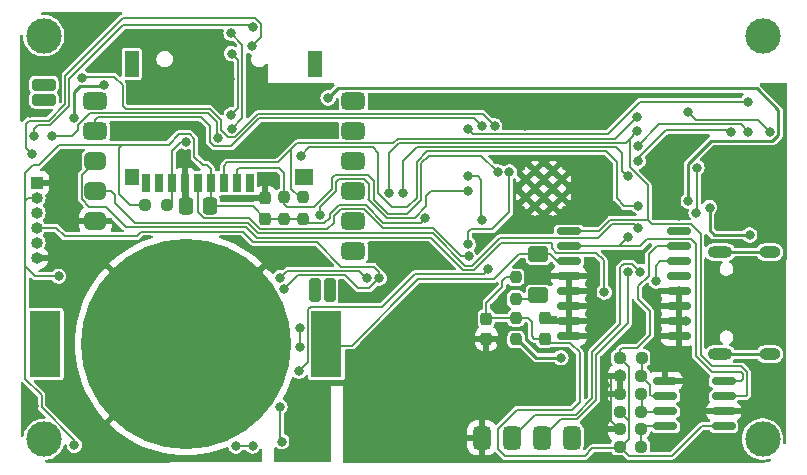
<source format=gbr>
%TF.GenerationSoftware,KiCad,Pcbnew,8.0.6*%
%TF.CreationDate,2024-11-01T17:42:55+02:00*%
%TF.ProjectId,gps_tracer,6770735f-7472-4616-9365-722e6b696361,rev?*%
%TF.SameCoordinates,Original*%
%TF.FileFunction,Copper,L2,Bot*%
%TF.FilePolarity,Positive*%
%FSLAX46Y46*%
G04 Gerber Fmt 4.6, Leading zero omitted, Abs format (unit mm)*
G04 Created by KiCad (PCBNEW 8.0.6) date 2024-11-01 17:42:55*
%MOMM*%
%LPD*%
G01*
G04 APERTURE LIST*
G04 Aperture macros list*
%AMRoundRect*
0 Rectangle with rounded corners*
0 $1 Rounding radius*
0 $2 $3 $4 $5 $6 $7 $8 $9 X,Y pos of 4 corners*
0 Add a 4 corners polygon primitive as box body*
4,1,4,$2,$3,$4,$5,$6,$7,$8,$9,$2,$3,0*
0 Add four circle primitives for the rounded corners*
1,1,$1+$1,$2,$3*
1,1,$1+$1,$4,$5*
1,1,$1+$1,$6,$7*
1,1,$1+$1,$8,$9*
0 Add four rect primitives between the rounded corners*
20,1,$1+$1,$2,$3,$4,$5,0*
20,1,$1+$1,$4,$5,$6,$7,0*
20,1,$1+$1,$6,$7,$8,$9,0*
20,1,$1+$1,$8,$9,$2,$3,0*%
G04 Aperture macros list end*
%TA.AperFunction,ComponentPad*%
%ADD10O,2.100000X1.000000*%
%TD*%
%TA.AperFunction,ComponentPad*%
%ADD11O,1.800000X1.000000*%
%TD*%
%TA.AperFunction,ComponentPad*%
%ADD12RoundRect,0.375000X-0.625000X-0.375000X0.625000X-0.375000X0.625000X0.375000X-0.625000X0.375000X0*%
%TD*%
%TA.AperFunction,ComponentPad*%
%ADD13RoundRect,0.375000X-0.525000X-0.375000X0.525000X-0.375000X0.525000X0.375000X-0.525000X0.375000X0*%
%TD*%
%TA.AperFunction,ComponentPad*%
%ADD14RoundRect,0.250000X0.750000X0.250000X-0.750000X0.250000X-0.750000X-0.250000X0.750000X-0.250000X0*%
%TD*%
%TA.AperFunction,ComponentPad*%
%ADD15RoundRect,0.250000X-0.250000X0.750000X-0.250000X-0.750000X0.250000X-0.750000X0.250000X0.750000X0*%
%TD*%
%TA.AperFunction,HeatsinkPad*%
%ADD16C,0.600000*%
%TD*%
%TA.AperFunction,ComponentPad*%
%ADD17RoundRect,0.375000X-0.375000X0.625000X-0.375000X-0.625000X0.375000X-0.625000X0.375000X0.625000X0*%
%TD*%
%TA.AperFunction,SMDPad,CuDef*%
%ADD18RoundRect,0.237500X-0.250000X-0.237500X0.250000X-0.237500X0.250000X0.237500X-0.250000X0.237500X0*%
%TD*%
%TA.AperFunction,SMDPad,CuDef*%
%ADD19RoundRect,0.150000X-0.825000X-0.150000X0.825000X-0.150000X0.825000X0.150000X-0.825000X0.150000X0*%
%TD*%
%TA.AperFunction,SMDPad,CuDef*%
%ADD20RoundRect,0.237500X-0.237500X0.250000X-0.237500X-0.250000X0.237500X-0.250000X0.237500X0.250000X0*%
%TD*%
%TA.AperFunction,SMDPad,CuDef*%
%ADD21RoundRect,0.237500X0.237500X-0.250000X0.237500X0.250000X-0.237500X0.250000X-0.237500X-0.250000X0*%
%TD*%
%TA.AperFunction,SMDPad,CuDef*%
%ADD22RoundRect,0.237500X0.237500X-0.300000X0.237500X0.300000X-0.237500X0.300000X-0.237500X-0.300000X0*%
%TD*%
%TA.AperFunction,SMDPad,CuDef*%
%ADD23RoundRect,0.250000X-0.600000X0.400000X-0.600000X-0.400000X0.600000X-0.400000X0.600000X0.400000X0*%
%TD*%
%TA.AperFunction,SMDPad,CuDef*%
%ADD24RoundRect,0.250000X0.337500X0.475000X-0.337500X0.475000X-0.337500X-0.475000X0.337500X-0.475000X0*%
%TD*%
%TA.AperFunction,SMDPad,CuDef*%
%ADD25RoundRect,0.150000X0.875000X0.150000X-0.875000X0.150000X-0.875000X-0.150000X0.875000X-0.150000X0*%
%TD*%
%TA.AperFunction,SMDPad,CuDef*%
%ADD26RoundRect,0.237500X0.250000X0.237500X-0.250000X0.237500X-0.250000X-0.237500X0.250000X-0.237500X0*%
%TD*%
%TA.AperFunction,SMDPad,CuDef*%
%ADD27R,2.600000X5.560000*%
%TD*%
%TA.AperFunction,SMDPad,CuDef*%
%ADD28C,17.800000*%
%TD*%
%TA.AperFunction,SMDPad,CuDef*%
%ADD29RoundRect,0.237500X-0.237500X0.300000X-0.237500X-0.300000X0.237500X-0.300000X0.237500X0.300000X0*%
%TD*%
%TA.AperFunction,SMDPad,CuDef*%
%ADD30R,0.700000X1.600000*%
%TD*%
%TA.AperFunction,SMDPad,CuDef*%
%ADD31R,1.200000X2.200000*%
%TD*%
%TA.AperFunction,SMDPad,CuDef*%
%ADD32R,1.600000X1.400000*%
%TD*%
%TA.AperFunction,SMDPad,CuDef*%
%ADD33R,1.200000X1.400000*%
%TD*%
%TA.AperFunction,ComponentPad*%
%ADD34R,1.000000X1.000000*%
%TD*%
%TA.AperFunction,ComponentPad*%
%ADD35O,1.000000X1.000000*%
%TD*%
%TA.AperFunction,ViaPad*%
%ADD36C,0.800000*%
%TD*%
%TA.AperFunction,ViaPad*%
%ADD37C,3.000000*%
%TD*%
%TA.AperFunction,Conductor*%
%ADD38C,0.150000*%
%TD*%
%TA.AperFunction,Conductor*%
%ADD39C,0.250000*%
%TD*%
G04 APERTURE END LIST*
D10*
%TO.P,P1,S1,SHIELD*%
%TO.N,unconnected-(P1-SHIELD-PadS1)_3*%
X107517400Y-65991200D03*
D11*
%TO.N,unconnected-(P1-SHIELD-PadS1)_1*%
X111717400Y-65991200D03*
D10*
%TO.N,unconnected-(P1-SHIELD-PadS1)*%
X107517400Y-57351200D03*
D11*
%TO.N,unconnected-(P1-SHIELD-PadS1)_2*%
X111717400Y-57351200D03*
%TD*%
D12*
%TO.P,U7,1,VCC*%
%TO.N,Net-(Q8-D)*%
X54620000Y-44580000D03*
%TO.P,U7,2,RST*%
%TO.N,RST_GSM*%
X54620000Y-47120000D03*
D13*
%TO.P,U7,3,RXD*%
%TO.N,RXD_GSM*%
X54620000Y-49660000D03*
%TO.P,U7,4,TXD*%
%TO.N,TXD_GSM*%
X54620000Y-52200000D03*
%TO.P,U7,5,GND*%
%TO.N,GND*%
X54620000Y-54740000D03*
D12*
%TO.P,U7,6,SPKM*%
%TO.N,unconnected-(U7-SPKM-Pad6)*%
X76464000Y-57280000D03*
%TO.P,U7,7,SPKN*%
%TO.N,unconnected-(U7-SPKN-Pad7)*%
X76464000Y-54740000D03*
%TO.P,U7,8,MICN*%
%TO.N,Net-(J1-Pin_1)*%
X76464000Y-52200000D03*
%TO.P,U7,9,MICP*%
%TO.N,Net-(J1-Pin_2)*%
X76464000Y-49660000D03*
%TO.P,U7,10,DTR*%
%TO.N,unconnected-(U7-DTR-Pad10)*%
X76464000Y-47120000D03*
%TO.P,U7,11,RING*%
%TO.N,unconnected-(U7-RING-Pad11)*%
X76464000Y-44580000D03*
%TD*%
D14*
%TO.P,J4,1,Pin_1*%
%TO.N,Net-(J4-Pin_1)*%
X50240000Y-44450000D03*
%TO.P,J4,2,Pin_2*%
%TO.N,Net-(IC1-BAT)*%
X50240000Y-43180000D03*
%TD*%
D15*
%TO.P,J1,1,Pin_1*%
%TO.N,Net-(J1-Pin_1)*%
X74440000Y-60560000D03*
%TO.P,J1,2,Pin_2*%
%TO.N,Net-(J1-Pin_2)*%
X73170000Y-60560000D03*
%TD*%
D16*
%TO.P,U4,39,GND*%
%TO.N,GND*%
X91051400Y-51179900D03*
X91051400Y-52704900D03*
X91813900Y-50417400D03*
X91813900Y-51942400D03*
X91813900Y-53467400D03*
X92576400Y-51179900D03*
X92576400Y-52704900D03*
X93338900Y-50417400D03*
X93338900Y-51942400D03*
X93338900Y-53467400D03*
X94101400Y-51179900D03*
X94101400Y-52704900D03*
%TD*%
D17*
%TO.P,U6,1,VCC*%
%TO.N,Net-(Q3-D)*%
X94945200Y-73075800D03*
%TO.P,U6,2,RX*%
%TO.N,GPS_RX*%
X92405200Y-73075800D03*
%TO.P,U6,3,TX*%
%TO.N,GPS_TX*%
X89865200Y-73075800D03*
%TO.P,U6,4,GND*%
%TO.N,GND*%
X87325200Y-73075800D03*
%TD*%
D18*
%TO.P,R29,1*%
%TO.N,Net-(JP4-A)*%
X99007500Y-70900000D03*
%TO.P,R29,2*%
%TO.N,Net-(JP2-B)*%
X100832500Y-70900000D03*
%TD*%
%TO.P,JP1,1,A*%
%TO.N,GND*%
X99015000Y-67850000D03*
%TO.P,JP1,2,B*%
%TO.N,Net-(JP1-B)*%
X100840000Y-67850000D03*
%TD*%
D19*
%TO.P,U13,1,A0*%
%TO.N,Net-(JP3-B)*%
X102865000Y-72105000D03*
%TO.P,U13,2,A1*%
%TO.N,Net-(JP2-B)*%
X102865000Y-70835000D03*
%TO.P,U13,3,A2*%
%TO.N,Net-(JP1-B)*%
X102865000Y-69565000D03*
%TO.P,U13,4,GND*%
%TO.N,GND*%
X102865000Y-68295000D03*
%TO.P,U13,5,SDA*%
%TO.N,SDA*%
X107815000Y-68295000D03*
%TO.P,U13,6,SCL*%
%TO.N,SCL*%
X107815000Y-69565000D03*
%TO.P,U13,7,WP*%
%TO.N,GND*%
X107815000Y-70835000D03*
%TO.P,U13,8,VCC*%
%TO.N,Net-(JP4-A)*%
X107815000Y-72105000D03*
%TD*%
D20*
%TO.P,R10,1*%
%TO.N,MICROSD_MOSI*%
X72210000Y-52730000D03*
%TO.P,R10,2*%
%TO.N,+3.3V*%
X72210000Y-54555000D03*
%TD*%
D21*
%TO.P,R31,1*%
%TO.N,Net-(D3-A)*%
X90190000Y-61310000D03*
%TO.P,R31,2*%
%TO.N,Net-(JP4-A)*%
X90190000Y-59485000D03*
%TD*%
D22*
%TO.P,C16,1*%
%TO.N,+3.3V*%
X69010000Y-54520000D03*
%TO.P,C16,2*%
%TO.N,GND*%
X69010000Y-52795000D03*
%TD*%
D18*
%TO.P,JP3,1,A*%
%TO.N,GND*%
X99005000Y-72370000D03*
%TO.P,JP3,2,B*%
%TO.N,Net-(JP3-B)*%
X100830000Y-72370000D03*
%TD*%
D22*
%TO.P,C27,1*%
%TO.N,Net-(JP4-A)*%
X92660000Y-64700000D03*
%TO.P,C27,2*%
%TO.N,GND*%
X92660000Y-62975000D03*
%TD*%
D18*
%TO.P,R28,1*%
%TO.N,Net-(JP4-A)*%
X99035000Y-66320000D03*
%TO.P,R28,2*%
%TO.N,Net-(JP1-B)*%
X100860000Y-66320000D03*
%TD*%
%TO.P,JP2,1,A*%
%TO.N,GND*%
X99005000Y-69370000D03*
%TO.P,JP2,2,B*%
%TO.N,Net-(JP2-B)*%
X100830000Y-69370000D03*
%TD*%
D23*
%TO.P,D3,1,K*%
%TO.N,Net-(BT1-+)*%
X92130000Y-57520000D03*
%TO.P,D3,2,A*%
%TO.N,Net-(D3-A)*%
X92130000Y-61020000D03*
%TD*%
D20*
%TO.P,JP4,1,A*%
%TO.N,Net-(JP4-A)*%
X90230000Y-62920000D03*
%TO.P,JP4,2,B*%
%TO.N,+3.3V*%
X90230000Y-64745000D03*
%TD*%
D24*
%TO.P,C1,1*%
%TO.N,+3.3V*%
X64345000Y-53480000D03*
%TO.P,C1,2*%
%TO.N,GND*%
X62270000Y-53480000D03*
%TD*%
D25*
%TO.P,U14,1,32KHZ*%
%TO.N,unconnected-(U14-32KHZ-Pad1)*%
X103990000Y-55580000D03*
%TO.P,U14,2,VCC*%
%TO.N,Net-(JP4-A)*%
X103990000Y-56850000D03*
%TO.P,U14,3,~{INT}/SQW*%
%TO.N,EXTERNAL_WOKE_UP*%
X103990000Y-58120000D03*
%TO.P,U14,4,~{RST}*%
%TO.N,unconnected-(U14-~{RST}-Pad4)*%
X103990000Y-59390000D03*
%TO.P,U14,5,GND*%
%TO.N,GND*%
X103990000Y-60660000D03*
%TO.P,U14,6,GND*%
X103990000Y-61930000D03*
%TO.P,U14,7,GND*%
X103990000Y-63200000D03*
%TO.P,U14,8,GND*%
X103990000Y-64470000D03*
%TO.P,U14,9,GND*%
X94690000Y-64470000D03*
%TO.P,U14,10,GND*%
X94690000Y-63200000D03*
%TO.P,U14,11,GND*%
X94690000Y-61930000D03*
%TO.P,U14,12,GND*%
X94690000Y-60660000D03*
%TO.P,U14,13,GND*%
X94690000Y-59390000D03*
%TO.P,U14,14,VBAT*%
%TO.N,Net-(BT1-+)*%
X94690000Y-58120000D03*
%TO.P,U14,15,SDA*%
%TO.N,SDA*%
X94690000Y-56850000D03*
%TO.P,U14,16,SCL*%
%TO.N,SCL*%
X94690000Y-55580000D03*
%TD*%
D26*
%TO.P,R12,1*%
%TO.N,MICROSD_MISO*%
X60670000Y-53400000D03*
%TO.P,R12,2*%
%TO.N,+3.3V*%
X58845000Y-53400000D03*
%TD*%
D27*
%TO.P,BT1,1,+*%
%TO.N,Net-(BT1-+)*%
X50370000Y-65130000D03*
X74180000Y-65130000D03*
D28*
%TO.P,BT1,2,-*%
%TO.N,GND*%
X62275000Y-65130000D03*
%TD*%
D20*
%TO.P,R24,1*%
%TO.N,MICROSD_CS*%
X70550000Y-52730000D03*
%TO.P,R24,2*%
%TO.N,+3.3V*%
X70550000Y-54555000D03*
%TD*%
D29*
%TO.P,C28,1*%
%TO.N,Net-(JP4-A)*%
X87720000Y-62980000D03*
%TO.P,C28,2*%
%TO.N,GND*%
X87720000Y-64705000D03*
%TD*%
D18*
%TO.P,R30,1*%
%TO.N,Net-(JP4-A)*%
X99005000Y-73830000D03*
%TO.P,R30,2*%
%TO.N,Net-(JP3-B)*%
X100830000Y-73830000D03*
%TD*%
D30*
%TO.P,J5,1,SHIELD*%
%TO.N,unconnected-(J5-SHIELD-Pad1)*%
X67680000Y-51510000D03*
%TO.P,J5,2,DAT1*%
%TO.N,MICROSD_CS*%
X66580000Y-51510000D03*
%TO.P,J5,3,DAT0*%
%TO.N,MICROSD_MOSI*%
X65480000Y-51510000D03*
%TO.P,J5,4,VSS*%
%TO.N,+3.3V*%
X64380000Y-51510000D03*
%TO.P,J5,5,CLK*%
%TO.N,MICROSD_CLK*%
X63280000Y-51510000D03*
%TO.P,J5,6,VDD*%
%TO.N,GND*%
X62180000Y-51510000D03*
%TO.P,J5,7,CMD*%
%TO.N,MICROSD_MISO*%
X61080000Y-51510000D03*
%TO.P,J5,8,DAT3/CD*%
%TO.N,unconnected-(J5-DAT3{slash}CD-Pad8)*%
X59980000Y-51510000D03*
%TO.P,J5,9,DAT2*%
%TO.N,unconnected-(J5-DAT2-Pad9)*%
X58880000Y-51510000D03*
D31*
%TO.P,J5,SH*%
%TO.N,N/C*%
X73180000Y-41410000D03*
D32*
X72280000Y-51010000D03*
D33*
X57680000Y-51010000D03*
D31*
X57680000Y-41410000D03*
%TD*%
D34*
%TO.P,J2,1,Pin_1*%
%TO.N,GND*%
X49650000Y-51500000D03*
D35*
%TO.P,J2,2,Pin_2*%
%TO.N,+3.3V*%
X49650000Y-52770000D03*
%TO.P,J2,3,Pin_3*%
%TO.N,SDA*%
X49650000Y-54040000D03*
%TO.P,J2,4,Pin_4*%
%TO.N,SCL*%
X49650000Y-55310000D03*
%TO.P,J2,5,Pin_5*%
%TO.N,Net-(J2-Pin_5)*%
X49650000Y-56580000D03*
%TO.P,J2,6,Pin_6*%
%TO.N,GND*%
X49650000Y-57850000D03*
%TD*%
D36*
%TO.N,GND*%
X69900000Y-57300000D03*
X71600000Y-57350000D03*
%TO.N,+3.3V*%
X51500000Y-59400000D03*
D37*
%TO.N,*%
X111100000Y-39050000D03*
X111100000Y-39050000D03*
X111100000Y-73180000D03*
X50240000Y-39030000D03*
D36*
%TO.N,GSM_POWER_SOURSE*%
X52813081Y-45983081D03*
X55372000Y-43180000D03*
%TO.N,GND*%
X78200000Y-44510000D03*
X60380000Y-43530000D03*
X85720000Y-62250000D03*
X74422000Y-46736000D03*
X109150000Y-60200000D03*
X61640000Y-38950000D03*
X111560000Y-63210000D03*
X96710000Y-54350000D03*
X49110000Y-45560000D03*
X108990000Y-49810000D03*
X49383869Y-60176483D03*
X110820000Y-49840000D03*
X87560000Y-60550000D03*
X70130000Y-43660000D03*
X73180000Y-70770000D03*
X63770000Y-73350000D03*
X103280000Y-66660000D03*
X104035392Y-54330500D03*
X66040000Y-42672000D03*
X96580000Y-50560000D03*
X87120000Y-56190000D03*
X64100000Y-57450000D03*
X49380000Y-70370000D03*
X86500000Y-44600000D03*
X58166000Y-46736000D03*
X60000000Y-61000000D03*
X104620000Y-63170000D03*
X69240000Y-66340000D03*
X52830000Y-71970000D03*
X111506000Y-67818000D03*
X59840000Y-70160000D03*
X100470000Y-62990000D03*
X81830000Y-73360000D03*
X90260000Y-55170000D03*
X104010000Y-60670000D03*
X96520000Y-63754000D03*
X63330000Y-44240000D03*
X104200000Y-49450000D03*
X88900000Y-64900000D03*
X50780000Y-41170000D03*
X55350000Y-38150000D03*
X52100000Y-50450000D03*
X111560000Y-59500000D03*
X108990000Y-51540000D03*
X80320000Y-57127500D03*
X92340000Y-59210000D03*
X90950000Y-46660500D03*
X99010000Y-67690000D03*
X62270000Y-53410000D03*
X65330000Y-67740000D03*
X92500000Y-44990000D03*
X69040000Y-52740000D03*
X109150000Y-62550000D03*
X54180000Y-66550000D03*
X105570000Y-68690000D03*
X110790000Y-51520000D03*
X96740000Y-45570000D03*
X111506000Y-70612000D03*
X60198000Y-46736000D03*
%TO.N,+3.3V*%
X82524600Y-54508400D03*
X106620000Y-53590000D03*
X66522902Y-73766816D03*
X110010000Y-55910000D03*
X52840000Y-73715000D03*
X94025337Y-66301868D03*
X67920000Y-73766816D03*
%TO.N,+5V*%
X74325000Y-44297600D03*
X64973056Y-47676944D03*
X50980000Y-47550000D03*
X104800000Y-53025000D03*
%TO.N,SDA*%
X80683798Y-52354500D03*
X77640000Y-59560000D03*
X99679500Y-56080000D03*
X70279549Y-59515049D03*
X99679500Y-50950000D03*
%TO.N,SCL*%
X70390000Y-73400000D03*
X71910000Y-65370000D03*
X70579429Y-60468504D03*
X71930500Y-63790000D03*
X79490000Y-52354500D03*
X70230000Y-70455500D03*
X78639498Y-59556808D03*
X100500000Y-47130000D03*
%TO.N,EN*%
X86200000Y-46960000D03*
X109860000Y-44610000D03*
%TO.N,Net-(Q2-B)*%
X104780000Y-45525500D03*
X111710000Y-47150000D03*
%TO.N,TXD*%
X109907701Y-47157701D03*
X100540000Y-48340000D03*
%TO.N,RXD*%
X100560000Y-49650000D03*
X108430000Y-47220000D03*
%TO.N,Net-(U3-D+)*%
X105484555Y-54008078D03*
X105540000Y-50194500D03*
%TO.N,GPS_TX*%
X100741492Y-59011906D03*
%TO.N,GPS_RX*%
X99680000Y-59010000D03*
%TO.N,MICROSD_MISO*%
X71990000Y-49260302D03*
X100590000Y-53450000D03*
X62247299Y-48022701D03*
%TO.N,MICROSD_CLK*%
X86208426Y-57705663D03*
%TO.N,TXD_GSM*%
X100540000Y-55304500D03*
%TO.N,RXD_GSM*%
X97700000Y-60740000D03*
%TO.N,POWER_OF_GSM*%
X88411694Y-46660500D03*
X86170000Y-56706900D03*
X89670000Y-50570000D03*
X53447944Y-42597944D03*
%TO.N,MICROSD_MOSI*%
X100510000Y-45880000D03*
%TO.N,MICROSD_CS*%
X88670000Y-50560000D03*
%TO.N,Net-(D6-K)*%
X67980000Y-38330000D03*
X49404500Y-47550000D03*
%TO.N,Net-(D7-K)*%
X67880000Y-39920000D03*
X49220000Y-49050000D03*
%TO.N,Net-(IC1-STDBY)*%
X66110000Y-45750000D03*
X66150000Y-40550000D03*
%TO.N,Net-(IC1-CHRG)*%
X66150000Y-46935500D03*
X66100000Y-38825500D03*
%TO.N,BATTERY_VOLTAGE*%
X86120000Y-52170000D03*
X73620567Y-54245500D03*
%TO.N,MPU5060_INT*%
X87870000Y-58820000D03*
X86150000Y-50940000D03*
X87320000Y-54650000D03*
X71840000Y-67445500D03*
%TO.N,RST_GSM*%
X87330000Y-46660500D03*
D37*
%TO.N,Net-(BT1-+)*%
X50270000Y-73200000D03*
D36*
%TO.N,EXTERNAL_WOKE_UP*%
X102075000Y-59800000D03*
%TD*%
D38*
%TO.N,+3.3V*%
X49811000Y-50011000D02*
X51562000Y-48260000D01*
X48685000Y-50665000D02*
X49339000Y-50011000D01*
X51562000Y-48260000D02*
X56896000Y-48260000D01*
X48685000Y-53000000D02*
X48685000Y-50665000D01*
X49339000Y-50011000D02*
X49811000Y-50011000D01*
%TO.N,Net-(D7-K)*%
X68655000Y-39145000D02*
X67880000Y-39920000D01*
X68655000Y-38050405D02*
X68655000Y-39145000D01*
X56938000Y-37550000D02*
X68154596Y-37550000D01*
X68154596Y-37550000D02*
X68655000Y-38050405D01*
X52070000Y-42418000D02*
X56938000Y-37550000D01*
X50655000Y-46235000D02*
X52070000Y-44820000D01*
X48730000Y-48560000D02*
X48730000Y-46480000D01*
X48730000Y-46480000D02*
X48975000Y-46235000D01*
X49220000Y-49050000D02*
X48730000Y-48560000D01*
X52070000Y-44820000D02*
X52070000Y-42418000D01*
X48975000Y-46235000D02*
X50655000Y-46235000D01*
%TO.N,+3.3V*%
X49535000Y-59400000D02*
X48685000Y-58550000D01*
X51500000Y-59400000D02*
X49535000Y-59400000D01*
X48685000Y-58550000D02*
X48685000Y-68075000D01*
X48685000Y-55118000D02*
X48685000Y-58550000D01*
%TO.N,RXD_GSM*%
X55470000Y-53500000D02*
X57234974Y-55264974D01*
X57234974Y-55264974D02*
X59270000Y-55264974D01*
X53445000Y-50835000D02*
X53445000Y-52844239D01*
X53445000Y-52844239D02*
X54100761Y-53500000D01*
X54620000Y-49660000D02*
X53445000Y-50835000D01*
X54100761Y-53500000D02*
X55470000Y-53500000D01*
%TO.N,SCL*%
X51310000Y-55310000D02*
X50000000Y-55310000D01*
X52000000Y-56000000D02*
X51310000Y-55310000D01*
X58114974Y-56000000D02*
X52000000Y-56000000D01*
X58500000Y-55614974D02*
X58114974Y-56000000D01*
X59000000Y-55614974D02*
X58500000Y-55614974D01*
X59000000Y-55614974D02*
X67104974Y-55614974D01*
%TO.N,+3.3V*%
X48915000Y-52770000D02*
X48685000Y-53000000D01*
X50000000Y-52770000D02*
X48915000Y-52770000D01*
X48685000Y-55118000D02*
X48685000Y-53000000D01*
%TO.N,GSM_POWER_SOURSE*%
X55372000Y-43180000D02*
X55202000Y-43350000D01*
D39*
X52820000Y-43810000D02*
X53307056Y-43322944D01*
X52813081Y-45983081D02*
X52820000Y-45976162D01*
X53307056Y-43322944D02*
X55229056Y-43322944D01*
X55229056Y-43322944D02*
X55372000Y-43180000D01*
X52820000Y-45976162D02*
X52820000Y-43810000D01*
D38*
%TO.N,GND*%
X98455000Y-69370000D02*
X98245000Y-69160000D01*
X98905000Y-67960000D02*
X98410000Y-67960000D01*
X99005000Y-69370000D02*
X98455000Y-69370000D01*
D39*
X104010000Y-60670000D02*
X103990000Y-61980000D01*
D38*
X62270000Y-53480000D02*
X62270000Y-53410000D01*
X62200000Y-53410000D02*
X62180000Y-53390000D01*
D39*
X103990000Y-60660000D02*
X104010000Y-60670000D01*
X92915000Y-63200000D02*
X92690000Y-62975000D01*
D38*
X98245000Y-68620000D02*
X98245000Y-69160000D01*
D39*
X104035392Y-49614608D02*
X104200000Y-49450000D01*
D38*
X99010000Y-67690000D02*
X98905000Y-67960000D01*
X62270000Y-53480000D02*
X62270000Y-53480000D01*
D39*
X105781751Y-70835000D02*
X107815000Y-70835000D01*
X103990000Y-62080000D02*
X103990000Y-64470000D01*
D38*
X62270000Y-53410000D02*
X62200000Y-53410000D01*
X98410000Y-67960000D02*
X98250000Y-68120000D01*
D39*
X105053375Y-70106625D02*
X105781751Y-70835000D01*
X104265000Y-68295000D02*
X105053375Y-69083375D01*
X104035392Y-54330500D02*
X104035392Y-49614608D01*
X105053375Y-69083375D02*
X105053375Y-70106625D01*
D38*
X94690000Y-63200000D02*
X92885000Y-63200000D01*
X98250000Y-68120000D02*
X98250000Y-68615000D01*
X98250000Y-68615000D02*
X98245000Y-68620000D01*
X62180000Y-53390000D02*
X62180000Y-51510000D01*
D39*
X103990000Y-61980000D02*
X104040000Y-62030000D01*
D38*
X99015000Y-67850000D02*
X99010000Y-67690000D01*
X92885000Y-63200000D02*
X92660000Y-62975000D01*
D39*
X104040000Y-62030000D02*
X103990000Y-62080000D01*
X102865000Y-68295000D02*
X104265000Y-68295000D01*
D38*
%TO.N,+3.3V*%
X72575000Y-54920000D02*
X74000000Y-54920000D01*
X82173000Y-54860000D02*
X82524600Y-54508400D01*
X62587701Y-47347701D02*
X61722000Y-47347701D01*
X62992000Y-49276000D02*
X62992000Y-47752000D01*
X50055000Y-69445000D02*
X50055000Y-70474770D01*
X67970000Y-53480000D02*
X69010000Y-54520000D01*
X62992000Y-47752000D02*
X62587701Y-47347701D01*
X70515000Y-54520000D02*
X69010000Y-54520000D01*
X56610000Y-52440000D02*
X56610000Y-48546000D01*
X64345000Y-53480000D02*
X64380000Y-53445000D01*
D39*
X91936868Y-66301868D02*
X90230000Y-64595000D01*
D38*
X72210000Y-54555000D02*
X72575000Y-54920000D01*
X52840000Y-73259770D02*
X52840000Y-73715000D01*
X64380000Y-51510000D02*
X64380000Y-50292000D01*
X74440000Y-54165026D02*
X75245026Y-53360000D01*
X75245026Y-53360000D02*
X77498213Y-53360000D01*
X64345000Y-53480000D02*
X67970000Y-53480000D01*
X67920000Y-73766816D02*
X66522902Y-73766816D01*
X50055000Y-70474770D02*
X52840000Y-73259770D01*
X74000000Y-54920000D02*
X74440000Y-54480000D01*
X64068000Y-49980000D02*
X63696000Y-49980000D01*
X77498213Y-53360000D02*
X78998212Y-54860000D01*
X60809701Y-48260000D02*
X61722000Y-47347701D01*
D39*
X94025337Y-66301868D02*
X91936868Y-66301868D01*
X110010000Y-55910000D02*
X107010000Y-55910000D01*
D38*
X70550000Y-54555000D02*
X70515000Y-54520000D01*
X64380000Y-53445000D02*
X64380000Y-51510000D01*
D39*
X107010000Y-55910000D02*
X107000000Y-55900000D01*
D38*
X56896000Y-48260000D02*
X57280000Y-48260000D01*
D39*
X106620000Y-55520000D02*
X106620000Y-53590000D01*
D38*
X70550000Y-54555000D02*
X72210000Y-54555000D01*
X64380000Y-50292000D02*
X64068000Y-49980000D01*
X57570000Y-53400000D02*
X56610000Y-52440000D01*
X78998212Y-54860000D02*
X82173000Y-54860000D01*
X58845000Y-53400000D02*
X57570000Y-53400000D01*
X48685000Y-68075000D02*
X50055000Y-69445000D01*
X56896000Y-48260000D02*
X60809701Y-48260000D01*
X56610000Y-48546000D02*
X56896000Y-48260000D01*
D39*
X107000000Y-55900000D02*
X106620000Y-55520000D01*
D38*
X74440000Y-54480000D02*
X74440000Y-54165026D01*
X63696000Y-49980000D02*
X62992000Y-49276000D01*
%TO.N,+5V*%
X50980000Y-47550000D02*
X52600148Y-47550000D01*
X64175000Y-45605000D02*
X64880000Y-46310000D01*
X53115879Y-46634172D02*
X54145051Y-45605000D01*
D39*
X104800000Y-49909195D02*
X106764195Y-47945000D01*
X104800000Y-53025000D02*
X104800000Y-49909195D01*
D38*
X64880000Y-47583888D02*
X64973056Y-47676944D01*
X52600148Y-47550000D02*
X53115879Y-47034269D01*
D39*
X75117600Y-43505000D02*
X74325000Y-44297600D01*
X110595000Y-43505000D02*
X75117600Y-43505000D01*
D38*
X54145051Y-45605000D02*
X64175000Y-45605000D01*
D39*
X106764195Y-47945000D02*
X111940305Y-47945000D01*
D38*
X64880000Y-46310000D02*
X64880000Y-47583888D01*
D39*
X111940305Y-47945000D02*
X112435000Y-47450305D01*
D38*
X53115879Y-47034269D02*
X53115879Y-46634172D01*
D39*
X112435000Y-47450305D02*
X112435000Y-45345000D01*
X112435000Y-45345000D02*
X110595000Y-43505000D01*
D38*
%TO.N,SDA*%
X109440000Y-68140000D02*
X109440000Y-67690000D01*
X70854598Y-58940000D02*
X71354975Y-58940000D01*
X81880000Y-48450000D02*
X98680000Y-48450000D01*
X80683798Y-49646202D02*
X81880000Y-48450000D01*
X98680000Y-56850000D02*
X94690000Y-56850000D01*
X109300000Y-67550000D02*
X106855026Y-67550000D01*
X109440000Y-67690000D02*
X109300000Y-67550000D01*
X105480000Y-66174974D02*
X105480000Y-56700000D01*
X105480000Y-56700000D02*
X105055000Y-56275000D01*
X77550000Y-59560000D02*
X77640000Y-59560000D01*
X71359975Y-58935000D02*
X76925000Y-58935000D01*
X99679500Y-56080000D02*
X98909500Y-56850000D01*
X99230000Y-49000000D02*
X99230000Y-50500500D01*
X107815000Y-68295000D02*
X109285000Y-68295000D01*
X106855026Y-67550000D02*
X105480000Y-66174974D01*
X105055000Y-56275000D02*
X101325000Y-56275000D01*
X109285000Y-68295000D02*
X109440000Y-68140000D01*
X99230000Y-50500500D02*
X99679500Y-50950000D01*
X100750000Y-56850000D02*
X98680000Y-56850000D01*
X101325000Y-56275000D02*
X100750000Y-56850000D01*
X70279549Y-59515049D02*
X70854598Y-58940000D01*
X98909500Y-56850000D02*
X98680000Y-56850000D01*
X98680000Y-48450000D02*
X99230000Y-49000000D01*
X80683798Y-52354500D02*
X80683798Y-49646202D01*
X76925000Y-58935000D02*
X77550000Y-59560000D01*
X71354975Y-58940000D02*
X71359975Y-58935000D01*
%TO.N,SCL*%
X109290000Y-67040000D02*
X109790000Y-67540000D01*
X94690000Y-55580000D02*
X97230000Y-55580000D01*
X106840000Y-67040000D02*
X109290000Y-67040000D01*
X101372500Y-51682500D02*
X100795000Y-51105000D01*
X109665000Y-69565000D02*
X107815000Y-69565000D01*
X70230000Y-70455500D02*
X70230000Y-73240000D01*
X99860000Y-47770000D02*
X99860000Y-50170000D01*
X73338000Y-56485000D02*
X75438000Y-58585000D01*
X77796306Y-60400000D02*
X78639498Y-59556808D01*
X76885485Y-60400000D02*
X77796306Y-60400000D01*
X99860000Y-50170000D02*
X100795000Y-51105000D01*
X70230000Y-73240000D02*
X70390000Y-73400000D01*
X75438000Y-58585000D02*
X78175000Y-58585000D01*
X109790000Y-69440000D02*
X109665000Y-69565000D01*
X99530000Y-48100000D02*
X100500000Y-47130000D01*
X97230000Y-55580000D02*
X98180000Y-54630000D01*
X71762933Y-59285000D02*
X75770485Y-59285000D01*
X109790000Y-67540000D02*
X109790000Y-69440000D01*
X80350000Y-48100000D02*
X99530000Y-48100000D01*
X105850000Y-55813959D02*
X105850000Y-66050000D01*
X71930500Y-63790000D02*
X71930500Y-65349500D01*
X101372500Y-54677500D02*
X101325000Y-54630000D01*
X78639498Y-59049498D02*
X78639498Y-59556808D01*
X100500000Y-47130000D02*
X99860000Y-47770000D01*
X98180000Y-54630000D02*
X101325000Y-54630000D01*
X79490000Y-52354500D02*
X79490000Y-48960000D01*
X101372500Y-54677500D02*
X101700000Y-55005000D01*
X105041041Y-55005000D02*
X105850000Y-55813959D01*
X79490000Y-52354500D02*
X79490000Y-52060000D01*
X70579429Y-60468504D02*
X71762933Y-59285000D01*
X71930500Y-65349500D02*
X71910000Y-65370000D01*
X78175000Y-58585000D02*
X78639498Y-59049498D01*
X79490000Y-48960000D02*
X80350000Y-48100000D01*
X75770485Y-59285000D02*
X76885485Y-60400000D01*
X67104974Y-55614974D02*
X67975000Y-56485000D01*
X67975000Y-56485000D02*
X73338000Y-56485000D01*
X101372500Y-54677500D02*
X101372500Y-51682500D01*
X105850000Y-66050000D02*
X106840000Y-67040000D01*
X101700000Y-55005000D02*
X105041041Y-55005000D01*
D39*
%TO.N,unconnected-(P1-SHIELD-PadS1)*%
X107517400Y-65991200D02*
X111717400Y-65991200D01*
X107517400Y-57351200D02*
X111717400Y-57351200D01*
D38*
%TO.N,EN*%
X100745000Y-44610000D02*
X98020000Y-47335000D01*
X86575000Y-47335000D02*
X86200000Y-46960000D01*
X109860000Y-44610000D02*
X100745000Y-44610000D01*
X98020000Y-47335000D02*
X86575000Y-47335000D01*
%TO.N,Net-(Q2-B)*%
X110755000Y-46195000D02*
X105449500Y-46195000D01*
X111710000Y-47150000D02*
X110755000Y-46195000D01*
X105449500Y-46195000D02*
X104780000Y-45525500D01*
%TO.N,TXD*%
X102335000Y-46545000D02*
X109295000Y-46545000D01*
X109295000Y-46545000D02*
X109907701Y-47157701D01*
X100540000Y-48340000D02*
X102335000Y-46545000D01*
%TO.N,RXD*%
X100560000Y-49650000D02*
X100560000Y-49415000D01*
X100560000Y-49415000D02*
X102925000Y-47050000D01*
X108430000Y-47220000D02*
X108260000Y-47050000D01*
X108260000Y-47050000D02*
X102925000Y-47050000D01*
%TO.N,Net-(U3-D+)*%
X105540000Y-50194500D02*
X105540000Y-53952633D01*
D39*
X105540000Y-53952633D02*
X105484555Y-54008078D01*
D38*
%TO.N,GPS_TX*%
X100064586Y-58335000D02*
X99355000Y-58335000D01*
X99000000Y-63464000D02*
X99000000Y-58690000D01*
X100064586Y-58335000D02*
X100741492Y-59011906D01*
X91821000Y-71120000D02*
X94300000Y-71120000D01*
X96675000Y-69720026D02*
X96675000Y-65789000D01*
X89865200Y-73075800D02*
X91821000Y-71120000D01*
X99135000Y-58555000D02*
X98998871Y-58691129D01*
X95275026Y-71120000D02*
X96675000Y-69720026D01*
X94300000Y-71120000D02*
X95275026Y-71120000D01*
X94300000Y-71120000D02*
X94640000Y-71120000D01*
X99000000Y-58690000D02*
X99135000Y-58555000D01*
X99355000Y-58335000D02*
X99135000Y-58555000D01*
X96675000Y-65789000D02*
X99000000Y-63464000D01*
%TO.N,GPS_RX*%
X97025000Y-69865000D02*
X96060000Y-70830000D01*
X97025000Y-66043000D02*
X97025000Y-69865000D01*
X94350000Y-71470000D02*
X95420000Y-71470000D01*
X99680000Y-59010000D02*
X99680000Y-63388000D01*
X94011000Y-71470000D02*
X94350000Y-71470000D01*
X99680000Y-63388000D02*
X97025000Y-66043000D01*
X92405200Y-73075800D02*
X94011000Y-71470000D01*
X94350000Y-71470000D02*
X94840000Y-71470000D01*
X95420000Y-71470000D02*
X96060000Y-70830000D01*
X96060000Y-70830000D02*
X96320000Y-70570000D01*
%TO.N,MICROSD_MISO*%
X62247299Y-48022701D02*
X61877299Y-48022701D01*
X81810000Y-52775026D02*
X81025026Y-53560000D01*
X78115000Y-48495000D02*
X78570000Y-48950000D01*
X89970000Y-48800000D02*
X89700000Y-48800000D01*
X71990000Y-49050000D02*
X71990000Y-49260302D01*
X71990000Y-49200000D02*
X72695000Y-48495000D01*
X61877299Y-48022701D02*
X61080000Y-48820000D01*
X97870000Y-48800000D02*
X98760000Y-49690000D01*
X81025026Y-53560000D02*
X79740905Y-53560000D01*
X71990000Y-49260302D02*
X71990000Y-49200000D01*
X61080000Y-52990000D02*
X61080000Y-51510000D01*
X79740905Y-53560000D02*
X78570000Y-52389095D01*
X72695000Y-48495000D02*
X78115000Y-48495000D01*
X89970000Y-48800000D02*
X82710000Y-48800000D01*
X82710000Y-48800000D02*
X81810000Y-49700000D01*
X98760000Y-49690000D02*
X98760000Y-52800000D01*
X100590000Y-53450000D02*
X100580000Y-53460000D01*
X89970000Y-48800000D02*
X97870000Y-48800000D01*
X60670000Y-53400000D02*
X61080000Y-52990000D01*
X78570000Y-48950000D02*
X78570000Y-50020000D01*
X78570000Y-52389095D02*
X78570000Y-50020000D01*
X99410000Y-53450000D02*
X100590000Y-53450000D01*
X78570000Y-50020000D02*
X78570000Y-49846761D01*
X89700000Y-48800000D02*
X89520000Y-48800000D01*
X81810000Y-49700000D02*
X81810000Y-52775026D01*
X71990000Y-49050000D02*
X71970000Y-49030000D01*
X61080000Y-48820000D02*
X61080000Y-51510000D01*
X98760000Y-52800000D02*
X99410000Y-53450000D01*
%TO.N,MICROSD_CLK*%
X75385000Y-53715000D02*
X77358239Y-53715000D01*
X67620000Y-54500000D02*
X68550000Y-55430000D01*
X74224000Y-55430000D02*
X74790000Y-54864000D01*
X83192125Y-55320000D02*
X85577788Y-57705663D01*
X63280000Y-51510000D02*
X63280000Y-53969962D01*
X68550000Y-55430000D02*
X74224000Y-55430000D01*
X78963238Y-55320000D02*
X83192125Y-55320000D01*
X63280000Y-53969962D02*
X63810038Y-54500000D01*
X77358239Y-53715000D02*
X78963238Y-55320000D01*
X74790000Y-54310000D02*
X75385000Y-53715000D01*
X63810038Y-54500000D02*
X67620000Y-54500000D01*
X85577788Y-57705663D02*
X86208426Y-57705663D01*
X74790000Y-54864000D02*
X74790000Y-54310000D01*
%TO.N,TXD_GSM*%
X57930000Y-54890000D02*
X56260000Y-53220000D01*
X55900000Y-52200000D02*
X54620000Y-52200000D01*
X98324974Y-54980000D02*
X97149974Y-56155000D01*
X67515026Y-54890000D02*
X57930000Y-54890000D01*
X88875000Y-56155000D02*
X86527151Y-58502849D01*
X100540000Y-55304500D02*
X100215500Y-54980000D01*
X83157151Y-55780000D02*
X68405026Y-55780000D01*
X86527151Y-58502849D02*
X85880000Y-58502849D01*
X56260000Y-53220000D02*
X56260000Y-52560000D01*
X56260000Y-52560000D02*
X55900000Y-52200000D01*
X97149974Y-56155000D02*
X88875000Y-56155000D01*
X68405026Y-55780000D02*
X67515026Y-54890000D01*
X85880000Y-58502849D02*
X83157151Y-55780000D01*
X100215500Y-54980000D02*
X98324974Y-54980000D01*
%TO.N,RXD_GSM*%
X97650000Y-60690000D02*
X97700000Y-60740000D01*
X97650000Y-58050000D02*
X97650000Y-60690000D01*
X93255000Y-56695000D02*
X93255000Y-57041041D01*
X93638959Y-57425000D02*
X97025000Y-57425000D01*
X86672125Y-58852849D02*
X88929974Y-56595000D01*
X67395026Y-55264974D02*
X68260052Y-56130000D01*
X88929974Y-56595000D02*
X93155000Y-56595000D01*
X93155000Y-56595000D02*
X93255000Y-56695000D01*
X93255000Y-57041041D02*
X93638959Y-57425000D01*
X85735026Y-58852849D02*
X86672125Y-58852849D01*
X83012177Y-56130000D02*
X85735026Y-58852849D01*
X97025000Y-57425000D02*
X97650000Y-58050000D01*
X68260052Y-56130000D02*
X83012177Y-56130000D01*
X59270000Y-55264974D02*
X67395026Y-55264974D01*
X59002716Y-55264974D02*
X59270000Y-55264974D01*
%TO.N,POWER_OF_GSM*%
X86170000Y-56706900D02*
X86170000Y-55680000D01*
X56920000Y-44950000D02*
X56920000Y-43235000D01*
X64319974Y-45255000D02*
X57225000Y-45255000D01*
X86450000Y-55400000D02*
X88220000Y-55400000D01*
X53540888Y-42505000D02*
X53447944Y-42597944D01*
X88220000Y-55400000D02*
X89670000Y-53950000D01*
X89670000Y-53950000D02*
X89670000Y-50570000D01*
X56190000Y-42505000D02*
X53540888Y-42505000D01*
X86450000Y-55400000D02*
X86170000Y-55680000D01*
X65860000Y-47610000D02*
X65230000Y-46980000D01*
X65230000Y-46980000D02*
X65230000Y-46165026D01*
X66430095Y-47610000D02*
X65860000Y-47610000D01*
X68352393Y-45687702D02*
X66430095Y-47610000D01*
X87438896Y-45687702D02*
X68352393Y-45687702D01*
X65230000Y-46165026D02*
X64319974Y-45255000D01*
X88411694Y-46660500D02*
X87438896Y-45687702D01*
X56920000Y-43235000D02*
X56190000Y-42505000D01*
X57225000Y-45255000D02*
X56920000Y-44950000D01*
%TO.N,MICROSD_MOSI*%
X71620000Y-48230000D02*
X71705000Y-48145000D01*
X80205026Y-47750000D02*
X98640000Y-47750000D01*
X65480000Y-51510000D02*
X65480000Y-50910000D01*
X79810026Y-48145000D02*
X80205026Y-47750000D01*
X71205000Y-51985000D02*
X71205000Y-48645000D01*
X71950000Y-52730000D02*
X71205000Y-51985000D01*
X98640000Y-47750000D02*
X100510000Y-45880000D01*
X72210000Y-52730000D02*
X71950000Y-52730000D01*
X71205000Y-48645000D02*
X71620000Y-48230000D01*
X65480000Y-51510000D02*
X65480000Y-50070000D01*
X65480000Y-50070000D02*
X65790000Y-49760000D01*
X71705000Y-48145000D02*
X79810026Y-48145000D01*
X65790000Y-49760000D02*
X70090000Y-49760000D01*
X70090000Y-49760000D02*
X71620000Y-48230000D01*
X65480000Y-50910000D02*
X65490000Y-50900000D01*
X98705000Y-47685000D02*
X100510000Y-45880000D01*
%TO.N,MICROSD_CS*%
X88670000Y-50560000D02*
X87290000Y-49180000D01*
X80983284Y-54096716D02*
X79411690Y-54096716D01*
X70130000Y-50210000D02*
X66770000Y-50210000D01*
X77690000Y-50800000D02*
X74890000Y-50800000D01*
X82160000Y-52920000D02*
X80983284Y-54096716D01*
X66770000Y-50210000D02*
X66580000Y-50400000D01*
X74640000Y-51050000D02*
X74640000Y-52044974D01*
X82824974Y-49180000D02*
X82160000Y-49844974D01*
X79411690Y-54096716D02*
X78220000Y-52905026D01*
X70550000Y-52730000D02*
X70550000Y-50630000D01*
X87290000Y-49180000D02*
X82824974Y-49180000D01*
X74640000Y-52044974D02*
X73104974Y-53580000D01*
X66580000Y-50400000D02*
X66580000Y-51510000D01*
X73104974Y-53580000D02*
X70820000Y-53580000D01*
X70550000Y-50630000D02*
X70130000Y-50210000D01*
X78220000Y-51330000D02*
X77690000Y-50800000D01*
X78220000Y-52905026D02*
X78220000Y-51330000D01*
X82160000Y-49844974D02*
X82160000Y-52920000D01*
X70820000Y-53580000D02*
X70550000Y-53310000D01*
X74890000Y-50800000D02*
X74640000Y-51050000D01*
X70550000Y-53310000D02*
X70550000Y-52730000D01*
%TO.N,Net-(D6-K)*%
X52420000Y-42672000D02*
X56941500Y-38150500D01*
X67800500Y-38150500D02*
X67980000Y-38330000D01*
X50799974Y-46585000D02*
X52420000Y-44964974D01*
X49745000Y-46585000D02*
X50799974Y-46585000D01*
X49404500Y-46925500D02*
X49745000Y-46585000D01*
X49404500Y-47550000D02*
X49404500Y-46925500D01*
X52420000Y-44964974D02*
X52420000Y-42672000D01*
X56941500Y-38150500D02*
X67800500Y-38150500D01*
%TO.N,Net-(IC1-STDBY)*%
X66150000Y-40550000D02*
X66715000Y-41115000D01*
X66715000Y-45145000D02*
X66110000Y-45750000D01*
X66715000Y-41115000D02*
X66715000Y-45145000D01*
%TO.N,Net-(IC1-CHRG)*%
X67065000Y-46020500D02*
X66150000Y-46935500D01*
X66100000Y-38825500D02*
X67065000Y-39790500D01*
X67065000Y-39790500D02*
X67065000Y-46020500D01*
%TO.N,BATTERY_VOLTAGE*%
X81648405Y-54430000D02*
X81640000Y-54430000D01*
X77739000Y-52844239D02*
X77739000Y-51554000D01*
X74990000Y-52189948D02*
X73620567Y-53559381D01*
X77701619Y-52881619D02*
X77739000Y-52844239D01*
X74990000Y-51400000D02*
X74990000Y-52189948D01*
X73620567Y-53559381D02*
X73620567Y-54245500D01*
X81640000Y-54430000D02*
X81560000Y-54510000D01*
X77360000Y-51175000D02*
X75215000Y-51175000D01*
X82620000Y-53458406D02*
X81648405Y-54430000D01*
X81560000Y-54510000D02*
X79330000Y-54510000D01*
X75215000Y-51175000D02*
X74990000Y-51400000D01*
X86120000Y-52170000D02*
X83020000Y-52170000D01*
X82620000Y-52570000D02*
X82620000Y-53458406D01*
X83020000Y-52170000D02*
X82620000Y-52570000D01*
X79330000Y-54510000D02*
X77701619Y-52881619D01*
X77739000Y-51554000D02*
X77360000Y-51175000D01*
%TO.N,MPU5060_INT*%
X72605000Y-62870000D02*
X72605000Y-62215000D01*
X75580000Y-61980000D02*
X78280000Y-61980000D01*
X87290000Y-51260000D02*
X87290000Y-54620000D01*
X78910000Y-61980000D02*
X75580000Y-61980000D01*
X71840000Y-67445500D02*
X72605000Y-66680500D01*
X86970000Y-50940000D02*
X87290000Y-51260000D01*
X72840000Y-61980000D02*
X75580000Y-61980000D01*
X87290000Y-54620000D02*
X87320000Y-54650000D01*
X78280000Y-61980000D02*
X78559095Y-61980000D01*
X87487151Y-59202849D02*
X81687151Y-59202849D01*
X72605000Y-62215000D02*
X72840000Y-61980000D01*
X72605000Y-66680500D02*
X72605000Y-62870000D01*
X87870000Y-58820000D02*
X87487151Y-59202849D01*
X86150000Y-50940000D02*
X86970000Y-50940000D01*
X81687151Y-59202849D02*
X78910000Y-61980000D01*
%TO.N,RST_GSM*%
X68496195Y-46040000D02*
X86709500Y-46040000D01*
X86709500Y-46040000D02*
X87330000Y-46660500D01*
X54620000Y-47120000D02*
X54620000Y-46190000D01*
X64660000Y-48400000D02*
X66136196Y-48400000D01*
X64298056Y-46698056D02*
X64298056Y-48038056D01*
X54855000Y-45955000D02*
X63555000Y-45955000D01*
X54620000Y-46190000D02*
X54855000Y-45955000D01*
X64298056Y-48038056D02*
X64660000Y-48400000D01*
X63555000Y-45955000D02*
X64298056Y-46698056D01*
X66136196Y-48400000D02*
X68496195Y-46040000D01*
%TO.N,Net-(BT1-+)*%
X81940000Y-59630000D02*
X76300000Y-65270000D01*
X88360000Y-59630000D02*
X81940000Y-59630000D01*
X93090000Y-57520000D02*
X92130000Y-57520000D01*
X90470000Y-57520000D02*
X88360000Y-59630000D01*
X92130000Y-57520000D02*
X90470000Y-57520000D01*
X93690000Y-58120000D02*
X93090000Y-57520000D01*
X94690000Y-58120000D02*
X93690000Y-58120000D01*
X76300000Y-65270000D02*
X74180000Y-65270000D01*
%TO.N,Net-(JP4-A)*%
X94835000Y-65045000D02*
X93035000Y-65045000D01*
D39*
X87690000Y-62810000D02*
X87730000Y-62770000D01*
D38*
X99035000Y-66320000D02*
X99777500Y-67062500D01*
X103990000Y-56850000D02*
X102125000Y-56850000D01*
X101450000Y-59350000D02*
X100575000Y-60225000D01*
X98595000Y-73960000D02*
X96690000Y-73960000D01*
X102125000Y-56850000D02*
X101450000Y-57525000D01*
X91770000Y-64700000D02*
X92660000Y-64700000D01*
X91220000Y-62920000D02*
X90230000Y-62920000D01*
X101575000Y-62350000D02*
X101575000Y-64362500D01*
X90291761Y-70730000D02*
X94980000Y-70730000D01*
X99770000Y-73185000D02*
X99005000Y-73950000D01*
X89070000Y-60290000D02*
X89070000Y-59770000D01*
X103430000Y-74610000D02*
X105935000Y-72105000D01*
X91570000Y-63270000D02*
X91220000Y-62920000D01*
X99035000Y-65630000D02*
X99035000Y-66320000D01*
X99777500Y-71655000D02*
X99770000Y-71662500D01*
X87820000Y-62920000D02*
X87720000Y-63020000D01*
X88710000Y-72311761D02*
X90291761Y-70730000D01*
X102030000Y-74610000D02*
X103430000Y-74610000D01*
X101670000Y-74610000D02*
X102030000Y-74610000D01*
X87720000Y-61640000D02*
X89070000Y-60290000D01*
X89355000Y-59485000D02*
X90190000Y-59485000D01*
X100450000Y-65487500D02*
X99177500Y-65487500D01*
X94980000Y-70730000D02*
X95620000Y-70090000D01*
X105935000Y-72105000D02*
X107815000Y-72105000D01*
X99007500Y-70900000D02*
X99770000Y-71662500D01*
X87720000Y-62980000D02*
X87720000Y-61640000D01*
X100575000Y-60225000D02*
X100575000Y-61350000D01*
X96690000Y-73960000D02*
X96030000Y-74620000D01*
X100575000Y-61350000D02*
X101575000Y-62350000D01*
D39*
X87640000Y-62760000D02*
X87690000Y-62810000D01*
D38*
X101450000Y-57525000D02*
X101450000Y-59350000D01*
X91570000Y-64500000D02*
X91570000Y-63270000D01*
X101575000Y-64362500D02*
X100450000Y-65487500D01*
X99777500Y-67062500D02*
X99777500Y-71655000D01*
X99770000Y-71662500D02*
X99770000Y-73185000D01*
X99177500Y-65487500D02*
X99035000Y-65630000D01*
X95620000Y-65830000D02*
X94835000Y-65045000D01*
X89260000Y-74620000D02*
X88710000Y-74070000D01*
X89070000Y-59770000D02*
X89355000Y-59485000D01*
X88710000Y-74070000D02*
X88710000Y-72311761D01*
X93035000Y-65045000D02*
X92690000Y-64700000D01*
X91570000Y-64500000D02*
X91770000Y-64700000D01*
X99785000Y-74610000D02*
X99005000Y-73830000D01*
X95620000Y-70090000D02*
X95620000Y-65830000D01*
X90230000Y-62920000D02*
X87820000Y-62920000D01*
X96030000Y-74620000D02*
X89260000Y-74620000D01*
X102030000Y-74610000D02*
X99785000Y-74610000D01*
%TO.N,Net-(D3-A)*%
X91840000Y-61310000D02*
X92130000Y-61020000D01*
X90190000Y-61310000D02*
X91840000Y-61310000D01*
D39*
X90250000Y-61020000D02*
X90200000Y-61070000D01*
D38*
%TO.N,Net-(JP1-B)*%
X101715000Y-69565000D02*
X101592500Y-69442500D01*
X102865000Y-69565000D02*
X101715000Y-69565000D01*
X101600000Y-68610000D02*
X100840000Y-67850000D01*
X101592500Y-69427500D02*
X101600000Y-69420000D01*
X100860000Y-67830000D02*
X100860000Y-66320000D01*
X100840000Y-67850000D02*
X100860000Y-67830000D01*
X101592500Y-69442500D02*
X101592500Y-69427500D01*
X101600000Y-69420000D02*
X101600000Y-68610000D01*
%TO.N,Net-(JP2-B)*%
X100860000Y-70872500D02*
X100832500Y-70900000D01*
X102800000Y-70900000D02*
X102865000Y-70835000D01*
X100860000Y-69360000D02*
X100860000Y-70872500D01*
X100832500Y-70900000D02*
X102800000Y-70900000D01*
%TO.N,Net-(JP3-B)*%
X101157500Y-72105000D02*
X100832500Y-72430000D01*
X100830000Y-72432500D02*
X100832500Y-72430000D01*
X100830000Y-73950000D02*
X100830000Y-72432500D01*
X102865000Y-72105000D02*
X101157500Y-72105000D01*
%TO.N,EXTERNAL_WOKE_UP*%
X102075000Y-58500000D02*
X102075000Y-59800000D01*
X103990000Y-58120000D02*
X102455000Y-58120000D01*
X102455000Y-58120000D02*
X102075000Y-58500000D01*
%TO.N,GND*%
X98245000Y-71667500D02*
X98245000Y-69160000D01*
X99007500Y-72430000D02*
X98245000Y-71667500D01*
%TD*%
%TA.AperFunction,Conductor*%
%TO.N,GND*%
G36*
X113131662Y-43072085D02*
G01*
X113177417Y-43124889D01*
X113188623Y-43176727D01*
X113110006Y-73007412D01*
X113109884Y-73012591D01*
X113102733Y-73173492D01*
X113094909Y-73196331D01*
X113097486Y-73201089D01*
X113100109Y-73232541D01*
X113091243Y-73432000D01*
X113090103Y-73444139D01*
X113086436Y-73469646D01*
X113083386Y-73484416D01*
X113063829Y-73556628D01*
X113027304Y-73616190D01*
X112964376Y-73646551D01*
X112895023Y-73638070D01*
X112841264Y-73593440D01*
X112820169Y-73526831D01*
X112823249Y-73496626D01*
X112835802Y-73441630D01*
X112839839Y-73387756D01*
X112852578Y-73217769D01*
X112859495Y-73199412D01*
X112858444Y-73197604D01*
X112855202Y-73177252D01*
X112853803Y-73158589D01*
X112850222Y-73110792D01*
X112835803Y-72918379D01*
X112835802Y-72918374D01*
X112835802Y-72918370D01*
X112777420Y-72662584D01*
X112681568Y-72418357D01*
X112550386Y-72191143D01*
X112386805Y-71986019D01*
X112386804Y-71986018D01*
X112386801Y-71986014D01*
X112194479Y-71807567D01*
X112128511Y-71762591D01*
X111977704Y-71659772D01*
X111977700Y-71659770D01*
X111977697Y-71659768D01*
X111977696Y-71659767D01*
X111741325Y-71545938D01*
X111741327Y-71545938D01*
X111490623Y-71468606D01*
X111490619Y-71468605D01*
X111490615Y-71468604D01*
X111356135Y-71448334D01*
X111231187Y-71429500D01*
X111231182Y-71429500D01*
X110968818Y-71429500D01*
X110968812Y-71429500D01*
X110807247Y-71453853D01*
X110709385Y-71468604D01*
X110709382Y-71468605D01*
X110709376Y-71468606D01*
X110458673Y-71545938D01*
X110222303Y-71659767D01*
X110222302Y-71659768D01*
X110222296Y-71659771D01*
X110222296Y-71659772D01*
X110204412Y-71671965D01*
X110005520Y-71807567D01*
X109813198Y-71986014D01*
X109649614Y-72191143D01*
X109518432Y-72418356D01*
X109422582Y-72662578D01*
X109422576Y-72662597D01*
X109364197Y-72918374D01*
X109364196Y-72918379D01*
X109344592Y-73179995D01*
X109344592Y-73180004D01*
X109364196Y-73441620D01*
X109364197Y-73441625D01*
X109422576Y-73697402D01*
X109422578Y-73697411D01*
X109422580Y-73697416D01*
X109518432Y-73941643D01*
X109649614Y-74168857D01*
X109749559Y-74294184D01*
X109813198Y-74373985D01*
X109949238Y-74500210D01*
X110005521Y-74552433D01*
X110222296Y-74700228D01*
X110222301Y-74700230D01*
X110222302Y-74700231D01*
X110222303Y-74700232D01*
X110347843Y-74760688D01*
X110458673Y-74814061D01*
X110458674Y-74814061D01*
X110458677Y-74814063D01*
X110709385Y-74891396D01*
X110968818Y-74930500D01*
X111231182Y-74930500D01*
X111490615Y-74891396D01*
X111654608Y-74840810D01*
X111724467Y-74839861D01*
X111783753Y-74876832D01*
X111813640Y-74939986D01*
X111804639Y-75009274D01*
X111759607Y-75062696D01*
X111739774Y-75073373D01*
X111663831Y-75105742D01*
X111650148Y-75110648D01*
X111536312Y-75144075D01*
X111519021Y-75147836D01*
X111410835Y-75163390D01*
X111404415Y-75164143D01*
X111129371Y-75189147D01*
X111120360Y-75189636D01*
X111101106Y-75189980D01*
X111098926Y-75190000D01*
X93305006Y-75195004D01*
X93304936Y-75195004D01*
X75683965Y-75190034D01*
X75616931Y-75170331D01*
X75571191Y-75117514D01*
X75560000Y-75066034D01*
X75560000Y-68710000D01*
X75550000Y-68700000D01*
X74550000Y-68700000D01*
X74550000Y-68710000D01*
X74540367Y-74923314D01*
X74540192Y-75036192D01*
X74520403Y-75103201D01*
X74467529Y-75148874D01*
X74416192Y-75160000D01*
X69874000Y-75160000D01*
X69806961Y-75140315D01*
X69761206Y-75087511D01*
X69750000Y-75036000D01*
X69750000Y-73977585D01*
X69769685Y-73910546D01*
X69822489Y-73864791D01*
X69891647Y-73854847D01*
X69955203Y-73883872D01*
X69956227Y-73884770D01*
X70017759Y-73939282D01*
X70017761Y-73939284D01*
X70157634Y-74012696D01*
X70311014Y-74050500D01*
X70311015Y-74050500D01*
X70468985Y-74050500D01*
X70622365Y-74012696D01*
X70624653Y-74011495D01*
X70762240Y-73939283D01*
X70880483Y-73834530D01*
X70970220Y-73704523D01*
X71026237Y-73556818D01*
X71045278Y-73400000D01*
X71043293Y-73383647D01*
X71026237Y-73243181D01*
X71000651Y-73175717D01*
X70970220Y-73095477D01*
X70880483Y-72965470D01*
X70762240Y-72860717D01*
X70729966Y-72843778D01*
X70621873Y-72787045D01*
X70571661Y-72738460D01*
X70555500Y-72677249D01*
X70555500Y-71091997D01*
X70575185Y-71024958D01*
X70597274Y-70999181D01*
X70602236Y-70994785D01*
X70602240Y-70994783D01*
X70720483Y-70890030D01*
X70810220Y-70760023D01*
X70866237Y-70612318D01*
X70885278Y-70455500D01*
X70884205Y-70446658D01*
X70866237Y-70298681D01*
X70834199Y-70214205D01*
X70810220Y-70150977D01*
X70720483Y-70020970D01*
X70602240Y-69916217D01*
X70578603Y-69903811D01*
X70535614Y-69881248D01*
X70485402Y-69832663D01*
X70469428Y-69764644D01*
X70483883Y-69712998D01*
X70710117Y-69289746D01*
X70710123Y-69289732D01*
X70964118Y-68729155D01*
X70964127Y-68729132D01*
X71180908Y-68153159D01*
X71180913Y-68153145D01*
X71225789Y-68005208D01*
X71264086Y-67946769D01*
X71327898Y-67918313D01*
X71396966Y-67928873D01*
X71426676Y-67948387D01*
X71467759Y-67984782D01*
X71467761Y-67984784D01*
X71607634Y-68058196D01*
X71761014Y-68096000D01*
X71761015Y-68096000D01*
X71918985Y-68096000D01*
X72072365Y-68058196D01*
X72212240Y-67984783D01*
X72330483Y-67880030D01*
X72403450Y-67774317D01*
X72457732Y-67730328D01*
X72527181Y-67722668D01*
X72589746Y-67753771D01*
X72625563Y-67813762D01*
X72629500Y-67844758D01*
X72629500Y-67934678D01*
X72644032Y-68007735D01*
X72644033Y-68007739D01*
X72652024Y-68019698D01*
X72699399Y-68090601D01*
X72778532Y-68143475D01*
X72782260Y-68145966D01*
X72782264Y-68145967D01*
X72855321Y-68160499D01*
X72855324Y-68160500D01*
X72855326Y-68160500D01*
X75504676Y-68160500D01*
X75504677Y-68160499D01*
X75577740Y-68145966D01*
X75660601Y-68090601D01*
X75715966Y-68007740D01*
X75730500Y-67934674D01*
X75730500Y-65719500D01*
X75750185Y-65652461D01*
X75802989Y-65606706D01*
X75854500Y-65595500D01*
X76342851Y-65595500D01*
X76342853Y-65595500D01*
X76425639Y-65573318D01*
X76499862Y-65530465D01*
X76976173Y-65054154D01*
X86745001Y-65054154D01*
X86755319Y-65155152D01*
X86809546Y-65318800D01*
X86809551Y-65318811D01*
X86900052Y-65465534D01*
X86900055Y-65465538D01*
X87021961Y-65587444D01*
X87021965Y-65587447D01*
X87168688Y-65677948D01*
X87168699Y-65677953D01*
X87332347Y-65732180D01*
X87433352Y-65742499D01*
X87470000Y-65742499D01*
X87970000Y-65742499D01*
X88006640Y-65742499D01*
X88006654Y-65742498D01*
X88107652Y-65732180D01*
X88271300Y-65677953D01*
X88271311Y-65677948D01*
X88418034Y-65587447D01*
X88418038Y-65587444D01*
X88539944Y-65465538D01*
X88539947Y-65465534D01*
X88630448Y-65318811D01*
X88630453Y-65318800D01*
X88684680Y-65155152D01*
X88694999Y-65054154D01*
X88695000Y-65054141D01*
X88695000Y-64955000D01*
X87970000Y-64955000D01*
X87970000Y-65742499D01*
X87470000Y-65742499D01*
X87470000Y-64955000D01*
X86745001Y-64955000D01*
X86745001Y-65054154D01*
X76976173Y-65054154D01*
X82038508Y-59991819D01*
X82099831Y-59958334D01*
X82126189Y-59955500D01*
X88402851Y-59955500D01*
X88402853Y-59955500D01*
X88485639Y-59933318D01*
X88558499Y-59891252D01*
X88626399Y-59874778D01*
X88692426Y-59897630D01*
X88735617Y-59952550D01*
X88744500Y-59998638D01*
X88744500Y-60103811D01*
X88724815Y-60170850D01*
X88708181Y-60191492D01*
X87459537Y-61440135D01*
X87459533Y-61440141D01*
X87416681Y-61514361D01*
X87416682Y-61514362D01*
X87394500Y-61597147D01*
X87394500Y-62105888D01*
X87374815Y-62172927D01*
X87322011Y-62218682D01*
X87313835Y-62222069D01*
X87246221Y-62247288D01*
X87133884Y-62331384D01*
X87049789Y-62443719D01*
X87000748Y-62575200D01*
X86994500Y-62633309D01*
X86994500Y-63326690D01*
X87000748Y-63384799D01*
X87025068Y-63450001D01*
X87049788Y-63516278D01*
X87049789Y-63516279D01*
X87049790Y-63516282D01*
X87116538Y-63605445D01*
X87140956Y-63670909D01*
X87126105Y-63739182D01*
X87082370Y-63785294D01*
X87021962Y-63822554D01*
X86900055Y-63944461D01*
X86900052Y-63944465D01*
X86809551Y-64091188D01*
X86809546Y-64091199D01*
X86755319Y-64254847D01*
X86745000Y-64355845D01*
X86745000Y-64455000D01*
X88694999Y-64455000D01*
X88694999Y-64448309D01*
X89504500Y-64448309D01*
X89504500Y-65041690D01*
X89510748Y-65099799D01*
X89549854Y-65204644D01*
X89558205Y-65227035D01*
X89559789Y-65231280D01*
X89586604Y-65267100D01*
X89643884Y-65343616D01*
X89756222Y-65427712D01*
X89823628Y-65452853D01*
X89887700Y-65476751D01*
X89945809Y-65482999D01*
X89945826Y-65483000D01*
X90514174Y-65483000D01*
X90514186Y-65482999D01*
X90520900Y-65482277D01*
X90589661Y-65494677D01*
X90621846Y-65517884D01*
X91706304Y-66602342D01*
X91706308Y-66602345D01*
X91713316Y-66606391D01*
X91713319Y-66606392D01*
X91791930Y-66651778D01*
X91808747Y-66656284D01*
X91887432Y-66677368D01*
X91887433Y-66677368D01*
X93429029Y-66677368D01*
X93496068Y-66697053D01*
X93531079Y-66730929D01*
X93533500Y-66734437D01*
X93534852Y-66736396D01*
X93534854Y-66736398D01*
X93653097Y-66841151D01*
X93653099Y-66841152D01*
X93792971Y-66914564D01*
X93946351Y-66952368D01*
X93946352Y-66952368D01*
X94104322Y-66952368D01*
X94257702Y-66914564D01*
X94356637Y-66862638D01*
X94397577Y-66841151D01*
X94515820Y-66736398D01*
X94605557Y-66606391D01*
X94661574Y-66458686D01*
X94680615Y-66301868D01*
X94661574Y-66145050D01*
X94605557Y-65997345D01*
X94515820Y-65867338D01*
X94397577Y-65762585D01*
X94397575Y-65762584D01*
X94397574Y-65762583D01*
X94257702Y-65689171D01*
X94104323Y-65651368D01*
X94104322Y-65651368D01*
X93946352Y-65651368D01*
X93946351Y-65651368D01*
X93792971Y-65689171D01*
X93653099Y-65762583D01*
X93534853Y-65867338D01*
X93532426Y-65870855D01*
X93531079Y-65872806D01*
X93476800Y-65916797D01*
X93429029Y-65926368D01*
X92143768Y-65926368D01*
X92076729Y-65906683D01*
X92056087Y-65890049D01*
X90991819Y-64825781D01*
X90958334Y-64764458D01*
X90955500Y-64738100D01*
X90955500Y-64448326D01*
X90955499Y-64448309D01*
X90949251Y-64390200D01*
X90930178Y-64339065D01*
X90900212Y-64258722D01*
X90816116Y-64146384D01*
X90748612Y-64095851D01*
X90703780Y-64062289D01*
X90703778Y-64062288D01*
X90674543Y-64051384D01*
X90572299Y-64013248D01*
X90514190Y-64007000D01*
X90514174Y-64007000D01*
X89945826Y-64007000D01*
X89945809Y-64007000D01*
X89887700Y-64013248D01*
X89756219Y-64062289D01*
X89643884Y-64146384D01*
X89559789Y-64258719D01*
X89510748Y-64390200D01*
X89504500Y-64448309D01*
X88694999Y-64448309D01*
X88694999Y-64355860D01*
X88694998Y-64355845D01*
X88684680Y-64254847D01*
X88630453Y-64091199D01*
X88630448Y-64091188D01*
X88539947Y-63944465D01*
X88539944Y-63944461D01*
X88418037Y-63822554D01*
X88357630Y-63785294D01*
X88310906Y-63733345D01*
X88299685Y-63664383D01*
X88323462Y-63605445D01*
X88390209Y-63516282D01*
X88390208Y-63516282D01*
X88390212Y-63516278D01*
X88439251Y-63384799D01*
X88442321Y-63356242D01*
X88469058Y-63291694D01*
X88526451Y-63251846D01*
X88565610Y-63245500D01*
X89413726Y-63245500D01*
X89480765Y-63265185D01*
X89526520Y-63317989D01*
X89529907Y-63326166D01*
X89559787Y-63406277D01*
X89559788Y-63406278D01*
X89643884Y-63518616D01*
X89756222Y-63602712D01*
X89848594Y-63637165D01*
X89887700Y-63651751D01*
X89945809Y-63657999D01*
X89945826Y-63658000D01*
X90514174Y-63658000D01*
X90514190Y-63657999D01*
X90572299Y-63651751D01*
X90703778Y-63602712D01*
X90816116Y-63518616D01*
X90900212Y-63406278D01*
X90926707Y-63335241D01*
X90968578Y-63279310D01*
X91034042Y-63254893D01*
X91102315Y-63269745D01*
X91130569Y-63290896D01*
X91208181Y-63368508D01*
X91241666Y-63429831D01*
X91244500Y-63456189D01*
X91244500Y-64542852D01*
X91266682Y-64625640D01*
X91279021Y-64647011D01*
X91309535Y-64699862D01*
X91309537Y-64699864D01*
X91570138Y-64960465D01*
X91607250Y-64981891D01*
X91607252Y-64981893D01*
X91644358Y-65003317D01*
X91644360Y-65003317D01*
X91644361Y-65003318D01*
X91727147Y-65025501D01*
X91727149Y-65025501D01*
X91820449Y-65025501D01*
X91820465Y-65025500D01*
X91825077Y-65025500D01*
X91892116Y-65045185D01*
X91937871Y-65097989D01*
X91941257Y-65106162D01*
X91986341Y-65227037D01*
X91989789Y-65236280D01*
X92012861Y-65267100D01*
X92073884Y-65348616D01*
X92153542Y-65408248D01*
X92184223Y-65431216D01*
X92186222Y-65432712D01*
X92274232Y-65465538D01*
X92317700Y-65481751D01*
X92375809Y-65487999D01*
X92375826Y-65488000D01*
X92944174Y-65488000D01*
X92944190Y-65487999D01*
X93002299Y-65481751D01*
X93133778Y-65432712D01*
X93183844Y-65395233D01*
X93249309Y-65370816D01*
X93258155Y-65370500D01*
X94648811Y-65370500D01*
X94715850Y-65390185D01*
X94736492Y-65406819D01*
X95258181Y-65928507D01*
X95291666Y-65989830D01*
X95294500Y-66016188D01*
X95294500Y-69903811D01*
X95274815Y-69970850D01*
X95258181Y-69991492D01*
X94881492Y-70368181D01*
X94820169Y-70401666D01*
X94793811Y-70404500D01*
X90248908Y-70404500D01*
X90166120Y-70426682D01*
X90091899Y-70469535D01*
X90091896Y-70469537D01*
X88603198Y-71958234D01*
X88541875Y-71991719D01*
X88472183Y-71986735D01*
X88418870Y-71948240D01*
X88322567Y-71828433D01*
X88322566Y-71828432D01*
X88174225Y-71709192D01*
X88174222Y-71709190D01*
X88003723Y-71624631D01*
X87819024Y-71578697D01*
X87776297Y-71575800D01*
X87575200Y-71575800D01*
X87575200Y-72700522D01*
X87498894Y-72656467D01*
X87384444Y-72625800D01*
X87265956Y-72625800D01*
X87151506Y-72656467D01*
X87075200Y-72700522D01*
X87075200Y-71575800D01*
X86874103Y-71575800D01*
X86831375Y-71578697D01*
X86646676Y-71624631D01*
X86476177Y-71709190D01*
X86476174Y-71709192D01*
X86327833Y-71828432D01*
X86327832Y-71828433D01*
X86208592Y-71976774D01*
X86208590Y-71976777D01*
X86124031Y-72147276D01*
X86078097Y-72331975D01*
X86075200Y-72374703D01*
X86075200Y-72825800D01*
X86949922Y-72825800D01*
X86905867Y-72902106D01*
X86875200Y-73016556D01*
X86875200Y-73135044D01*
X86905867Y-73249494D01*
X86949922Y-73325800D01*
X86075200Y-73325800D01*
X86075200Y-73776896D01*
X86078097Y-73819624D01*
X86124031Y-74004323D01*
X86208590Y-74174822D01*
X86208592Y-74174825D01*
X86327832Y-74323166D01*
X86327833Y-74323167D01*
X86476174Y-74442407D01*
X86476177Y-74442409D01*
X86646676Y-74526968D01*
X86831375Y-74572902D01*
X86874103Y-74575800D01*
X87075200Y-74575800D01*
X87075200Y-73451077D01*
X87151506Y-73495133D01*
X87265956Y-73525800D01*
X87384444Y-73525800D01*
X87498894Y-73495133D01*
X87575200Y-73451077D01*
X87575200Y-74575800D01*
X87776297Y-74575800D01*
X87819024Y-74572902D01*
X88003723Y-74526968D01*
X88174222Y-74442409D01*
X88174225Y-74442407D01*
X88322563Y-74323169D01*
X88325016Y-74320717D01*
X88326884Y-74319696D01*
X88327807Y-74318955D01*
X88327939Y-74319120D01*
X88386337Y-74287228D01*
X88456029Y-74292207D01*
X88500384Y-74320711D01*
X88999534Y-74819861D01*
X88999535Y-74819862D01*
X89060138Y-74880465D01*
X89060140Y-74880466D01*
X89060144Y-74880469D01*
X89117041Y-74913318D01*
X89134362Y-74923318D01*
X89217147Y-74945500D01*
X89217149Y-74945500D01*
X96072851Y-74945500D01*
X96072853Y-74945500D01*
X96155639Y-74923318D01*
X96229862Y-74880465D01*
X96788508Y-74321819D01*
X96849831Y-74288334D01*
X96876189Y-74285500D01*
X98246535Y-74285500D01*
X98313574Y-74305185D01*
X98345801Y-74335188D01*
X98406383Y-74416115D01*
X98406384Y-74416116D01*
X98518722Y-74500212D01*
X98590458Y-74526968D01*
X98650200Y-74549251D01*
X98708309Y-74555499D01*
X98708326Y-74555500D01*
X99218812Y-74555500D01*
X99285851Y-74575185D01*
X99306493Y-74591819D01*
X99520194Y-74805520D01*
X99520204Y-74805531D01*
X99585139Y-74870466D01*
X99593798Y-74875465D01*
X99602459Y-74880465D01*
X99649433Y-74907585D01*
X99656029Y-74911394D01*
X99659360Y-74913317D01*
X99659361Y-74913317D01*
X99659362Y-74913318D01*
X99742148Y-74935501D01*
X99742150Y-74935501D01*
X99835449Y-74935501D01*
X99835465Y-74935500D01*
X103472851Y-74935500D01*
X103472853Y-74935500D01*
X103555639Y-74913318D01*
X103629862Y-74870465D01*
X106033508Y-72466819D01*
X106094831Y-72433334D01*
X106121189Y-72430500D01*
X106553943Y-72430500D01*
X106620982Y-72450185D01*
X106654206Y-72486906D01*
X106656214Y-72485448D01*
X106661950Y-72493343D01*
X106751652Y-72583045D01*
X106751654Y-72583046D01*
X106751658Y-72583050D01*
X106864694Y-72640645D01*
X106864698Y-72640647D01*
X106958475Y-72655499D01*
X106958481Y-72655500D01*
X108671518Y-72655499D01*
X108765304Y-72640646D01*
X108878342Y-72583050D01*
X108968050Y-72493342D01*
X109025646Y-72380304D01*
X109025646Y-72380302D01*
X109025647Y-72380301D01*
X109040499Y-72286524D01*
X109040500Y-72286519D01*
X109040499Y-71923482D01*
X109025646Y-71829696D01*
X108968050Y-71716658D01*
X108968044Y-71716652D01*
X108962311Y-71708759D01*
X108965248Y-71706624D01*
X108940462Y-71661231D01*
X108945446Y-71591539D01*
X108987318Y-71535606D01*
X108998509Y-71528140D01*
X109041552Y-71502685D01*
X109041561Y-71502678D01*
X109157678Y-71386561D01*
X109157685Y-71386552D01*
X109241281Y-71245198D01*
X109287100Y-71087486D01*
X109287295Y-71085001D01*
X109287295Y-71085000D01*
X106342705Y-71085000D01*
X106342704Y-71085001D01*
X106342899Y-71087486D01*
X106388718Y-71245198D01*
X106472314Y-71386552D01*
X106472321Y-71386561D01*
X106588438Y-71502678D01*
X106588444Y-71502682D01*
X106631491Y-71528140D01*
X106679175Y-71579209D01*
X106691679Y-71647951D01*
X106666844Y-71708150D01*
X106667686Y-71708762D01*
X106665155Y-71712244D01*
X106665034Y-71712540D01*
X106664544Y-71713086D01*
X106656214Y-71724552D01*
X106653940Y-71722899D01*
X106616454Y-71762591D01*
X106553943Y-71779500D01*
X105892147Y-71779500D01*
X105809359Y-71801682D01*
X105735138Y-71844535D01*
X105735135Y-71844537D01*
X103331492Y-74248181D01*
X103270169Y-74281666D01*
X103243811Y-74284500D01*
X101687734Y-74284500D01*
X101620695Y-74264815D01*
X101574940Y-74212011D01*
X101564445Y-74147243D01*
X101567999Y-74114188D01*
X101568000Y-74114173D01*
X101568000Y-73545826D01*
X101567999Y-73545809D01*
X101561751Y-73487700D01*
X101544450Y-73441316D01*
X101512712Y-73356222D01*
X101428616Y-73243884D01*
X101369012Y-73199264D01*
X101327143Y-73143333D01*
X101322159Y-73073642D01*
X101355644Y-73012319D01*
X101369006Y-73000739D01*
X101428616Y-72956116D01*
X101512712Y-72843778D01*
X101561751Y-72712299D01*
X101564500Y-72686729D01*
X101567999Y-72654190D01*
X101568000Y-72654173D01*
X101568000Y-72648755D01*
X101587685Y-72581716D01*
X101640489Y-72535961D01*
X101709647Y-72526017D01*
X101773203Y-72555042D01*
X101779681Y-72561074D01*
X101801652Y-72583045D01*
X101801654Y-72583046D01*
X101801658Y-72583050D01*
X101914694Y-72640645D01*
X101914698Y-72640647D01*
X102008475Y-72655499D01*
X102008481Y-72655500D01*
X103721518Y-72655499D01*
X103815304Y-72640646D01*
X103928342Y-72583050D01*
X104018050Y-72493342D01*
X104075646Y-72380304D01*
X104075646Y-72380302D01*
X104075647Y-72380301D01*
X104090499Y-72286524D01*
X104090500Y-72286519D01*
X104090499Y-71923482D01*
X104075646Y-71829696D01*
X104018050Y-71716658D01*
X104018046Y-71716654D01*
X104018045Y-71716652D01*
X103928347Y-71626954D01*
X103928343Y-71626951D01*
X103928342Y-71626950D01*
X103894246Y-71609577D01*
X103837147Y-71580483D01*
X103786352Y-71532509D01*
X103769557Y-71464687D01*
X103792095Y-71398553D01*
X103837145Y-71359517D01*
X103928342Y-71313050D01*
X104018050Y-71223342D01*
X104075646Y-71110304D01*
X104075646Y-71110302D01*
X104075647Y-71110301D01*
X104090499Y-71016524D01*
X104090500Y-71016519D01*
X104090499Y-70653482D01*
X104075646Y-70559696D01*
X104018050Y-70446658D01*
X104018046Y-70446654D01*
X104018045Y-70446652D01*
X103928347Y-70356954D01*
X103928343Y-70356951D01*
X103928342Y-70356950D01*
X103894964Y-70339943D01*
X103837147Y-70310483D01*
X103786352Y-70262509D01*
X103769557Y-70194687D01*
X103792095Y-70128553D01*
X103837145Y-70089517D01*
X103928342Y-70043050D01*
X104018050Y-69953342D01*
X104075646Y-69840304D01*
X104075646Y-69840302D01*
X104075647Y-69840301D01*
X104090499Y-69746524D01*
X104090500Y-69746519D01*
X104090499Y-69383482D01*
X104075646Y-69289696D01*
X104018050Y-69176658D01*
X104018044Y-69176652D01*
X104012311Y-69168759D01*
X104015248Y-69166624D01*
X103990462Y-69121231D01*
X103995446Y-69051539D01*
X104037318Y-68995606D01*
X104048509Y-68988140D01*
X104091552Y-68962685D01*
X104091561Y-68962678D01*
X104207678Y-68846561D01*
X104207685Y-68846552D01*
X104291281Y-68705198D01*
X104337100Y-68547486D01*
X104337295Y-68545001D01*
X104337295Y-68545000D01*
X102739000Y-68545000D01*
X102671961Y-68525315D01*
X102626206Y-68472511D01*
X102615000Y-68421000D01*
X102615000Y-68045000D01*
X103115000Y-68045000D01*
X104337295Y-68045000D01*
X104337295Y-68044998D01*
X104337100Y-68042513D01*
X104291281Y-67884801D01*
X104207685Y-67743447D01*
X104207678Y-67743438D01*
X104091561Y-67627321D01*
X104091552Y-67627314D01*
X103950196Y-67543717D01*
X103950193Y-67543716D01*
X103792495Y-67497900D01*
X103792489Y-67497899D01*
X103755649Y-67495000D01*
X103115000Y-67495000D01*
X103115000Y-68045000D01*
X102615000Y-68045000D01*
X102615000Y-67495000D01*
X101974350Y-67495000D01*
X101937510Y-67497899D01*
X101937504Y-67497900D01*
X101779806Y-67543716D01*
X101779805Y-67543716D01*
X101747881Y-67562596D01*
X101680157Y-67579777D01*
X101613894Y-67557617D01*
X101570132Y-67503151D01*
X101568579Y-67499197D01*
X101567815Y-67497149D01*
X101522712Y-67376222D01*
X101438616Y-67263884D01*
X101342260Y-67191752D01*
X101300390Y-67135819D01*
X101295406Y-67066127D01*
X101328891Y-67004804D01*
X101342261Y-66993219D01*
X101346278Y-66990212D01*
X101458616Y-66906116D01*
X101542712Y-66793778D01*
X101591751Y-66662299D01*
X101594315Y-66638453D01*
X101597999Y-66604190D01*
X101598000Y-66604173D01*
X101598000Y-66035826D01*
X101597999Y-66035809D01*
X101591751Y-65977700D01*
X101566232Y-65909283D01*
X101542712Y-65846222D01*
X101458616Y-65733884D01*
X101364412Y-65663363D01*
X101346280Y-65649789D01*
X101346278Y-65649788D01*
X101308501Y-65635698D01*
X101214799Y-65600748D01*
X101156690Y-65594500D01*
X101156674Y-65594500D01*
X101102689Y-65594500D01*
X101035650Y-65574815D01*
X100989895Y-65522011D01*
X100979951Y-65452853D01*
X101008976Y-65389297D01*
X101015008Y-65382819D01*
X101415936Y-64981891D01*
X101677826Y-64720001D01*
X102467704Y-64720001D01*
X102467899Y-64722486D01*
X102513718Y-64880198D01*
X102597314Y-65021552D01*
X102597321Y-65021561D01*
X102713438Y-65137678D01*
X102713447Y-65137685D01*
X102854803Y-65221282D01*
X102854806Y-65221283D01*
X103012504Y-65267099D01*
X103012510Y-65267100D01*
X103049350Y-65269999D01*
X103049366Y-65270000D01*
X103740000Y-65270000D01*
X103740000Y-64720000D01*
X102467705Y-64720000D01*
X102467704Y-64720001D01*
X101677826Y-64720001D01*
X101835465Y-64562362D01*
X101878318Y-64488139D01*
X101900500Y-64405353D01*
X101900500Y-64319647D01*
X101900500Y-63450001D01*
X102467704Y-63450001D01*
X102467899Y-63452486D01*
X102513718Y-63610198D01*
X102597314Y-63751552D01*
X102602100Y-63757722D01*
X102599753Y-63759542D01*
X102626564Y-63808642D01*
X102621580Y-63878334D01*
X102600541Y-63911069D01*
X102602100Y-63912278D01*
X102597314Y-63918447D01*
X102513718Y-64059801D01*
X102467899Y-64217513D01*
X102467704Y-64219998D01*
X102467705Y-64220000D01*
X103740000Y-64220000D01*
X103740000Y-63450000D01*
X102467705Y-63450000D01*
X102467704Y-63450001D01*
X101900500Y-63450001D01*
X101900500Y-62402855D01*
X101900501Y-62402842D01*
X101900501Y-62307149D01*
X101900059Y-62305500D01*
X101878318Y-62224362D01*
X101852706Y-62180001D01*
X102467704Y-62180001D01*
X102467899Y-62182486D01*
X102513718Y-62340198D01*
X102597314Y-62481552D01*
X102602100Y-62487722D01*
X102599753Y-62489542D01*
X102626564Y-62538642D01*
X102621580Y-62608334D01*
X102600541Y-62641069D01*
X102602100Y-62642278D01*
X102597314Y-62648447D01*
X102513718Y-62789801D01*
X102467899Y-62947513D01*
X102467704Y-62949998D01*
X102467705Y-62950000D01*
X103740000Y-62950000D01*
X103740000Y-62180000D01*
X102467705Y-62180000D01*
X102467704Y-62180001D01*
X101852706Y-62180001D01*
X101852626Y-62179862D01*
X101835465Y-62150138D01*
X101774862Y-62089535D01*
X101774861Y-62089534D01*
X101770531Y-62085204D01*
X101770520Y-62085194D01*
X100936819Y-61251492D01*
X100903334Y-61190169D01*
X100900500Y-61163811D01*
X100900500Y-60910001D01*
X102467704Y-60910001D01*
X102467899Y-60912486D01*
X102513718Y-61070198D01*
X102597314Y-61211552D01*
X102602100Y-61217722D01*
X102599753Y-61219542D01*
X102626564Y-61268642D01*
X102621580Y-61338334D01*
X102600541Y-61371069D01*
X102602100Y-61372278D01*
X102597314Y-61378447D01*
X102513718Y-61519801D01*
X102467899Y-61677513D01*
X102467704Y-61679998D01*
X102467705Y-61680000D01*
X103740000Y-61680000D01*
X103740000Y-60910000D01*
X102467705Y-60910000D01*
X102467704Y-60910001D01*
X100900500Y-60910001D01*
X100900500Y-60411188D01*
X100920185Y-60344149D01*
X100936815Y-60323511D01*
X101265959Y-59994366D01*
X101327280Y-59960883D01*
X101396971Y-59965867D01*
X101452905Y-60007738D01*
X101469579Y-60038077D01*
X101494510Y-60103811D01*
X101494780Y-60104523D01*
X101584517Y-60234530D01*
X101702760Y-60339283D01*
X101702762Y-60339284D01*
X101842634Y-60412696D01*
X101996014Y-60450500D01*
X101996015Y-60450500D01*
X102153985Y-60450500D01*
X102307361Y-60412697D01*
X102307361Y-60412696D01*
X102307365Y-60412696D01*
X102332842Y-60399324D01*
X102401348Y-60385599D01*
X102463619Y-60410000D01*
X104116000Y-60410000D01*
X104183039Y-60429685D01*
X104228794Y-60482489D01*
X104240000Y-60534000D01*
X104240000Y-65270000D01*
X104930634Y-65270000D01*
X104930649Y-65269999D01*
X104967489Y-65267100D01*
X104967492Y-65267099D01*
X104995904Y-65258845D01*
X105065773Y-65259044D01*
X105124444Y-65296985D01*
X105153288Y-65360623D01*
X105154500Y-65377921D01*
X105154500Y-66132121D01*
X105154500Y-66217827D01*
X105165591Y-66259220D01*
X105176682Y-66300614D01*
X105198108Y-66337724D01*
X105219535Y-66374836D01*
X105219537Y-66374838D01*
X106628424Y-67783725D01*
X106661909Y-67845048D01*
X106656925Y-67914740D01*
X106651228Y-67927701D01*
X106604352Y-68019698D01*
X106589500Y-68113475D01*
X106589500Y-68476517D01*
X106590743Y-68484362D01*
X106604354Y-68570304D01*
X106661950Y-68683342D01*
X106661952Y-68683344D01*
X106661954Y-68683347D01*
X106751652Y-68773045D01*
X106751654Y-68773046D01*
X106751658Y-68773050D01*
X106842851Y-68819515D01*
X106893647Y-68867490D01*
X106910442Y-68935311D01*
X106887904Y-69001446D01*
X106842852Y-69040484D01*
X106751658Y-69086950D01*
X106751657Y-69086951D01*
X106751652Y-69086954D01*
X106661954Y-69176652D01*
X106661951Y-69176657D01*
X106661950Y-69176658D01*
X106657928Y-69184552D01*
X106604352Y-69289698D01*
X106589500Y-69383475D01*
X106589500Y-69746517D01*
X106598763Y-69805000D01*
X106604354Y-69840304D01*
X106661950Y-69953342D01*
X106661953Y-69953345D01*
X106667689Y-69961241D01*
X106664750Y-69963375D01*
X106689537Y-70008768D01*
X106684553Y-70078460D01*
X106642681Y-70134393D01*
X106631493Y-70141858D01*
X106588444Y-70167317D01*
X106588438Y-70167321D01*
X106472321Y-70283438D01*
X106472314Y-70283447D01*
X106388718Y-70424801D01*
X106342899Y-70582513D01*
X106342704Y-70584998D01*
X106342705Y-70585000D01*
X109287295Y-70585000D01*
X109287295Y-70584998D01*
X109287100Y-70582513D01*
X109241281Y-70424801D01*
X109157685Y-70283447D01*
X109157678Y-70283438D01*
X109041561Y-70167321D01*
X109041553Y-70167315D01*
X108998507Y-70141858D01*
X108950824Y-70090789D01*
X108938320Y-70022048D01*
X108963153Y-69961848D01*
X108962314Y-69961238D01*
X108964839Y-69957761D01*
X108964965Y-69957458D01*
X108965465Y-69956900D01*
X108973786Y-69945448D01*
X108976059Y-69947100D01*
X109013546Y-69907409D01*
X109076057Y-69890500D01*
X109707851Y-69890500D01*
X109707853Y-69890500D01*
X109790639Y-69868318D01*
X109864862Y-69825465D01*
X109972419Y-69717906D01*
X109972422Y-69717904D01*
X109989861Y-69700465D01*
X109989862Y-69700465D01*
X110050465Y-69639862D01*
X110090431Y-69570639D01*
X110093318Y-69565639D01*
X110115501Y-69482853D01*
X110115501Y-69397147D01*
X110115501Y-69389552D01*
X110115500Y-69389534D01*
X110115500Y-67497149D01*
X110115499Y-67497145D01*
X110113144Y-67488353D01*
X110093318Y-67414361D01*
X110065291Y-67365818D01*
X110050465Y-67340138D01*
X109989862Y-67279535D01*
X109985531Y-67275204D01*
X109985520Y-67275194D01*
X109489864Y-66779537D01*
X109489863Y-66779536D01*
X109489862Y-66779535D01*
X109444878Y-66753563D01*
X109415640Y-66736682D01*
X109374246Y-66725591D01*
X109332853Y-66714500D01*
X109332852Y-66714500D01*
X108704830Y-66714500D01*
X108637791Y-66694815D01*
X108592036Y-66642011D01*
X108582092Y-66572853D01*
X108611117Y-66509297D01*
X108617149Y-66502819D01*
X108650348Y-66469619D01*
X108650351Y-66469616D01*
X108668459Y-66442515D01*
X108682295Y-66421809D01*
X108735907Y-66377004D01*
X108785397Y-66366700D01*
X110599403Y-66366700D01*
X110666442Y-66386385D01*
X110702505Y-66421809D01*
X110734448Y-66469615D01*
X110734451Y-66469619D01*
X110838980Y-66574148D01*
X110838984Y-66574151D01*
X110961898Y-66656280D01*
X110961911Y-66656287D01*
X111012806Y-66677368D01*
X111098487Y-66712858D01*
X111098491Y-66712858D01*
X111098492Y-66712859D01*
X111243479Y-66741700D01*
X111243482Y-66741700D01*
X112191320Y-66741700D01*
X112328058Y-66714500D01*
X112336313Y-66712858D01*
X112441947Y-66669102D01*
X112472888Y-66656287D01*
X112472888Y-66656286D01*
X112472895Y-66656284D01*
X112595816Y-66574151D01*
X112700351Y-66469616D01*
X112782484Y-66346695D01*
X112839058Y-66210113D01*
X112857916Y-66115310D01*
X112867900Y-66065120D01*
X112867900Y-65917279D01*
X112839059Y-65772292D01*
X112839058Y-65772291D01*
X112839058Y-65772287D01*
X112835039Y-65762585D01*
X112782487Y-65635711D01*
X112782480Y-65635698D01*
X112700351Y-65512784D01*
X112700348Y-65512780D01*
X112595819Y-65408251D01*
X112595815Y-65408248D01*
X112472901Y-65326119D01*
X112472888Y-65326112D01*
X112336317Y-65269543D01*
X112336307Y-65269540D01*
X112191320Y-65240700D01*
X112191318Y-65240700D01*
X111243482Y-65240700D01*
X111243480Y-65240700D01*
X111098492Y-65269540D01*
X111098482Y-65269543D01*
X110961911Y-65326112D01*
X110961898Y-65326119D01*
X110838984Y-65408248D01*
X110838980Y-65408251D01*
X110734451Y-65512780D01*
X110734448Y-65512784D01*
X110702505Y-65560591D01*
X110648893Y-65605396D01*
X110599403Y-65615700D01*
X108785397Y-65615700D01*
X108718358Y-65596015D01*
X108682295Y-65560591D01*
X108650351Y-65512784D01*
X108650348Y-65512780D01*
X108545819Y-65408251D01*
X108545815Y-65408248D01*
X108422901Y-65326119D01*
X108422891Y-65326114D01*
X108329502Y-65287431D01*
X108275099Y-65243590D01*
X108253034Y-65177296D01*
X108270313Y-65109596D01*
X108314952Y-65065485D01*
X108390765Y-65021715D01*
X108497915Y-64914565D01*
X108573681Y-64783335D01*
X108612900Y-64636966D01*
X108612900Y-64485434D01*
X108573681Y-64339065D01*
X108497915Y-64207835D01*
X108390765Y-64100685D01*
X108305374Y-64051384D01*
X108259536Y-64024919D01*
X108186350Y-64005309D01*
X108113166Y-63985700D01*
X107961634Y-63985700D01*
X107815263Y-64024919D01*
X107684035Y-64100685D01*
X107684032Y-64100687D01*
X107576887Y-64207832D01*
X107576885Y-64207835D01*
X107501119Y-64339063D01*
X107483357Y-64405353D01*
X107461900Y-64485434D01*
X107461900Y-64636966D01*
X107478753Y-64699862D01*
X107501119Y-64783336D01*
X107520524Y-64816945D01*
X107576885Y-64914565D01*
X107576887Y-64914567D01*
X107689782Y-65027462D01*
X107687763Y-65029480D01*
X107720820Y-65074755D01*
X107724973Y-65144502D01*
X107690759Y-65205421D01*
X107629041Y-65238172D01*
X107604130Y-65240700D01*
X106893480Y-65240700D01*
X106748492Y-65269540D01*
X106748482Y-65269543D01*
X106611911Y-65326112D01*
X106611898Y-65326119D01*
X106488984Y-65408248D01*
X106488980Y-65408251D01*
X106387181Y-65510051D01*
X106325858Y-65543536D01*
X106256166Y-65538552D01*
X106200233Y-65496680D01*
X106175816Y-65431216D01*
X106175500Y-65422370D01*
X106175500Y-57920030D01*
X106195185Y-57852991D01*
X106247989Y-57807236D01*
X106317147Y-57797292D01*
X106380703Y-57826317D01*
X106387181Y-57832349D01*
X106488980Y-57934148D01*
X106488984Y-57934151D01*
X106611898Y-58016280D01*
X106611911Y-58016287D01*
X106714818Y-58058912D01*
X106748487Y-58072858D01*
X106748491Y-58072858D01*
X106748492Y-58072859D01*
X106893479Y-58101700D01*
X107604130Y-58101700D01*
X107671169Y-58121385D01*
X107716924Y-58174189D01*
X107726868Y-58243347D01*
X107697843Y-58306903D01*
X107689555Y-58314711D01*
X107689782Y-58314938D01*
X107576887Y-58427832D01*
X107576885Y-58427835D01*
X107501119Y-58559063D01*
X107467243Y-58685492D01*
X107461900Y-58705434D01*
X107461900Y-58856966D01*
X107469823Y-58886534D01*
X107501119Y-59003336D01*
X107511283Y-59020940D01*
X107576885Y-59134565D01*
X107684035Y-59241715D01*
X107765952Y-59289010D01*
X107812152Y-59315684D01*
X107815265Y-59317481D01*
X107961634Y-59356700D01*
X107961636Y-59356700D01*
X108113164Y-59356700D01*
X108113166Y-59356700D01*
X108259535Y-59317481D01*
X108390765Y-59241715D01*
X108497915Y-59134565D01*
X108573681Y-59003335D01*
X108612900Y-58856966D01*
X108612900Y-58705434D01*
X108573681Y-58559065D01*
X108497915Y-58427835D01*
X108390765Y-58320685D01*
X108314954Y-58276915D01*
X108266739Y-58226349D01*
X108253516Y-58157742D01*
X108279484Y-58092877D01*
X108329503Y-58054968D01*
X108344740Y-58048657D01*
X108422895Y-58016284D01*
X108545816Y-57934151D01*
X108650351Y-57829616D01*
X108678947Y-57786819D01*
X108682295Y-57781809D01*
X108735907Y-57737004D01*
X108785397Y-57726700D01*
X110599403Y-57726700D01*
X110666442Y-57746385D01*
X110702505Y-57781809D01*
X110734448Y-57829615D01*
X110734451Y-57829619D01*
X110838980Y-57934148D01*
X110838984Y-57934151D01*
X110961898Y-58016280D01*
X110961911Y-58016287D01*
X111064818Y-58058912D01*
X111098487Y-58072858D01*
X111098491Y-58072858D01*
X111098492Y-58072859D01*
X111243479Y-58101700D01*
X111243482Y-58101700D01*
X112191320Y-58101700D01*
X112327882Y-58074535D01*
X112336313Y-58072858D01*
X112472895Y-58016284D01*
X112595816Y-57934151D01*
X112700351Y-57829616D01*
X112782484Y-57706695D01*
X112782912Y-57705663D01*
X112808391Y-57644150D01*
X112839058Y-57570113D01*
X112856556Y-57482147D01*
X112867900Y-57425120D01*
X112867900Y-57277279D01*
X112839059Y-57132292D01*
X112839058Y-57132291D01*
X112839058Y-57132287D01*
X112839056Y-57132282D01*
X112782487Y-56995711D01*
X112782480Y-56995698D01*
X112700351Y-56872784D01*
X112700348Y-56872780D01*
X112595819Y-56768251D01*
X112595815Y-56768248D01*
X112472901Y-56686119D01*
X112472888Y-56686112D01*
X112336317Y-56629543D01*
X112336307Y-56629540D01*
X112191320Y-56600700D01*
X112191318Y-56600700D01*
X111243482Y-56600700D01*
X111243480Y-56600700D01*
X111098492Y-56629540D01*
X111098482Y-56629543D01*
X110961911Y-56686112D01*
X110961898Y-56686119D01*
X110838984Y-56768248D01*
X110838980Y-56768251D01*
X110734451Y-56872780D01*
X110734448Y-56872784D01*
X110702505Y-56920591D01*
X110648893Y-56965396D01*
X110599403Y-56975700D01*
X108785397Y-56975700D01*
X108718358Y-56956015D01*
X108682295Y-56920591D01*
X108650351Y-56872784D01*
X108650348Y-56872780D01*
X108545819Y-56768251D01*
X108545815Y-56768248D01*
X108422901Y-56686119D01*
X108422888Y-56686112D01*
X108286317Y-56629543D01*
X108286307Y-56629540D01*
X108141320Y-56600700D01*
X108141318Y-56600700D01*
X106893482Y-56600700D01*
X106893480Y-56600700D01*
X106748492Y-56629540D01*
X106748482Y-56629543D01*
X106611911Y-56686112D01*
X106611898Y-56686119D01*
X106488984Y-56768248D01*
X106488980Y-56768251D01*
X106387181Y-56870051D01*
X106325858Y-56903536D01*
X106256166Y-56898552D01*
X106200233Y-56856680D01*
X106175816Y-56791216D01*
X106175500Y-56782370D01*
X106175500Y-55905899D01*
X106195185Y-55838860D01*
X106247989Y-55793105D01*
X106317147Y-55783161D01*
X106380703Y-55812186D01*
X106387181Y-55818218D01*
X106699526Y-56130563D01*
X106709525Y-56140562D01*
X106779438Y-56210475D01*
X106865062Y-56259910D01*
X106865066Y-56259911D01*
X106911561Y-56272370D01*
X106911562Y-56272370D01*
X106921917Y-56275144D01*
X106960564Y-56285500D01*
X106960565Y-56285500D01*
X109413692Y-56285500D01*
X109480731Y-56305185D01*
X109515742Y-56339061D01*
X109518163Y-56342569D01*
X109519515Y-56344528D01*
X109519517Y-56344530D01*
X109637760Y-56449283D01*
X109637762Y-56449284D01*
X109777634Y-56522696D01*
X109931014Y-56560500D01*
X109931015Y-56560500D01*
X110088985Y-56560500D01*
X110242365Y-56522696D01*
X110301195Y-56491819D01*
X110382240Y-56449283D01*
X110500483Y-56344530D01*
X110590220Y-56214523D01*
X110646237Y-56066818D01*
X110665278Y-55910000D01*
X110663401Y-55894537D01*
X110646237Y-55753181D01*
X110614045Y-55668298D01*
X110590220Y-55605477D01*
X110500483Y-55475470D01*
X110382240Y-55370717D01*
X110382238Y-55370716D01*
X110382237Y-55370715D01*
X110242365Y-55297303D01*
X110088986Y-55259500D01*
X110088985Y-55259500D01*
X109931015Y-55259500D01*
X109931014Y-55259500D01*
X109777634Y-55297303D01*
X109637762Y-55370715D01*
X109519516Y-55475470D01*
X109517089Y-55478987D01*
X109515742Y-55480938D01*
X109461463Y-55524929D01*
X109413692Y-55534500D01*
X107216899Y-55534500D01*
X107149860Y-55514815D01*
X107129218Y-55498181D01*
X107031819Y-55400782D01*
X106998334Y-55339459D01*
X106995500Y-55313101D01*
X106995500Y-54182202D01*
X107015185Y-54115163D01*
X107037274Y-54089386D01*
X107052791Y-54075640D01*
X107110483Y-54024530D01*
X107200220Y-53894523D01*
X107256237Y-53746818D01*
X107275278Y-53590000D01*
X107272742Y-53569109D01*
X107256237Y-53433181D01*
X107223036Y-53345639D01*
X107200220Y-53285477D01*
X107110483Y-53155470D01*
X106992240Y-53050717D01*
X106992238Y-53050716D01*
X106992237Y-53050715D01*
X106852365Y-52977303D01*
X106698986Y-52939500D01*
X106698985Y-52939500D01*
X106541015Y-52939500D01*
X106541014Y-52939500D01*
X106387634Y-52977303D01*
X106247762Y-53050715D01*
X106129517Y-53155469D01*
X106091550Y-53210475D01*
X106037266Y-53254465D01*
X105967818Y-53262124D01*
X105905253Y-53231020D01*
X105869436Y-53171029D01*
X105865500Y-53140034D01*
X105865500Y-50830997D01*
X105885185Y-50763958D01*
X105907274Y-50738181D01*
X105912236Y-50733785D01*
X105912240Y-50733783D01*
X106030483Y-50629030D01*
X106120220Y-50499023D01*
X106176237Y-50351318D01*
X106195278Y-50194500D01*
X106191862Y-50166362D01*
X106176237Y-50037681D01*
X106140845Y-49944361D01*
X106120220Y-49889977D01*
X106030483Y-49759970D01*
X105912240Y-49655217D01*
X105912238Y-49655216D01*
X105912237Y-49655215D01*
X105846860Y-49620902D01*
X105796647Y-49572317D01*
X105780673Y-49504298D01*
X105804008Y-49438441D01*
X105816798Y-49423432D01*
X106883413Y-48356819D01*
X106944736Y-48323334D01*
X106971094Y-48320500D01*
X111989739Y-48320500D01*
X111989741Y-48320500D01*
X112055599Y-48302853D01*
X112085243Y-48294910D01*
X112170867Y-48245475D01*
X112240780Y-48175562D01*
X112735474Y-47680868D01*
X112736706Y-47678734D01*
X112784910Y-47595243D01*
X112801089Y-47534862D01*
X112810500Y-47499741D01*
X112810500Y-47400869D01*
X112810500Y-45295565D01*
X112806463Y-45280500D01*
X112798531Y-45250898D01*
X112787697Y-45210464D01*
X112787696Y-45210461D01*
X112784910Y-45200062D01*
X112735475Y-45114438D01*
X112665562Y-45044525D01*
X110885118Y-43264081D01*
X110851633Y-43202758D01*
X110856617Y-43133066D01*
X110898489Y-43077133D01*
X110963953Y-43052716D01*
X110972799Y-43052400D01*
X113064623Y-43052400D01*
X113131662Y-43072085D01*
G37*
%TD.AperFunction*%
%TA.AperFunction,Conductor*%
G36*
X51190850Y-55655185D02*
G01*
X51211492Y-55671819D01*
X51739534Y-56199861D01*
X51739535Y-56199862D01*
X51800138Y-56260465D01*
X51800140Y-56260466D01*
X51800144Y-56260469D01*
X51874355Y-56303314D01*
X51874362Y-56303318D01*
X51957147Y-56325500D01*
X51957149Y-56325500D01*
X58157825Y-56325500D01*
X58157827Y-56325500D01*
X58240613Y-56303318D01*
X58314836Y-56260465D01*
X58598508Y-55976793D01*
X58659831Y-55943308D01*
X58686189Y-55940474D01*
X58957147Y-55940474D01*
X59350859Y-55940474D01*
X59417898Y-55960159D01*
X59463653Y-56012963D01*
X59473597Y-56082121D01*
X59444572Y-56145677D01*
X59386854Y-56183135D01*
X59251855Y-56224086D01*
X59251840Y-56224091D01*
X58675867Y-56440872D01*
X58675844Y-56440881D01*
X58115267Y-56694876D01*
X58115240Y-56694889D01*
X57572495Y-56984991D01*
X57572473Y-56985004D01*
X57049854Y-57309989D01*
X57049844Y-57309995D01*
X56549577Y-57668482D01*
X56073838Y-58058912D01*
X56073835Y-58058914D01*
X55807198Y-58308645D01*
X62274999Y-64776446D01*
X68742801Y-58308645D01*
X68476181Y-58058929D01*
X68476161Y-58058912D01*
X68000422Y-57668482D01*
X68000423Y-57668482D01*
X67500155Y-57309995D01*
X67500145Y-57309989D01*
X66977526Y-56985004D01*
X66977504Y-56984991D01*
X66434759Y-56694889D01*
X66434732Y-56694876D01*
X65874155Y-56440881D01*
X65874132Y-56440872D01*
X65298159Y-56224091D01*
X65298144Y-56224086D01*
X65163146Y-56183135D01*
X65104707Y-56144837D01*
X65076251Y-56081025D01*
X65086811Y-56011958D01*
X65133035Y-55959564D01*
X65199141Y-55940474D01*
X66918785Y-55940474D01*
X66985824Y-55960159D01*
X67006466Y-55976793D01*
X67710194Y-56680520D01*
X67710204Y-56680531D01*
X67714534Y-56684861D01*
X67714535Y-56684862D01*
X67775138Y-56745465D01*
X67775140Y-56745466D01*
X67775144Y-56745469D01*
X67839060Y-56782370D01*
X67849362Y-56788318D01*
X67932148Y-56810501D01*
X67932150Y-56810501D01*
X68025449Y-56810501D01*
X68025465Y-56810500D01*
X73151811Y-56810500D01*
X73218850Y-56830185D01*
X73239492Y-56846819D01*
X74790492Y-58397819D01*
X74823977Y-58459142D01*
X74818993Y-58528834D01*
X74777121Y-58584767D01*
X74711657Y-58609184D01*
X74702811Y-58609500D01*
X71402828Y-58609500D01*
X71317122Y-58609500D01*
X71314223Y-58610276D01*
X71282138Y-58614500D01*
X70811745Y-58614500D01*
X70728957Y-58636682D01*
X70654736Y-58679534D01*
X70497187Y-58837083D01*
X70435863Y-58870567D01*
X70379833Y-58869798D01*
X70358536Y-58864549D01*
X70358534Y-58864549D01*
X70200564Y-58864549D01*
X70200563Y-58864549D01*
X70047183Y-58902352D01*
X69907311Y-58975764D01*
X69789066Y-59080518D01*
X69737057Y-59155867D01*
X69682773Y-59199857D01*
X69613325Y-59207516D01*
X69550760Y-59176412D01*
X69539154Y-59164091D01*
X69346087Y-58928838D01*
X69346070Y-58928818D01*
X69096354Y-58662198D01*
X62275000Y-65483553D01*
X55807198Y-71951354D01*
X56073818Y-72201070D01*
X56073838Y-72201087D01*
X56549577Y-72591517D01*
X56549576Y-72591517D01*
X57049844Y-72950004D01*
X57049854Y-72950010D01*
X57572473Y-73274995D01*
X57572495Y-73275008D01*
X58115240Y-73565110D01*
X58115267Y-73565123D01*
X58675844Y-73819118D01*
X58675867Y-73819127D01*
X59251840Y-74035908D01*
X59251855Y-74035913D01*
X59840790Y-74214564D01*
X59840798Y-74214567D01*
X60440171Y-74354321D01*
X61047401Y-74454575D01*
X61659869Y-74514898D01*
X62275000Y-74535035D01*
X62890130Y-74514898D01*
X63502598Y-74454575D01*
X64109828Y-74354321D01*
X64709201Y-74214567D01*
X64709209Y-74214564D01*
X65298144Y-74035913D01*
X65298159Y-74035908D01*
X65734655Y-73871622D01*
X65804331Y-73866430D01*
X65865754Y-73899732D01*
X65894276Y-73943703D01*
X65942682Y-74071339D01*
X66032419Y-74201346D01*
X66150662Y-74306099D01*
X66150664Y-74306100D01*
X66290536Y-74379512D01*
X66443916Y-74417316D01*
X66443917Y-74417316D01*
X66601887Y-74417316D01*
X66755267Y-74379512D01*
X66781964Y-74365500D01*
X66895142Y-74306099D01*
X67013385Y-74201346D01*
X67051673Y-74145875D01*
X67105956Y-74101886D01*
X67153723Y-74092316D01*
X67289179Y-74092316D01*
X67356218Y-74112001D01*
X67391228Y-74145875D01*
X67429517Y-74201346D01*
X67547760Y-74306099D01*
X67547762Y-74306100D01*
X67687634Y-74379512D01*
X67841014Y-74417316D01*
X67841015Y-74417316D01*
X67998985Y-74417316D01*
X68152365Y-74379512D01*
X68179062Y-74365500D01*
X68292240Y-74306099D01*
X68410483Y-74201346D01*
X68500220Y-74071339D01*
X68500223Y-74071328D01*
X68503704Y-74064700D01*
X68504923Y-74065339D01*
X68542234Y-74016063D01*
X68607831Y-73992005D01*
X68676022Y-74007231D01*
X68725156Y-74056906D01*
X68740000Y-74115736D01*
X68740000Y-75026342D01*
X68720315Y-75093381D01*
X68667511Y-75139136D01*
X68616318Y-75150342D01*
X53150000Y-75190000D01*
X50466870Y-75190000D01*
X50399831Y-75170315D01*
X50354076Y-75117511D01*
X50344132Y-75048353D01*
X50373157Y-74984797D01*
X50431935Y-74947023D01*
X50448388Y-74943385D01*
X50480175Y-74938593D01*
X50660615Y-74911396D01*
X50911323Y-74834063D01*
X51147704Y-74720228D01*
X51364479Y-74572433D01*
X51556805Y-74393981D01*
X51720386Y-74188857D01*
X51851568Y-73961643D01*
X51947420Y-73717416D01*
X51947420Y-73717415D01*
X51949115Y-73713097D01*
X51950947Y-73713816D01*
X51984946Y-73662391D01*
X52048873Y-73634192D01*
X52117896Y-73645030D01*
X52170103Y-73691466D01*
X52188024Y-73742201D01*
X52203763Y-73871819D01*
X52229349Y-73939283D01*
X52259780Y-74019523D01*
X52349517Y-74149530D01*
X52467760Y-74254283D01*
X52467762Y-74254284D01*
X52607634Y-74327696D01*
X52761014Y-74365500D01*
X52761015Y-74365500D01*
X52918985Y-74365500D01*
X53072365Y-74327696D01*
X53080996Y-74323166D01*
X53212240Y-74254283D01*
X53330483Y-74149530D01*
X53420220Y-74019523D01*
X53476237Y-73871818D01*
X53495278Y-73715000D01*
X53493401Y-73699537D01*
X53476237Y-73558181D01*
X53439870Y-73462291D01*
X53420220Y-73410477D01*
X53330483Y-73280470D01*
X53212240Y-73175717D01*
X53179604Y-73158588D01*
X53129843Y-73110792D01*
X53103116Y-73064499D01*
X53103116Y-73064500D01*
X53100465Y-73059908D01*
X53100464Y-73059907D01*
X53100463Y-73059905D01*
X53035543Y-72994985D01*
X53035520Y-72994964D01*
X50416819Y-70376262D01*
X50383334Y-70314939D01*
X50380500Y-70288581D01*
X50380500Y-69497855D01*
X50380501Y-69497842D01*
X50380501Y-69402149D01*
X50358318Y-69319363D01*
X50358318Y-69319362D01*
X50344809Y-69295964D01*
X50341189Y-69289694D01*
X50341189Y-69289693D01*
X50315469Y-69245144D01*
X50315466Y-69245140D01*
X50315465Y-69245138D01*
X50254862Y-69184535D01*
X50254861Y-69184534D01*
X50250531Y-69180204D01*
X50250520Y-69180194D01*
X49442508Y-68372181D01*
X49409023Y-68310858D01*
X49414007Y-68241166D01*
X49455879Y-68185233D01*
X49521343Y-68160816D01*
X49530189Y-68160500D01*
X51694676Y-68160500D01*
X51694677Y-68160499D01*
X51767740Y-68145966D01*
X51850601Y-68090601D01*
X51905966Y-68007740D01*
X51920500Y-67934674D01*
X51920500Y-65130000D01*
X52869964Y-65130000D01*
X52890101Y-65745130D01*
X52950424Y-66357598D01*
X53050678Y-66964828D01*
X53190432Y-67564201D01*
X53190435Y-67564209D01*
X53369086Y-68153144D01*
X53369091Y-68153159D01*
X53585872Y-68729132D01*
X53585881Y-68729155D01*
X53839876Y-69289732D01*
X53839889Y-69289759D01*
X54129991Y-69832504D01*
X54130004Y-69832526D01*
X54454989Y-70355145D01*
X54454995Y-70355155D01*
X54813482Y-70855422D01*
X55203912Y-71331161D01*
X55203929Y-71331181D01*
X55453645Y-71597801D01*
X61921447Y-65130000D01*
X61921447Y-65129999D01*
X55453645Y-58662198D01*
X55203914Y-58928835D01*
X55203912Y-58928838D01*
X54813482Y-59404577D01*
X54454995Y-59904844D01*
X54454989Y-59904854D01*
X54130004Y-60427473D01*
X54129991Y-60427495D01*
X53839889Y-60970240D01*
X53839876Y-60970267D01*
X53585881Y-61530844D01*
X53585872Y-61530867D01*
X53369091Y-62106840D01*
X53369086Y-62106855D01*
X53190435Y-62695790D01*
X53190432Y-62695798D01*
X53050678Y-63295171D01*
X52950424Y-63902401D01*
X52890101Y-64514869D01*
X52869964Y-65130000D01*
X51920500Y-65130000D01*
X51920500Y-62325326D01*
X51920500Y-62325323D01*
X51920499Y-62325321D01*
X51905967Y-62252264D01*
X51905966Y-62252260D01*
X51895962Y-62237288D01*
X51850601Y-62169399D01*
X51771259Y-62116385D01*
X51767739Y-62114033D01*
X51767735Y-62114032D01*
X51694677Y-62099500D01*
X51694674Y-62099500D01*
X49134500Y-62099500D01*
X49067461Y-62079815D01*
X49021706Y-62027011D01*
X49010500Y-61975500D01*
X49010500Y-59635188D01*
X49030185Y-59568149D01*
X49082989Y-59522394D01*
X49152147Y-59512450D01*
X49215703Y-59541475D01*
X49222181Y-59547507D01*
X49270194Y-59595520D01*
X49270204Y-59595531D01*
X49274534Y-59599861D01*
X49274535Y-59599862D01*
X49335138Y-59660465D01*
X49383222Y-59688226D01*
X49383224Y-59688227D01*
X49409360Y-59703317D01*
X49409361Y-59703317D01*
X49409362Y-59703318D01*
X49492148Y-59725501D01*
X49492150Y-59725501D01*
X49585449Y-59725501D01*
X49585465Y-59725500D01*
X50869179Y-59725500D01*
X50936218Y-59745185D01*
X50971228Y-59779059D01*
X51009517Y-59834530D01*
X51127760Y-59939283D01*
X51127762Y-59939284D01*
X51267634Y-60012696D01*
X51421014Y-60050500D01*
X51421015Y-60050500D01*
X51578985Y-60050500D01*
X51732365Y-60012696D01*
X51872240Y-59939283D01*
X51990483Y-59834530D01*
X52080220Y-59704523D01*
X52136237Y-59556818D01*
X52155278Y-59400000D01*
X52150021Y-59356700D01*
X52136237Y-59243181D01*
X52114992Y-59187164D01*
X52080220Y-59095477D01*
X51990483Y-58965470D01*
X51872240Y-58860717D01*
X51872238Y-58860716D01*
X51872237Y-58860715D01*
X51732365Y-58787303D01*
X51578986Y-58749500D01*
X51578985Y-58749500D01*
X51421015Y-58749500D01*
X51421014Y-58749500D01*
X51267634Y-58787303D01*
X51127762Y-58860715D01*
X51009516Y-58965471D01*
X51002410Y-58975766D01*
X50983620Y-59002989D01*
X50971229Y-59020940D01*
X50916946Y-59064930D01*
X50869179Y-59074500D01*
X49894199Y-59074500D01*
X49827160Y-59054815D01*
X49781405Y-59002011D01*
X49771461Y-58932853D01*
X49800486Y-58869297D01*
X49858204Y-58831839D01*
X50034539Y-58778348D01*
X50208253Y-58685496D01*
X50208260Y-58685492D01*
X50360528Y-58560528D01*
X50485492Y-58408260D01*
X50485496Y-58408253D01*
X50578347Y-58234541D01*
X50619160Y-58100000D01*
X49859618Y-58100000D01*
X49910064Y-58049554D01*
X49952851Y-57975445D01*
X49975000Y-57892787D01*
X49975000Y-57807213D01*
X49952851Y-57724555D01*
X49910064Y-57650446D01*
X49859618Y-57600000D01*
X50619160Y-57600000D01*
X50619160Y-57599999D01*
X50578347Y-57465458D01*
X50485496Y-57291746D01*
X50485492Y-57291739D01*
X50360528Y-57139471D01*
X50329056Y-57113643D01*
X50289722Y-57055897D01*
X50287851Y-56986053D01*
X50302725Y-56951822D01*
X50330456Y-56907690D01*
X50386313Y-56748059D01*
X50400721Y-56620185D01*
X50405249Y-56580002D01*
X50405249Y-56579997D01*
X50386314Y-56411943D01*
X50348303Y-56303314D01*
X50330456Y-56252310D01*
X50330455Y-56252309D01*
X50330454Y-56252305D01*
X50330452Y-56252302D01*
X50240481Y-56109115D01*
X50240476Y-56109109D01*
X50164048Y-56032681D01*
X50130563Y-55971358D01*
X50135547Y-55901666D01*
X50164048Y-55857319D01*
X50191867Y-55829500D01*
X50240477Y-55780890D01*
X50295371Y-55693527D01*
X50347705Y-55647237D01*
X50400364Y-55635500D01*
X51123811Y-55635500D01*
X51190850Y-55655185D01*
G37*
%TD.AperFunction*%
%TA.AperFunction,Conductor*%
G36*
X100210703Y-61330391D02*
G01*
X100248477Y-61389169D01*
X100249275Y-61392011D01*
X100249500Y-61392850D01*
X100249500Y-61392853D01*
X100257874Y-61424104D01*
X100271682Y-61475640D01*
X100293108Y-61512750D01*
X100314535Y-61549862D01*
X100779811Y-62015138D01*
X101213181Y-62448507D01*
X101246666Y-62509830D01*
X101249500Y-62536188D01*
X101249500Y-64176311D01*
X101229815Y-64243350D01*
X101213181Y-64263992D01*
X100351492Y-65125681D01*
X100290169Y-65159166D01*
X100263811Y-65162000D01*
X99134647Y-65162000D01*
X99051862Y-65184182D01*
X99051859Y-65184183D01*
X99001632Y-65213182D01*
X98977641Y-65227033D01*
X98977635Y-65227037D01*
X98774537Y-65430135D01*
X98774533Y-65430141D01*
X98731682Y-65504359D01*
X98728659Y-65515645D01*
X98728656Y-65515657D01*
X98725246Y-65528379D01*
X98688876Y-65588036D01*
X98648809Y-65612456D01*
X98548721Y-65649788D01*
X98436384Y-65733884D01*
X98352289Y-65846219D01*
X98303248Y-65977700D01*
X98297000Y-66035809D01*
X98297000Y-66604190D01*
X98303248Y-66662299D01*
X98339074Y-66758349D01*
X98346976Y-66779537D01*
X98352289Y-66793780D01*
X98376872Y-66826618D01*
X98401289Y-66892082D01*
X98386437Y-66960355D01*
X98342703Y-67006467D01*
X98304462Y-67030054D01*
X98182555Y-67151961D01*
X98182552Y-67151965D01*
X98092051Y-67298688D01*
X98092046Y-67298699D01*
X98037819Y-67462347D01*
X98027500Y-67563345D01*
X98027500Y-67600000D01*
X99141000Y-67600000D01*
X99208039Y-67619685D01*
X99253794Y-67672489D01*
X99265000Y-67724000D01*
X99265000Y-68806638D01*
X99255000Y-68840693D01*
X99255000Y-69496000D01*
X99235315Y-69563039D01*
X99182511Y-69608794D01*
X99131000Y-69620000D01*
X98017501Y-69620000D01*
X98017501Y-69656654D01*
X98027819Y-69757652D01*
X98082046Y-69921300D01*
X98082051Y-69921311D01*
X98172552Y-70068034D01*
X98172555Y-70068038D01*
X98294461Y-70189944D01*
X98294465Y-70189947D01*
X98320730Y-70206148D01*
X98367455Y-70258096D01*
X98378676Y-70327058D01*
X98354900Y-70385996D01*
X98324790Y-70426217D01*
X98324788Y-70426221D01*
X98324788Y-70426222D01*
X98323115Y-70430708D01*
X98275748Y-70557700D01*
X98269500Y-70615809D01*
X98269500Y-71184190D01*
X98275748Y-71242299D01*
X98285029Y-71267181D01*
X98324788Y-71373778D01*
X98324790Y-71373781D01*
X98324791Y-71373783D01*
X98329040Y-71381566D01*
X98327665Y-71382316D01*
X98348590Y-71438429D01*
X98333733Y-71506701D01*
X98298643Y-71543707D01*
X98300123Y-71545579D01*
X98294462Y-71550054D01*
X98172552Y-71671965D01*
X98082051Y-71818688D01*
X98082046Y-71818699D01*
X98027819Y-71982347D01*
X98017500Y-72083345D01*
X98017500Y-72120000D01*
X99131000Y-72120000D01*
X99198039Y-72139685D01*
X99243794Y-72192489D01*
X99255000Y-72244000D01*
X99255000Y-72496000D01*
X99235315Y-72563039D01*
X99182511Y-72608794D01*
X99131000Y-72620000D01*
X98017501Y-72620000D01*
X98017501Y-72656654D01*
X98027819Y-72757652D01*
X98082046Y-72921300D01*
X98082051Y-72921311D01*
X98172552Y-73068034D01*
X98172555Y-73068038D01*
X98294457Y-73189940D01*
X98295403Y-73190688D01*
X98295883Y-73191366D01*
X98299569Y-73195052D01*
X98298939Y-73195681D01*
X98335781Y-73247709D01*
X98338922Y-73317508D01*
X98324763Y-73347475D01*
X98326536Y-73348443D01*
X98322287Y-73356222D01*
X98273249Y-73487700D01*
X98269372Y-73523757D01*
X98242633Y-73588308D01*
X98185240Y-73628155D01*
X98146083Y-73634500D01*
X96647147Y-73634500D01*
X96564359Y-73656682D01*
X96490138Y-73699535D01*
X96490135Y-73699537D01*
X96099342Y-74090330D01*
X96038019Y-74123815D01*
X95968327Y-74118831D01*
X95912394Y-74076959D01*
X95887977Y-74011495D01*
X95896948Y-73958770D01*
X95896642Y-73958681D01*
X95897419Y-73956004D01*
X95897864Y-73953393D01*
X95898812Y-73951200D01*
X95898818Y-73951190D01*
X95942909Y-73799427D01*
X95945700Y-73763963D01*
X95945699Y-72387638D01*
X95942909Y-72352173D01*
X95898818Y-72200410D01*
X95818370Y-72064380D01*
X95818368Y-72064378D01*
X95818365Y-72064374D01*
X95706625Y-71952634D01*
X95706616Y-71952627D01*
X95650097Y-71919202D01*
X95602413Y-71868133D01*
X95589910Y-71799391D01*
X95616556Y-71734802D01*
X95625528Y-71724798D01*
X96249652Y-71100672D01*
X96249657Y-71100669D01*
X96259860Y-71090465D01*
X96259862Y-71090465D01*
X96407474Y-70942853D01*
X97285465Y-70064862D01*
X97328318Y-69990639D01*
X97350500Y-69907853D01*
X97350500Y-69822147D01*
X97350500Y-69083345D01*
X98017500Y-69083345D01*
X98017500Y-69120000D01*
X98755000Y-69120000D01*
X98755000Y-68413362D01*
X98765000Y-68379306D01*
X98765000Y-68100000D01*
X98027501Y-68100000D01*
X98027501Y-68136654D01*
X98037819Y-68237652D01*
X98092046Y-68401300D01*
X98092051Y-68401311D01*
X98175620Y-68536796D01*
X98194061Y-68604188D01*
X98175621Y-68666990D01*
X98082048Y-68818694D01*
X98082046Y-68818699D01*
X98027819Y-68982347D01*
X98017500Y-69083345D01*
X97350500Y-69083345D01*
X97350500Y-66229189D01*
X97370185Y-66162150D01*
X97386819Y-66141508D01*
X98656316Y-64872011D01*
X99940465Y-63587862D01*
X99983318Y-63513639D01*
X100005500Y-63430853D01*
X100005500Y-63345147D01*
X100005500Y-61424104D01*
X100025185Y-61357065D01*
X100077989Y-61311310D01*
X100147147Y-61301366D01*
X100210703Y-61330391D01*
G37*
%TD.AperFunction*%
%TA.AperFunction,Conductor*%
G36*
X48495171Y-68345971D02*
G01*
X48501842Y-68352169D01*
X49693181Y-69543507D01*
X49726666Y-69604830D01*
X49729500Y-69631188D01*
X49729500Y-70517622D01*
X49751682Y-70600410D01*
X49760573Y-70615809D01*
X49794535Y-70674632D01*
X50195088Y-71075185D01*
X50357723Y-71237819D01*
X50391208Y-71299142D01*
X50386224Y-71368833D01*
X50344353Y-71424767D01*
X50278888Y-71449184D01*
X50270042Y-71449500D01*
X50138812Y-71449500D01*
X49977247Y-71473853D01*
X49879385Y-71488604D01*
X49879382Y-71488605D01*
X49879376Y-71488606D01*
X49628673Y-71565938D01*
X49392303Y-71679767D01*
X49392302Y-71679768D01*
X49175520Y-71827567D01*
X48983198Y-72006014D01*
X48819614Y-72211143D01*
X48688432Y-72438356D01*
X48592582Y-72682578D01*
X48592577Y-72682595D01*
X48544127Y-72894868D01*
X48510018Y-72955846D01*
X48448357Y-72988704D01*
X48378720Y-72983009D01*
X48323216Y-72940569D01*
X48299468Y-72874859D01*
X48299236Y-72867546D01*
X48290161Y-68440103D01*
X48309708Y-68373024D01*
X48362418Y-68327161D01*
X48431556Y-68317076D01*
X48495171Y-68345971D01*
G37*
%TD.AperFunction*%
%TA.AperFunction,Conductor*%
G36*
X101681850Y-56620185D02*
G01*
X101727605Y-56672989D01*
X101737549Y-56742147D01*
X101708524Y-56805703D01*
X101702492Y-56812181D01*
X101189537Y-57325135D01*
X101189535Y-57325138D01*
X101146681Y-57399361D01*
X101146681Y-57399362D01*
X101140166Y-57423673D01*
X101140167Y-57423674D01*
X101124500Y-57482145D01*
X101124500Y-58278065D01*
X101104815Y-58345104D01*
X101052011Y-58390859D01*
X100982853Y-58400803D01*
X100970826Y-58398462D01*
X100820478Y-58361406D01*
X100820477Y-58361406D01*
X100662507Y-58361406D01*
X100641204Y-58366656D01*
X100571402Y-58363584D01*
X100523852Y-58333939D01*
X100264450Y-58074537D01*
X100264448Y-58074535D01*
X100221180Y-58049554D01*
X100190226Y-58031682D01*
X100132769Y-58016287D01*
X100107439Y-58009500D01*
X99397853Y-58009500D01*
X99312147Y-58009500D01*
X99229359Y-58031682D01*
X99155138Y-58074535D01*
X99155135Y-58074537D01*
X98738408Y-58491264D01*
X98738406Y-58491267D01*
X98695553Y-58565488D01*
X98673371Y-58648276D01*
X98673371Y-58733982D01*
X98673439Y-58734499D01*
X98674500Y-58750685D01*
X98674500Y-63277811D01*
X98654815Y-63344850D01*
X98638181Y-63365492D01*
X96414537Y-65589135D01*
X96414535Y-65589138D01*
X96371680Y-65663363D01*
X96357176Y-65717498D01*
X96349500Y-65746145D01*
X96349500Y-69533837D01*
X96329815Y-69600876D01*
X96313181Y-69621518D01*
X96157181Y-69777518D01*
X96095858Y-69811003D01*
X96026166Y-69806019D01*
X95970233Y-69764147D01*
X95945816Y-69698683D01*
X95945500Y-69689837D01*
X95945500Y-65882855D01*
X95945501Y-65882842D01*
X95945501Y-65787148D01*
X95934514Y-65746147D01*
X95923318Y-65704362D01*
X95923317Y-65704361D01*
X95923317Y-65704359D01*
X95923316Y-65704358D01*
X95880467Y-65630141D01*
X95880466Y-65630140D01*
X95880465Y-65630138D01*
X95819862Y-65569535D01*
X95819861Y-65569534D01*
X95815531Y-65565204D01*
X95815520Y-65565194D01*
X95699469Y-65449143D01*
X95665984Y-65387820D01*
X95670968Y-65318128D01*
X95712840Y-65262195D01*
X95752557Y-65242385D01*
X95825196Y-65221282D01*
X95966552Y-65137685D01*
X95966561Y-65137678D01*
X96082678Y-65021561D01*
X96082685Y-65021552D01*
X96166281Y-64880198D01*
X96212100Y-64722486D01*
X96212295Y-64720001D01*
X96212295Y-64720000D01*
X94889777Y-64720000D01*
X94882148Y-64719500D01*
X94877853Y-64719500D01*
X94564000Y-64719500D01*
X94496961Y-64699815D01*
X94451206Y-64647011D01*
X94440000Y-64595500D01*
X94440000Y-64220000D01*
X94940000Y-64220000D01*
X96212295Y-64220000D01*
X96212295Y-64219998D01*
X96212100Y-64217513D01*
X96166281Y-64059801D01*
X96082685Y-63918447D01*
X96077900Y-63912278D01*
X96080252Y-63910453D01*
X96053445Y-63861405D01*
X96058402Y-63791712D01*
X96079465Y-63758936D01*
X96077900Y-63757722D01*
X96082685Y-63751552D01*
X96166281Y-63610198D01*
X96212100Y-63452486D01*
X96212295Y-63450001D01*
X96212295Y-63450000D01*
X94940000Y-63450000D01*
X94940000Y-64220000D01*
X94440000Y-64220000D01*
X94440000Y-63450000D01*
X93246000Y-63450000D01*
X93178961Y-63430315D01*
X93133206Y-63377511D01*
X93122000Y-63326000D01*
X93122000Y-63225000D01*
X92534000Y-63225000D01*
X92466961Y-63205315D01*
X92421206Y-63152511D01*
X92410000Y-63101000D01*
X92410000Y-62849000D01*
X92429685Y-62781961D01*
X92482489Y-62736206D01*
X92534000Y-62725000D01*
X93554000Y-62725000D01*
X93621039Y-62744685D01*
X93666794Y-62797489D01*
X93678000Y-62849000D01*
X93678000Y-62950000D01*
X94440000Y-62950000D01*
X94940000Y-62950000D01*
X96212295Y-62950000D01*
X96212295Y-62949998D01*
X96212100Y-62947513D01*
X96166281Y-62789801D01*
X96082685Y-62648447D01*
X96077900Y-62642278D01*
X96080252Y-62640453D01*
X96053445Y-62591405D01*
X96058402Y-62521712D01*
X96079465Y-62488936D01*
X96077900Y-62487722D01*
X96082685Y-62481552D01*
X96166281Y-62340198D01*
X96212100Y-62182486D01*
X96212295Y-62180001D01*
X96212295Y-62180000D01*
X94940000Y-62180000D01*
X94940000Y-62950000D01*
X94440000Y-62950000D01*
X94440000Y-61680000D01*
X94940000Y-61680000D01*
X96212295Y-61680000D01*
X96212295Y-61679998D01*
X96212100Y-61677513D01*
X96166281Y-61519801D01*
X96082685Y-61378447D01*
X96077900Y-61372278D01*
X96080252Y-61370453D01*
X96053445Y-61321405D01*
X96058402Y-61251712D01*
X96079465Y-61218936D01*
X96077900Y-61217722D01*
X96082685Y-61211552D01*
X96166281Y-61070198D01*
X96212100Y-60912486D01*
X96212295Y-60910001D01*
X96212295Y-60910000D01*
X94940000Y-60910000D01*
X94940000Y-61680000D01*
X94440000Y-61680000D01*
X94440000Y-60410000D01*
X94940000Y-60410000D01*
X96212295Y-60410000D01*
X96212295Y-60409998D01*
X96212100Y-60407513D01*
X96166281Y-60249801D01*
X96082685Y-60108447D01*
X96077900Y-60102278D01*
X96080252Y-60100453D01*
X96053445Y-60051405D01*
X96058402Y-59981712D01*
X96079465Y-59948936D01*
X96077900Y-59947722D01*
X96082685Y-59941552D01*
X96166281Y-59800198D01*
X96212100Y-59642486D01*
X96212295Y-59640001D01*
X96212295Y-59640000D01*
X94940000Y-59640000D01*
X94940000Y-60410000D01*
X94440000Y-60410000D01*
X94440000Y-59640000D01*
X93167705Y-59640000D01*
X93167704Y-59640001D01*
X93167899Y-59642486D01*
X93213718Y-59800198D01*
X93297314Y-59941552D01*
X93302100Y-59947722D01*
X93299753Y-59949542D01*
X93326564Y-59998642D01*
X93321580Y-60068334D01*
X93300541Y-60101069D01*
X93302100Y-60102278D01*
X93297317Y-60108444D01*
X93240186Y-60205047D01*
X93189116Y-60252730D01*
X93120375Y-60265233D01*
X93059143Y-60241191D01*
X92972335Y-60176206D01*
X92972328Y-60176202D01*
X92837482Y-60125908D01*
X92837483Y-60125908D01*
X92777883Y-60119501D01*
X92777881Y-60119500D01*
X92777873Y-60119500D01*
X92777864Y-60119500D01*
X91482129Y-60119500D01*
X91482123Y-60119501D01*
X91422516Y-60125908D01*
X91287671Y-60176202D01*
X91287664Y-60176206D01*
X91172455Y-60262452D01*
X91172452Y-60262455D01*
X91086206Y-60377664D01*
X91086202Y-60377671D01*
X91035908Y-60512517D01*
X91029501Y-60572116D01*
X91029500Y-60572135D01*
X91029500Y-60677304D01*
X91009815Y-60744343D01*
X90957011Y-60790098D01*
X90887853Y-60800042D01*
X90824297Y-60771017D01*
X90806234Y-60751616D01*
X90776116Y-60711384D01*
X90663780Y-60627289D01*
X90663778Y-60627288D01*
X90637144Y-60617354D01*
X90532299Y-60578248D01*
X90474190Y-60572000D01*
X90474174Y-60572000D01*
X89905826Y-60572000D01*
X89905809Y-60572000D01*
X89847700Y-60578248D01*
X89716219Y-60627289D01*
X89603884Y-60711384D01*
X89519789Y-60823719D01*
X89470748Y-60955200D01*
X89464500Y-61013309D01*
X89464500Y-61606690D01*
X89470748Y-61664799D01*
X89492479Y-61723060D01*
X89519788Y-61796278D01*
X89603884Y-61908616D01*
X89716222Y-61992712D01*
X89752594Y-62006278D01*
X89808527Y-62048148D01*
X89832944Y-62113613D01*
X89818092Y-62181886D01*
X89768687Y-62231291D01*
X89759615Y-62235434D01*
X89756223Y-62237287D01*
X89643884Y-62321384D01*
X89559787Y-62433722D01*
X89529907Y-62513834D01*
X89488036Y-62569768D01*
X89422571Y-62594184D01*
X89413726Y-62594500D01*
X88532543Y-62594500D01*
X88465504Y-62574815D01*
X88419749Y-62522011D01*
X88416370Y-62513856D01*
X88390212Y-62443722D01*
X88306116Y-62331384D01*
X88193778Y-62247288D01*
X88126165Y-62222069D01*
X88070232Y-62180197D01*
X88045816Y-62114733D01*
X88045500Y-62105888D01*
X88045500Y-61826189D01*
X88065185Y-61759150D01*
X88081819Y-61738508D01*
X88701323Y-61119004D01*
X89330465Y-60489862D01*
X89342796Y-60468504D01*
X89373318Y-60415638D01*
X89395500Y-60332853D01*
X89395500Y-60174594D01*
X89415185Y-60107555D01*
X89467989Y-60061800D01*
X89537147Y-60051856D01*
X89596343Y-60078890D01*
X89596785Y-60078301D01*
X89599493Y-60080328D01*
X89600703Y-60080881D01*
X89602636Y-60082681D01*
X89603882Y-60083614D01*
X89603884Y-60083616D01*
X89674117Y-60136192D01*
X89711745Y-60164361D01*
X89716222Y-60167712D01*
X89804704Y-60200714D01*
X89847700Y-60216751D01*
X89905809Y-60222999D01*
X89905826Y-60223000D01*
X90474174Y-60223000D01*
X90474190Y-60222999D01*
X90532299Y-60216751D01*
X90537436Y-60214835D01*
X90663778Y-60167712D01*
X90776116Y-60083616D01*
X90860212Y-59971278D01*
X90909251Y-59839799D01*
X90909637Y-59836208D01*
X90915499Y-59781690D01*
X90915500Y-59781673D01*
X90915500Y-59188326D01*
X90915499Y-59188309D01*
X90909251Y-59130200D01*
X90890720Y-59080518D01*
X90860212Y-58998722D01*
X90776116Y-58886384D01*
X90696049Y-58826446D01*
X90663780Y-58802289D01*
X90663778Y-58802288D01*
X90628240Y-58789033D01*
X90532299Y-58753248D01*
X90474190Y-58747000D01*
X90474174Y-58747000D01*
X90002688Y-58747000D01*
X89935649Y-58727315D01*
X89889894Y-58674511D01*
X89879950Y-58605353D01*
X89908975Y-58541797D01*
X89915007Y-58535319D01*
X90568507Y-57881819D01*
X90629830Y-57848334D01*
X90656188Y-57845500D01*
X90905501Y-57845500D01*
X90972540Y-57865185D01*
X91018295Y-57917989D01*
X91028437Y-57964611D01*
X91029099Y-57964576D01*
X91029146Y-57964571D01*
X91029146Y-57964573D01*
X91029324Y-57964564D01*
X91029501Y-57967876D01*
X91035908Y-58027483D01*
X91086202Y-58162328D01*
X91086206Y-58162335D01*
X91172452Y-58277544D01*
X91172455Y-58277547D01*
X91287664Y-58363793D01*
X91287671Y-58363797D01*
X91422517Y-58414091D01*
X91422516Y-58414091D01*
X91429444Y-58414835D01*
X91482127Y-58420500D01*
X92777872Y-58420499D01*
X92837483Y-58414091D01*
X92972331Y-58363796D01*
X93087546Y-58277546D01*
X93111971Y-58244919D01*
X93130082Y-58220726D01*
X93186015Y-58178855D01*
X93255707Y-58173871D01*
X93317029Y-58207356D01*
X93386633Y-58276960D01*
X93420118Y-58338283D01*
X93421425Y-58345244D01*
X93429352Y-58395299D01*
X93429352Y-58395300D01*
X93429353Y-58395303D01*
X93429354Y-58395304D01*
X93486950Y-58508342D01*
X93486953Y-58508345D01*
X93492689Y-58516241D01*
X93489750Y-58518375D01*
X93514537Y-58563768D01*
X93509553Y-58633460D01*
X93467681Y-58689393D01*
X93456493Y-58696858D01*
X93413444Y-58722317D01*
X93413438Y-58722321D01*
X93297321Y-58838438D01*
X93297314Y-58838447D01*
X93213718Y-58979801D01*
X93167899Y-59137513D01*
X93167704Y-59139998D01*
X93167705Y-59140000D01*
X96212295Y-59140000D01*
X96212295Y-59139998D01*
X96212100Y-59137513D01*
X96166281Y-58979801D01*
X96082685Y-58838447D01*
X96082678Y-58838438D01*
X95966561Y-58722321D01*
X95966553Y-58722315D01*
X95923507Y-58696858D01*
X95875824Y-58645789D01*
X95863320Y-58577048D01*
X95888152Y-58516852D01*
X95887311Y-58516241D01*
X95889841Y-58512758D01*
X95889965Y-58512458D01*
X95890460Y-58511906D01*
X95893042Y-58508349D01*
X95893050Y-58508342D01*
X95950646Y-58395304D01*
X95950646Y-58395302D01*
X95950647Y-58395301D01*
X95963375Y-58314938D01*
X95965500Y-58301519D01*
X95965499Y-57938482D01*
X95962253Y-57917989D01*
X95958438Y-57893896D01*
X95967394Y-57824603D01*
X96012391Y-57771152D01*
X96079143Y-57750513D01*
X96080912Y-57750500D01*
X96838811Y-57750500D01*
X96905850Y-57770185D01*
X96926492Y-57786819D01*
X97288181Y-58148508D01*
X97321666Y-58209831D01*
X97324500Y-58236189D01*
X97324500Y-60147796D01*
X97304815Y-60214835D01*
X97282727Y-60240611D01*
X97209518Y-60305468D01*
X97119781Y-60435475D01*
X97119780Y-60435476D01*
X97063762Y-60583181D01*
X97044722Y-60739999D01*
X97044722Y-60740000D01*
X97063762Y-60896818D01*
X97119780Y-61044523D01*
X97209517Y-61174530D01*
X97327760Y-61279283D01*
X97327762Y-61279284D01*
X97467634Y-61352696D01*
X97621014Y-61390500D01*
X97621015Y-61390500D01*
X97778985Y-61390500D01*
X97932365Y-61352696D01*
X98019150Y-61307147D01*
X98072240Y-61279283D01*
X98190483Y-61174530D01*
X98280220Y-61044523D01*
X98336237Y-60896818D01*
X98355278Y-60740000D01*
X98353518Y-60725500D01*
X98336237Y-60583181D01*
X98298049Y-60482489D01*
X98280220Y-60435477D01*
X98190483Y-60305470D01*
X98072240Y-60200717D01*
X98072238Y-60200716D01*
X98072237Y-60200715D01*
X98072235Y-60200714D01*
X98041873Y-60184778D01*
X97991661Y-60136192D01*
X97975500Y-60074982D01*
X97975500Y-58007149D01*
X97975500Y-58007147D01*
X97953318Y-57924362D01*
X97935729Y-57893896D01*
X97910469Y-57850144D01*
X97910463Y-57850136D01*
X97447508Y-57387181D01*
X97414023Y-57325858D01*
X97419007Y-57256166D01*
X97460879Y-57200233D01*
X97526343Y-57175816D01*
X97535189Y-57175500D01*
X100792851Y-57175500D01*
X100792853Y-57175500D01*
X100875639Y-57153318D01*
X100949862Y-57110465D01*
X101423507Y-56636818D01*
X101484830Y-56603334D01*
X101511188Y-56600500D01*
X101614811Y-56600500D01*
X101681850Y-56620185D01*
G37*
%TD.AperFunction*%
%TA.AperFunction,Conductor*%
G36*
X82893027Y-56475185D02*
G01*
X82913669Y-56491819D01*
X85087518Y-58665668D01*
X85121003Y-58726991D01*
X85116019Y-58796683D01*
X85074147Y-58852616D01*
X85008683Y-58877033D01*
X84999837Y-58877349D01*
X81737616Y-58877349D01*
X81737600Y-58877348D01*
X81730004Y-58877348D01*
X81644298Y-58877348D01*
X81621438Y-58883473D01*
X81570413Y-58897145D01*
X81570414Y-58897146D01*
X81561513Y-58899531D01*
X81561506Y-58899534D01*
X81487295Y-58942379D01*
X81487287Y-58942385D01*
X78811492Y-61618181D01*
X78750169Y-61651666D01*
X78723811Y-61654500D01*
X75274283Y-61654500D01*
X75207244Y-61634815D01*
X75161489Y-61582011D01*
X75151545Y-61512853D01*
X75158101Y-61487167D01*
X75175642Y-61440135D01*
X75184091Y-61417483D01*
X75190500Y-61357873D01*
X75190499Y-59762128D01*
X75188954Y-59747752D01*
X75201361Y-59678993D01*
X75248973Y-59627857D01*
X75312244Y-59610500D01*
X75584296Y-59610500D01*
X75651335Y-59630185D01*
X75671977Y-59646819D01*
X76685623Y-60660465D01*
X76759846Y-60703318D01*
X76842632Y-60725500D01*
X76842634Y-60725500D01*
X77839157Y-60725500D01*
X77839159Y-60725500D01*
X77921945Y-60703318D01*
X77996168Y-60660465D01*
X78421859Y-60234772D01*
X78483180Y-60201289D01*
X78539212Y-60202057D01*
X78560513Y-60207308D01*
X78718483Y-60207308D01*
X78871863Y-60169504D01*
X78909133Y-60149943D01*
X79011738Y-60096091D01*
X79129981Y-59991338D01*
X79219718Y-59861331D01*
X79275735Y-59713626D01*
X79294776Y-59556808D01*
X79291078Y-59526347D01*
X79275735Y-59399989D01*
X79250998Y-59334765D01*
X79219718Y-59252285D01*
X79129981Y-59122278D01*
X79011738Y-59017525D01*
X79011737Y-59017524D01*
X79009899Y-59016560D01*
X79008829Y-59015998D01*
X79007096Y-59014322D01*
X79005567Y-59013266D01*
X79005742Y-59013011D01*
X78958619Y-58967413D01*
X78946683Y-58938294D01*
X78945225Y-58932853D01*
X78942816Y-58923860D01*
X78942815Y-58923859D01*
X78942815Y-58923857D01*
X78899967Y-58849642D01*
X78899961Y-58849634D01*
X78374864Y-58324537D01*
X78374862Y-58324535D01*
X78335006Y-58301524D01*
X78300640Y-58281682D01*
X78259246Y-58270591D01*
X78217853Y-58259500D01*
X78217852Y-58259500D01*
X77668453Y-58259500D01*
X77601414Y-58239815D01*
X77555659Y-58187011D01*
X77545715Y-58117853D01*
X77574740Y-58054297D01*
X77580772Y-58047819D01*
X77587165Y-58041425D01*
X77587170Y-58041420D01*
X77667618Y-57905390D01*
X77711709Y-57753627D01*
X77714500Y-57718163D01*
X77714499Y-56841838D01*
X77711709Y-56806373D01*
X77667618Y-56654610D01*
X77660527Y-56642619D01*
X77643346Y-56574895D01*
X77665506Y-56508633D01*
X77719973Y-56464870D01*
X77767260Y-56455500D01*
X82825988Y-56455500D01*
X82893027Y-56475185D01*
G37*
%TD.AperFunction*%
%TA.AperFunction,Conductor*%
G36*
X97750850Y-49145185D02*
G01*
X97771492Y-49161819D01*
X98398181Y-49788508D01*
X98431666Y-49849831D01*
X98434500Y-49876189D01*
X98434500Y-52757147D01*
X98434500Y-52842853D01*
X98441287Y-52868182D01*
X98456682Y-52925640D01*
X98469097Y-52947143D01*
X98499535Y-52999862D01*
X98823251Y-53323578D01*
X99145194Y-53645520D01*
X99145215Y-53645543D01*
X99210133Y-53710461D01*
X99210137Y-53710464D01*
X99210138Y-53710465D01*
X99223578Y-53718224D01*
X99223580Y-53718226D01*
X99223581Y-53718226D01*
X99282670Y-53752342D01*
X99284361Y-53753318D01*
X99367147Y-53775500D01*
X99452853Y-53775500D01*
X99959179Y-53775500D01*
X100026218Y-53795185D01*
X100061228Y-53829059D01*
X100099517Y-53884530D01*
X100217760Y-53989283D01*
X100217762Y-53989284D01*
X100357634Y-54062696D01*
X100362546Y-54064559D01*
X100418248Y-54106737D01*
X100442304Y-54172335D01*
X100427076Y-54240525D01*
X100377400Y-54289658D01*
X100318573Y-54304500D01*
X98137147Y-54304500D01*
X98054359Y-54326682D01*
X97980138Y-54369535D01*
X97980135Y-54369537D01*
X97131492Y-55218181D01*
X97070169Y-55251666D01*
X97043811Y-55254500D01*
X96001057Y-55254500D01*
X95934018Y-55234815D01*
X95900793Y-55198093D01*
X95898786Y-55199552D01*
X95893050Y-55191657D01*
X95803347Y-55101954D01*
X95803344Y-55101952D01*
X95803342Y-55101950D01*
X95713706Y-55056278D01*
X95690301Y-55044352D01*
X95596524Y-55029500D01*
X93783482Y-55029500D01*
X93702519Y-55042323D01*
X93689696Y-55044354D01*
X93576658Y-55101950D01*
X93576657Y-55101951D01*
X93576652Y-55101954D01*
X93486954Y-55191652D01*
X93486951Y-55191657D01*
X93486950Y-55191658D01*
X93475760Y-55213620D01*
X93429352Y-55304698D01*
X93414500Y-55398475D01*
X93414500Y-55398480D01*
X93414500Y-55398481D01*
X93414500Y-55571508D01*
X93414501Y-55705500D01*
X93394817Y-55772539D01*
X93342013Y-55818294D01*
X93290501Y-55829500D01*
X88832147Y-55829500D01*
X88749359Y-55851682D01*
X88675138Y-55894535D01*
X88675135Y-55894537D01*
X87028716Y-57540955D01*
X86967393Y-57574440D01*
X86897701Y-57569456D01*
X86841768Y-57527584D01*
X86825095Y-57497249D01*
X86788646Y-57401140D01*
X86788204Y-57400500D01*
X86698907Y-57271130D01*
X86693935Y-57265518D01*
X86695676Y-57263975D01*
X86664610Y-57214449D01*
X86665376Y-57144584D01*
X86681911Y-57110385D01*
X86750220Y-57011423D01*
X86806237Y-56863718D01*
X86825278Y-56706900D01*
X86822755Y-56686116D01*
X86806237Y-56550081D01*
X86773920Y-56464870D01*
X86750220Y-56402377D01*
X86660483Y-56272370D01*
X86542240Y-56167617D01*
X86542239Y-56167616D01*
X86537273Y-56163217D01*
X86500146Y-56104027D01*
X86495500Y-56070401D01*
X86495500Y-55866188D01*
X86515185Y-55799149D01*
X86531819Y-55778507D01*
X86548507Y-55761819D01*
X86609830Y-55728334D01*
X86636188Y-55725500D01*
X88262851Y-55725500D01*
X88262853Y-55725500D01*
X88345639Y-55703318D01*
X88419862Y-55660465D01*
X89859652Y-54220672D01*
X89859657Y-54220669D01*
X89869860Y-54210465D01*
X89869862Y-54210465D01*
X89896267Y-54184060D01*
X91450792Y-54184060D01*
X91450792Y-54184061D01*
X91464592Y-54192733D01*
X91464591Y-54192733D01*
X91634761Y-54252278D01*
X91813897Y-54272462D01*
X91813903Y-54272462D01*
X91993038Y-54252278D01*
X91993041Y-54252277D01*
X92163205Y-54192734D01*
X92163206Y-54192734D01*
X92177006Y-54184061D01*
X92177006Y-54184060D01*
X92975792Y-54184060D01*
X92975792Y-54184061D01*
X92989592Y-54192733D01*
X92989591Y-54192733D01*
X93159761Y-54252278D01*
X93338897Y-54272462D01*
X93338903Y-54272462D01*
X93518038Y-54252278D01*
X93518041Y-54252277D01*
X93688205Y-54192734D01*
X93688206Y-54192734D01*
X93702006Y-54184061D01*
X93702006Y-54184060D01*
X93338901Y-53820953D01*
X93338900Y-53820953D01*
X92975792Y-54184060D01*
X92177006Y-54184060D01*
X91813901Y-53820953D01*
X91813900Y-53820953D01*
X91450792Y-54184060D01*
X89896267Y-54184060D01*
X89930465Y-54149862D01*
X89973318Y-54075638D01*
X89979153Y-54053863D01*
X89995501Y-53992853D01*
X89995501Y-53907147D01*
X89995501Y-53899552D01*
X89995500Y-53899534D01*
X89995500Y-53421560D01*
X90688292Y-53421560D01*
X90688292Y-53421561D01*
X90702092Y-53430233D01*
X90702091Y-53430233D01*
X90872261Y-53489778D01*
X90914882Y-53494580D01*
X90979296Y-53521646D01*
X91018851Y-53579240D01*
X91024219Y-53603915D01*
X91029021Y-53646538D01*
X91088565Y-53816704D01*
X91097238Y-53830507D01*
X91460346Y-53467400D01*
X91440455Y-53447509D01*
X91713900Y-53447509D01*
X91713900Y-53487291D01*
X91729124Y-53524045D01*
X91757255Y-53552176D01*
X91794009Y-53567400D01*
X91833791Y-53567400D01*
X91870545Y-53552176D01*
X91898676Y-53524045D01*
X91913900Y-53487291D01*
X91913900Y-53467400D01*
X92167453Y-53467400D01*
X92530560Y-53830506D01*
X92562522Y-53826906D01*
X92590285Y-53826907D01*
X92622238Y-53830507D01*
X92985346Y-53467400D01*
X92965455Y-53447509D01*
X93238900Y-53447509D01*
X93238900Y-53487291D01*
X93254124Y-53524045D01*
X93282255Y-53552176D01*
X93319009Y-53567400D01*
X93358791Y-53567400D01*
X93395545Y-53552176D01*
X93423676Y-53524045D01*
X93438900Y-53487291D01*
X93438900Y-53467399D01*
X93692453Y-53467399D01*
X93692453Y-53467400D01*
X94055560Y-53830506D01*
X94055561Y-53830506D01*
X94064234Y-53816706D01*
X94064234Y-53816705D01*
X94123778Y-53646539D01*
X94128580Y-53603918D01*
X94155646Y-53539503D01*
X94213240Y-53499948D01*
X94237918Y-53494580D01*
X94280539Y-53489778D01*
X94450705Y-53430234D01*
X94450706Y-53430234D01*
X94464506Y-53421561D01*
X94464506Y-53421560D01*
X94101400Y-53058453D01*
X94062166Y-53097689D01*
X94062164Y-53097690D01*
X93692453Y-53467399D01*
X93438900Y-53467399D01*
X93438900Y-53447509D01*
X93423676Y-53410755D01*
X93395545Y-53382624D01*
X93358791Y-53367400D01*
X93319009Y-53367400D01*
X93282255Y-53382624D01*
X93254124Y-53410755D01*
X93238900Y-53447509D01*
X92965455Y-53447509D01*
X92615635Y-53097689D01*
X92576400Y-53058453D01*
X92537165Y-53097689D01*
X92537164Y-53097690D01*
X92167453Y-53467400D01*
X91913900Y-53467400D01*
X91913900Y-53447509D01*
X91898676Y-53410755D01*
X91870545Y-53382624D01*
X91833791Y-53367400D01*
X91794009Y-53367400D01*
X91757255Y-53382624D01*
X91729124Y-53410755D01*
X91713900Y-53447509D01*
X91440455Y-53447509D01*
X91051399Y-53058453D01*
X91051398Y-53058453D01*
X90688292Y-53421560D01*
X89995500Y-53421560D01*
X89995500Y-52704897D01*
X90246338Y-52704897D01*
X90246338Y-52704902D01*
X90266521Y-52884038D01*
X90326065Y-53054204D01*
X90334738Y-53068007D01*
X90697846Y-52704900D01*
X90697846Y-52704899D01*
X90677956Y-52685009D01*
X90951400Y-52685009D01*
X90951400Y-52724791D01*
X90966624Y-52761545D01*
X90994755Y-52789676D01*
X91031509Y-52804900D01*
X91071291Y-52804900D01*
X91108045Y-52789676D01*
X91136176Y-52761545D01*
X91151400Y-52724791D01*
X91151400Y-52704900D01*
X91404953Y-52704900D01*
X91457201Y-52757147D01*
X91813900Y-53113846D01*
X92222846Y-52704900D01*
X92202955Y-52685009D01*
X92476400Y-52685009D01*
X92476400Y-52724791D01*
X92491624Y-52761545D01*
X92519755Y-52789676D01*
X92556509Y-52804900D01*
X92596291Y-52804900D01*
X92633045Y-52789676D01*
X92661176Y-52761545D01*
X92676400Y-52724791D01*
X92676400Y-52704900D01*
X92929953Y-52704900D01*
X92982201Y-52757147D01*
X93338900Y-53113846D01*
X93747846Y-52704900D01*
X93727955Y-52685009D01*
X94001400Y-52685009D01*
X94001400Y-52724791D01*
X94016624Y-52761545D01*
X94044755Y-52789676D01*
X94081509Y-52804900D01*
X94121291Y-52804900D01*
X94158045Y-52789676D01*
X94186176Y-52761545D01*
X94201400Y-52724791D01*
X94201400Y-52704900D01*
X94454953Y-52704900D01*
X94818060Y-53068006D01*
X94818061Y-53068006D01*
X94826734Y-53054206D01*
X94826736Y-53054202D01*
X94886277Y-52884041D01*
X94886278Y-52884038D01*
X94906462Y-52704902D01*
X94906462Y-52704897D01*
X94886278Y-52525761D01*
X94826733Y-52355592D01*
X94818061Y-52341792D01*
X94818060Y-52341792D01*
X94454953Y-52704900D01*
X94201400Y-52704900D01*
X94201400Y-52685009D01*
X94186176Y-52648255D01*
X94158045Y-52620124D01*
X94121291Y-52604900D01*
X94081509Y-52604900D01*
X94044755Y-52620124D01*
X94016624Y-52648255D01*
X94001400Y-52685009D01*
X93727955Y-52685009D01*
X93377619Y-52334673D01*
X93338900Y-52295953D01*
X93300181Y-52334673D01*
X93300180Y-52334674D01*
X92929953Y-52704900D01*
X92676400Y-52704900D01*
X92676400Y-52685009D01*
X92661176Y-52648255D01*
X92633045Y-52620124D01*
X92596291Y-52604900D01*
X92556509Y-52604900D01*
X92519755Y-52620124D01*
X92491624Y-52648255D01*
X92476400Y-52685009D01*
X92202955Y-52685009D01*
X91852619Y-52334673D01*
X91813900Y-52295953D01*
X91775181Y-52334673D01*
X91775180Y-52334674D01*
X91404953Y-52704900D01*
X91151400Y-52704900D01*
X91151400Y-52685009D01*
X91136176Y-52648255D01*
X91108045Y-52620124D01*
X91071291Y-52604900D01*
X91031509Y-52604900D01*
X90994755Y-52620124D01*
X90966624Y-52648255D01*
X90951400Y-52685009D01*
X90677956Y-52685009D01*
X90334738Y-52341791D01*
X90334737Y-52341791D01*
X90326067Y-52355591D01*
X90326062Y-52355601D01*
X90266522Y-52525758D01*
X90266521Y-52525761D01*
X90246338Y-52704897D01*
X89995500Y-52704897D01*
X89995500Y-51988238D01*
X90688291Y-51988238D01*
X91051398Y-52351346D01*
X91051399Y-52351346D01*
X91423182Y-51979564D01*
X91460346Y-51942400D01*
X91440455Y-51922509D01*
X91713900Y-51922509D01*
X91713900Y-51962291D01*
X91729124Y-51999045D01*
X91757255Y-52027176D01*
X91794009Y-52042400D01*
X91833791Y-52042400D01*
X91870545Y-52027176D01*
X91898676Y-51999045D01*
X91913900Y-51962291D01*
X91913900Y-51942400D01*
X92167453Y-51942400D01*
X92204617Y-51979563D01*
X92576400Y-52351346D01*
X92985346Y-51942400D01*
X92965455Y-51922509D01*
X93238900Y-51922509D01*
X93238900Y-51962291D01*
X93254124Y-51999045D01*
X93282255Y-52027176D01*
X93319009Y-52042400D01*
X93358791Y-52042400D01*
X93395545Y-52027176D01*
X93423676Y-51999045D01*
X93438900Y-51962291D01*
X93438900Y-51942400D01*
X93692453Y-51942400D01*
X93729617Y-51979563D01*
X94101400Y-52351346D01*
X94101401Y-52351346D01*
X94464507Y-51988238D01*
X94460907Y-51956285D01*
X94460906Y-51928522D01*
X94464506Y-51896560D01*
X94101400Y-51533453D01*
X94060246Y-51574609D01*
X94060244Y-51574610D01*
X93692453Y-51942400D01*
X93438900Y-51942400D01*
X93438900Y-51922509D01*
X93423676Y-51885755D01*
X93395545Y-51857624D01*
X93358791Y-51842400D01*
X93319009Y-51842400D01*
X93282255Y-51857624D01*
X93254124Y-51885755D01*
X93238900Y-51922509D01*
X92965455Y-51922509D01*
X92617555Y-51574609D01*
X92576400Y-51533453D01*
X92535245Y-51574609D01*
X92535244Y-51574610D01*
X92167453Y-51942400D01*
X91913900Y-51942400D01*
X91913900Y-51922509D01*
X91898676Y-51885755D01*
X91870545Y-51857624D01*
X91833791Y-51842400D01*
X91794009Y-51842400D01*
X91757255Y-51857624D01*
X91729124Y-51885755D01*
X91713900Y-51922509D01*
X91440455Y-51922509D01*
X91051399Y-51533453D01*
X91051398Y-51533453D01*
X90688292Y-51896560D01*
X90691893Y-51928519D01*
X90691892Y-51956284D01*
X90688291Y-51988238D01*
X89995500Y-51988238D01*
X89995500Y-51206497D01*
X90015185Y-51139458D01*
X90037265Y-51113689D01*
X90041856Y-51109621D01*
X90105086Y-51079894D01*
X90174350Y-51089071D01*
X90227658Y-51134239D01*
X90247311Y-51188545D01*
X90266521Y-51359038D01*
X90326065Y-51529204D01*
X90334738Y-51543007D01*
X90697846Y-51179900D01*
X90697846Y-51179899D01*
X90677956Y-51160009D01*
X90951400Y-51160009D01*
X90951400Y-51199791D01*
X90966624Y-51236545D01*
X90994755Y-51264676D01*
X91031509Y-51279900D01*
X91071291Y-51279900D01*
X91108045Y-51264676D01*
X91136176Y-51236545D01*
X91151400Y-51199791D01*
X91151400Y-51179900D01*
X91404953Y-51179900D01*
X91442200Y-51217146D01*
X91813900Y-51588846D01*
X92222846Y-51179900D01*
X92202955Y-51160009D01*
X92476400Y-51160009D01*
X92476400Y-51199791D01*
X92491624Y-51236545D01*
X92519755Y-51264676D01*
X92556509Y-51279900D01*
X92596291Y-51279900D01*
X92633045Y-51264676D01*
X92661176Y-51236545D01*
X92676400Y-51199791D01*
X92676400Y-51179900D01*
X92929953Y-51179900D01*
X92967200Y-51217146D01*
X93338900Y-51588846D01*
X93747846Y-51179900D01*
X93727955Y-51160009D01*
X94001400Y-51160009D01*
X94001400Y-51199791D01*
X94016624Y-51236545D01*
X94044755Y-51264676D01*
X94081509Y-51279900D01*
X94121291Y-51279900D01*
X94158045Y-51264676D01*
X94186176Y-51236545D01*
X94201400Y-51199791D01*
X94201400Y-51179900D01*
X94454953Y-51179900D01*
X94818060Y-51543006D01*
X94818061Y-51543006D01*
X94826734Y-51529206D01*
X94826734Y-51529205D01*
X94886277Y-51359041D01*
X94886278Y-51359038D01*
X94906462Y-51179902D01*
X94906462Y-51179897D01*
X94886278Y-51000761D01*
X94826733Y-50830592D01*
X94818061Y-50816792D01*
X94818060Y-50816792D01*
X94454953Y-51179900D01*
X94201400Y-51179900D01*
X94201400Y-51160009D01*
X94186176Y-51123255D01*
X94158045Y-51095124D01*
X94121291Y-51079900D01*
X94081509Y-51079900D01*
X94044755Y-51095124D01*
X94016624Y-51123255D01*
X94001400Y-51160009D01*
X93727955Y-51160009D01*
X93394292Y-50826346D01*
X93338900Y-50770953D01*
X93283508Y-50826346D01*
X93283507Y-50826347D01*
X92929953Y-51179900D01*
X92676400Y-51179900D01*
X92676400Y-51160009D01*
X92661176Y-51123255D01*
X92633045Y-51095124D01*
X92596291Y-51079900D01*
X92556509Y-51079900D01*
X92519755Y-51095124D01*
X92491624Y-51123255D01*
X92476400Y-51160009D01*
X92202955Y-51160009D01*
X91869292Y-50826346D01*
X91813900Y-50770953D01*
X91758508Y-50826346D01*
X91758507Y-50826347D01*
X91404953Y-51179900D01*
X91151400Y-51179900D01*
X91151400Y-51160009D01*
X91136176Y-51123255D01*
X91108045Y-51095124D01*
X91071291Y-51079900D01*
X91031509Y-51079900D01*
X90994755Y-51095124D01*
X90966624Y-51123255D01*
X90951400Y-51160009D01*
X90677956Y-51160009D01*
X90342273Y-50824326D01*
X90308788Y-50763003D01*
X90306858Y-50721702D01*
X90325278Y-50570000D01*
X90312315Y-50463237D01*
X90688291Y-50463237D01*
X90688291Y-50463238D01*
X91051398Y-50826346D01*
X91051399Y-50826346D01*
X91423183Y-50454564D01*
X91460346Y-50417399D01*
X91460346Y-50417398D01*
X91440457Y-50397509D01*
X91713900Y-50397509D01*
X91713900Y-50437291D01*
X91729124Y-50474045D01*
X91757255Y-50502176D01*
X91794009Y-50517400D01*
X91833791Y-50517400D01*
X91870545Y-50502176D01*
X91898676Y-50474045D01*
X91913900Y-50437291D01*
X91913900Y-50417398D01*
X92167453Y-50417398D01*
X92167453Y-50417399D01*
X92576400Y-50826346D01*
X92948183Y-50454564D01*
X92985346Y-50417399D01*
X92985346Y-50417398D01*
X92965457Y-50397509D01*
X93238900Y-50397509D01*
X93238900Y-50437291D01*
X93254124Y-50474045D01*
X93282255Y-50502176D01*
X93319009Y-50517400D01*
X93358791Y-50517400D01*
X93395545Y-50502176D01*
X93423676Y-50474045D01*
X93438900Y-50437291D01*
X93438900Y-50417398D01*
X93692453Y-50417398D01*
X93692453Y-50417399D01*
X94101400Y-50826346D01*
X94101401Y-50826346D01*
X94464507Y-50463238D01*
X94450704Y-50454565D01*
X94280538Y-50395021D01*
X94237915Y-50390219D01*
X94173502Y-50363152D01*
X94133947Y-50305557D01*
X94128580Y-50280882D01*
X94123778Y-50238261D01*
X94064233Y-50068092D01*
X94055561Y-50054292D01*
X94055560Y-50054292D01*
X93692453Y-50417398D01*
X93438900Y-50417398D01*
X93438900Y-50397509D01*
X93423676Y-50360755D01*
X93395545Y-50332624D01*
X93358791Y-50317400D01*
X93319009Y-50317400D01*
X93282255Y-50332624D01*
X93254124Y-50360755D01*
X93238900Y-50397509D01*
X92965457Y-50397509D01*
X92622237Y-50054290D01*
X92590285Y-50057891D01*
X92562522Y-50057892D01*
X92530560Y-50054291D01*
X92167453Y-50417398D01*
X91913900Y-50417398D01*
X91913900Y-50397509D01*
X91898676Y-50360755D01*
X91870545Y-50332624D01*
X91833791Y-50317400D01*
X91794009Y-50317400D01*
X91757255Y-50332624D01*
X91729124Y-50360755D01*
X91713900Y-50397509D01*
X91440457Y-50397509D01*
X91097238Y-50054291D01*
X91097237Y-50054291D01*
X91088567Y-50068091D01*
X91088562Y-50068101D01*
X91029022Y-50238258D01*
X91024219Y-50280884D01*
X90997152Y-50345298D01*
X90939556Y-50384852D01*
X90914884Y-50390219D01*
X90872258Y-50395022D01*
X90702101Y-50454562D01*
X90702094Y-50454566D01*
X90688291Y-50463237D01*
X90312315Y-50463237D01*
X90306237Y-50413182D01*
X90303053Y-50404787D01*
X90280319Y-50344842D01*
X90250220Y-50265477D01*
X90160483Y-50135470D01*
X90042240Y-50030717D01*
X90042238Y-50030716D01*
X90042237Y-50030715D01*
X89902365Y-49957303D01*
X89748986Y-49919500D01*
X89748985Y-49919500D01*
X89591015Y-49919500D01*
X89591014Y-49919500D01*
X89437634Y-49957303D01*
X89297761Y-50030715D01*
X89297759Y-50030717D01*
X89257868Y-50066056D01*
X89194634Y-50095776D01*
X89125371Y-50086591D01*
X89093418Y-50066056D01*
X89042240Y-50020717D01*
X89042238Y-50020716D01*
X89042237Y-50020715D01*
X88902365Y-49947303D01*
X88748986Y-49909500D01*
X88748985Y-49909500D01*
X88591015Y-49909500D01*
X88591014Y-49909500D01*
X88569711Y-49914750D01*
X88499909Y-49911678D01*
X88452359Y-49882033D01*
X88271063Y-49700737D01*
X91450791Y-49700737D01*
X91450791Y-49700738D01*
X91813900Y-50063846D01*
X91813901Y-50063846D01*
X92177007Y-49700738D01*
X92177005Y-49700737D01*
X92975791Y-49700737D01*
X92975791Y-49700738D01*
X93338900Y-50063846D01*
X93338901Y-50063846D01*
X93702007Y-49700738D01*
X93688204Y-49692065D01*
X93518038Y-49632521D01*
X93338903Y-49612338D01*
X93338897Y-49612338D01*
X93159761Y-49632521D01*
X93159758Y-49632522D01*
X92989601Y-49692062D01*
X92989591Y-49692067D01*
X92975791Y-49700737D01*
X92177005Y-49700737D01*
X92163204Y-49692065D01*
X91993038Y-49632521D01*
X91813903Y-49612338D01*
X91813897Y-49612338D01*
X91634761Y-49632521D01*
X91634758Y-49632522D01*
X91464601Y-49692062D01*
X91464591Y-49692067D01*
X91450791Y-49700737D01*
X88271063Y-49700737D01*
X87907508Y-49337181D01*
X87874023Y-49275858D01*
X87879007Y-49206166D01*
X87920879Y-49150233D01*
X87986343Y-49125816D01*
X87995189Y-49125500D01*
X89477147Y-49125500D01*
X89657147Y-49125500D01*
X89927147Y-49125500D01*
X97683811Y-49125500D01*
X97750850Y-49145185D01*
G37*
%TD.AperFunction*%
%TA.AperFunction,Conductor*%
G36*
X53677586Y-48605185D02*
G01*
X53723341Y-48657989D01*
X53733285Y-48727147D01*
X53704260Y-48790703D01*
X53698228Y-48797181D01*
X53596834Y-48898574D01*
X53596830Y-48898580D01*
X53516382Y-49034609D01*
X53516380Y-49034614D01*
X53472292Y-49186366D01*
X53472290Y-49186379D01*
X53469500Y-49221829D01*
X53469500Y-50098150D01*
X53469501Y-50098175D01*
X53472291Y-50133627D01*
X53499952Y-50228838D01*
X53499753Y-50298708D01*
X53468558Y-50351114D01*
X53184534Y-50635139D01*
X53155558Y-50685327D01*
X53141682Y-50709361D01*
X53131682Y-50746682D01*
X53131682Y-50746683D01*
X53131681Y-50746682D01*
X53119500Y-50792145D01*
X53119500Y-50792147D01*
X53119500Y-52801386D01*
X53119500Y-52887092D01*
X53129828Y-52925639D01*
X53141682Y-52969879D01*
X53161960Y-53005000D01*
X53184535Y-53044101D01*
X53184537Y-53044103D01*
X53602434Y-53462000D01*
X53635919Y-53523323D01*
X53630935Y-53593015D01*
X53592441Y-53646328D01*
X53472631Y-53742635D01*
X53353392Y-53890974D01*
X53353390Y-53890977D01*
X53268831Y-54061476D01*
X53222897Y-54246175D01*
X53220000Y-54288903D01*
X53220000Y-54490000D01*
X54244722Y-54490000D01*
X54200667Y-54566306D01*
X54170000Y-54680756D01*
X54170000Y-54799244D01*
X54200667Y-54913694D01*
X54244722Y-54990000D01*
X53220000Y-54990000D01*
X53220000Y-55191096D01*
X53222897Y-55233824D01*
X53268831Y-55418523D01*
X53306961Y-55495406D01*
X53319113Y-55564211D01*
X53292136Y-55628663D01*
X53234597Y-55668298D01*
X53195873Y-55674500D01*
X52186189Y-55674500D01*
X52119150Y-55654815D01*
X52098508Y-55638181D01*
X51509864Y-55049537D01*
X51509862Y-55049535D01*
X51465494Y-55023919D01*
X51435640Y-55006682D01*
X51390174Y-54994500D01*
X51352853Y-54984500D01*
X51352852Y-54984500D01*
X50400364Y-54984500D01*
X50333325Y-54964815D01*
X50295370Y-54926472D01*
X50289499Y-54917129D01*
X50240477Y-54839110D01*
X50164048Y-54762681D01*
X50130563Y-54701358D01*
X50135547Y-54631666D01*
X50164048Y-54587319D01*
X50201344Y-54550023D01*
X50240477Y-54510890D01*
X50251604Y-54493182D01*
X50330452Y-54367697D01*
X50330454Y-54367694D01*
X50330454Y-54367692D01*
X50330456Y-54367690D01*
X50386313Y-54208059D01*
X50386313Y-54208058D01*
X50386314Y-54208056D01*
X50405249Y-54040002D01*
X50405249Y-54039997D01*
X50386314Y-53871943D01*
X50343726Y-53750233D01*
X50330456Y-53712310D01*
X50330455Y-53712309D01*
X50330454Y-53712305D01*
X50330452Y-53712302D01*
X50240481Y-53569115D01*
X50240476Y-53569109D01*
X50164048Y-53492681D01*
X50130563Y-53431358D01*
X50135547Y-53361666D01*
X50164048Y-53317319D01*
X50195892Y-53285475D01*
X50240477Y-53240890D01*
X50241327Y-53239537D01*
X50330452Y-53097697D01*
X50330456Y-53097690D01*
X50349207Y-53044103D01*
X50386313Y-52938059D01*
X50386313Y-52938058D01*
X50386314Y-52938056D01*
X50405249Y-52770002D01*
X50405249Y-52769997D01*
X50386314Y-52601945D01*
X50386313Y-52601941D01*
X50373548Y-52565462D01*
X50369986Y-52495687D01*
X50404715Y-52435059D01*
X50416279Y-52425243D01*
X50507191Y-52357186D01*
X50593350Y-52242093D01*
X50593354Y-52242086D01*
X50643596Y-52107379D01*
X50643598Y-52107372D01*
X50649999Y-52047844D01*
X50650000Y-52047827D01*
X50650000Y-51750000D01*
X49859618Y-51750000D01*
X49910064Y-51699554D01*
X49952851Y-51625445D01*
X49975000Y-51542787D01*
X49975000Y-51457213D01*
X49952851Y-51374555D01*
X49910064Y-51300446D01*
X49859618Y-51250000D01*
X50650000Y-51250000D01*
X50650000Y-50952172D01*
X50649999Y-50952155D01*
X50643598Y-50892627D01*
X50643596Y-50892620D01*
X50593354Y-50757913D01*
X50593350Y-50757906D01*
X50507190Y-50642812D01*
X50507187Y-50642809D01*
X50392093Y-50556649D01*
X50392086Y-50556645D01*
X50257379Y-50506403D01*
X50257372Y-50506401D01*
X50197844Y-50500000D01*
X50077802Y-50500000D01*
X50010763Y-50480315D01*
X49965008Y-50427511D01*
X49955064Y-50358353D01*
X49984089Y-50294797D01*
X50005165Y-50277394D01*
X50004413Y-50276413D01*
X50010854Y-50271469D01*
X50010862Y-50271465D01*
X51660508Y-48621819D01*
X51721831Y-48588334D01*
X51748189Y-48585500D01*
X53610547Y-48585500D01*
X53677586Y-48605185D01*
G37*
%TD.AperFunction*%
%TA.AperFunction,Conductor*%
G36*
X56015350Y-54509685D02*
G01*
X56035992Y-54526319D01*
X56972492Y-55462819D01*
X57005977Y-55524142D01*
X57000993Y-55593834D01*
X56959121Y-55649767D01*
X56893657Y-55674184D01*
X56884811Y-55674500D01*
X56044127Y-55674500D01*
X55977088Y-55654815D01*
X55931333Y-55602011D01*
X55921389Y-55532853D01*
X55933039Y-55495406D01*
X55971168Y-55418523D01*
X56017102Y-55233824D01*
X56020000Y-55191096D01*
X56020000Y-54990000D01*
X54995278Y-54990000D01*
X55039333Y-54913694D01*
X55070000Y-54799244D01*
X55070000Y-54680756D01*
X55039333Y-54566306D01*
X54995278Y-54490000D01*
X55948311Y-54490000D01*
X56015350Y-54509685D01*
G37*
%TD.AperFunction*%
%TA.AperFunction,Conductor*%
G36*
X106603863Y-47395185D02*
G01*
X106649618Y-47447989D01*
X106659562Y-47517147D01*
X106630537Y-47580703D01*
X106598827Y-47606885D01*
X106533633Y-47644525D01*
X106533630Y-47644527D01*
X104499526Y-49678631D01*
X104450091Y-49764254D01*
X104450088Y-49764261D01*
X104446346Y-49778225D01*
X104446347Y-49778226D01*
X104425949Y-49854353D01*
X104425948Y-49854357D01*
X104424500Y-49859760D01*
X104424500Y-52432796D01*
X104404815Y-52499835D01*
X104382727Y-52525611D01*
X104309518Y-52590468D01*
X104219781Y-52720475D01*
X104219780Y-52720476D01*
X104163762Y-52868181D01*
X104144722Y-53024999D01*
X104144722Y-53025000D01*
X104163762Y-53181818D01*
X104215152Y-53317319D01*
X104219780Y-53329523D01*
X104309517Y-53459530D01*
X104427760Y-53564283D01*
X104439860Y-53570633D01*
X104567634Y-53637696D01*
X104721014Y-53675500D01*
X104735330Y-53675500D01*
X104802369Y-53695185D01*
X104848124Y-53747989D01*
X104858068Y-53817147D01*
X104851271Y-53843473D01*
X104848318Y-53851258D01*
X104829277Y-54008077D01*
X104829277Y-54008078D01*
X104848317Y-54164896D01*
X104901263Y-54304500D01*
X104904335Y-54312601D01*
X104994072Y-54442608D01*
X105016734Y-54462685D01*
X105053860Y-54521873D01*
X105053093Y-54591739D01*
X105014676Y-54650099D01*
X104950806Y-54678424D01*
X104934507Y-54679500D01*
X101886189Y-54679500D01*
X101819150Y-54659815D01*
X101798508Y-54643181D01*
X101734319Y-54578992D01*
X101700834Y-54517669D01*
X101698000Y-54491311D01*
X101698000Y-51639649D01*
X101698000Y-51639647D01*
X101675818Y-51556862D01*
X101659851Y-51529206D01*
X101632969Y-51482644D01*
X101632963Y-51482636D01*
X101572362Y-51422035D01*
X100990543Y-50840215D01*
X100990520Y-50840194D01*
X100720325Y-50569999D01*
X100643494Y-50493167D01*
X100610010Y-50431846D01*
X100614994Y-50362154D01*
X100656866Y-50306221D01*
X100701500Y-50285091D01*
X100792365Y-50262696D01*
X100932240Y-50189283D01*
X101050483Y-50084530D01*
X101140220Y-49954523D01*
X101196237Y-49806818D01*
X101215278Y-49650000D01*
X101210907Y-49614005D01*
X101196237Y-49493182D01*
X101178471Y-49446337D01*
X101154797Y-49383915D01*
X101149431Y-49314256D01*
X101182578Y-49252749D01*
X101182810Y-49252515D01*
X103023508Y-47411819D01*
X103084831Y-47378334D01*
X103111189Y-47375500D01*
X106536824Y-47375500D01*
X106603863Y-47395185D01*
G37*
%TD.AperFunction*%
%TA.AperFunction,Conductor*%
G36*
X61891244Y-48571594D02*
G01*
X61905527Y-48577975D01*
X62014934Y-48635397D01*
X62051900Y-48644508D01*
X62168313Y-48673201D01*
X62168314Y-48673201D01*
X62326284Y-48673201D01*
X62479664Y-48635397D01*
X62484873Y-48632662D01*
X62553382Y-48618937D01*
X62618435Y-48644429D01*
X62659380Y-48701045D01*
X62666500Y-48742459D01*
X62666500Y-49233147D01*
X62666500Y-49318853D01*
X62668442Y-49326100D01*
X62688682Y-49401640D01*
X62697620Y-49417120D01*
X62731535Y-49475862D01*
X62731537Y-49475864D01*
X63501885Y-50246212D01*
X63499883Y-50248213D01*
X63532990Y-50293560D01*
X63537140Y-50363306D01*
X63502924Y-50424224D01*
X63441204Y-50456973D01*
X63416298Y-50459500D01*
X63029126Y-50459500D01*
X62962087Y-50439815D01*
X62929859Y-50409811D01*
X62887190Y-50352813D01*
X62887185Y-50352808D01*
X62772093Y-50266649D01*
X62772086Y-50266645D01*
X62637379Y-50216403D01*
X62637372Y-50216401D01*
X62577844Y-50210000D01*
X62430000Y-50210000D01*
X62430000Y-52212000D01*
X62444133Y-52226133D01*
X62463039Y-52231685D01*
X62508794Y-52284489D01*
X62520000Y-52336000D01*
X62520000Y-53606000D01*
X62500315Y-53673039D01*
X62447511Y-53718794D01*
X62396000Y-53730000D01*
X62144000Y-53730000D01*
X62076961Y-53710315D01*
X62031206Y-53657511D01*
X62020000Y-53606000D01*
X62020000Y-52853000D01*
X62005866Y-52838866D01*
X61986961Y-52833315D01*
X61941206Y-52780511D01*
X61930000Y-52729000D01*
X61930000Y-50210000D01*
X61782155Y-50210000D01*
X61722627Y-50216401D01*
X61722620Y-50216403D01*
X61579601Y-50269746D01*
X61579040Y-50268243D01*
X61520645Y-50280942D01*
X61455183Y-50256521D01*
X61413315Y-50200585D01*
X61405500Y-50157259D01*
X61405500Y-49006188D01*
X61425185Y-48939149D01*
X61441815Y-48918511D01*
X61760232Y-48600093D01*
X61821553Y-48566610D01*
X61891244Y-48571594D01*
G37*
%TD.AperFunction*%
%TA.AperFunction,Conductor*%
G36*
X70010850Y-50555185D02*
G01*
X70031487Y-50571814D01*
X70188182Y-50728508D01*
X70221666Y-50789830D01*
X70224500Y-50816188D01*
X70224500Y-51905888D01*
X70204815Y-51972927D01*
X70152011Y-52018682D01*
X70143835Y-52022069D01*
X70076222Y-52047288D01*
X70021770Y-52088050D01*
X69956305Y-52112466D01*
X69888033Y-52097614D01*
X69841921Y-52053879D01*
X69829943Y-52034460D01*
X69708038Y-51912555D01*
X69708034Y-51912552D01*
X69561311Y-51822051D01*
X69561300Y-51822046D01*
X69397652Y-51767819D01*
X69296654Y-51757500D01*
X69260000Y-51757500D01*
X69260000Y-52921000D01*
X69240315Y-52988039D01*
X69187511Y-53033794D01*
X69136000Y-53045000D01*
X68035001Y-53045000D01*
X68028973Y-53051027D01*
X68015316Y-53097539D01*
X67962512Y-53143294D01*
X67911001Y-53154500D01*
X65306999Y-53154500D01*
X65239960Y-53134815D01*
X65194205Y-53082011D01*
X65182999Y-53030500D01*
X65182999Y-52957129D01*
X65182998Y-52957123D01*
X65181925Y-52947143D01*
X65176591Y-52897517D01*
X65175198Y-52893783D01*
X65126297Y-52762671D01*
X65126293Y-52762664D01*
X65123408Y-52758810D01*
X65098991Y-52693346D01*
X65113843Y-52625073D01*
X65163248Y-52575668D01*
X65222675Y-52560500D01*
X65854676Y-52560500D01*
X65854677Y-52560499D01*
X65927735Y-52545967D01*
X65927737Y-52545967D01*
X65927737Y-52545966D01*
X65927740Y-52545966D01*
X65961112Y-52523667D01*
X66027786Y-52502791D01*
X66095166Y-52521275D01*
X66098829Y-52523628D01*
X66132260Y-52545966D01*
X66132262Y-52545966D01*
X66132263Y-52545967D01*
X66205321Y-52560499D01*
X66205324Y-52560500D01*
X66205326Y-52560500D01*
X66954676Y-52560500D01*
X66954677Y-52560499D01*
X67027735Y-52545967D01*
X67027737Y-52545967D01*
X67027737Y-52545966D01*
X67027740Y-52545966D01*
X67061112Y-52523667D01*
X67127786Y-52502791D01*
X67195166Y-52521275D01*
X67198829Y-52523628D01*
X67232260Y-52545966D01*
X67232262Y-52545966D01*
X67232263Y-52545967D01*
X67305321Y-52560499D01*
X67305324Y-52560500D01*
X67305326Y-52560500D01*
X68054675Y-52560500D01*
X68120617Y-52547383D01*
X68144809Y-52545000D01*
X68760000Y-52545000D01*
X68760000Y-51757500D01*
X68723361Y-51757500D01*
X68723343Y-51757501D01*
X68622347Y-51767819D01*
X68458693Y-51822048D01*
X68456893Y-51822888D01*
X68455541Y-51823093D01*
X68451842Y-51824319D01*
X68451632Y-51823686D01*
X68387814Y-51833372D01*
X68324033Y-51804846D01*
X68285800Y-51746365D01*
X68280500Y-51710500D01*
X68280500Y-50685327D01*
X68280176Y-50683699D01*
X68280254Y-50682826D01*
X68279903Y-50679261D01*
X68280578Y-50679194D01*
X68286399Y-50614107D01*
X68329259Y-50558927D01*
X68395148Y-50535678D01*
X68401792Y-50535500D01*
X69943811Y-50535500D01*
X70010850Y-50555185D01*
G37*
%TD.AperFunction*%
%TA.AperFunction,Conductor*%
G36*
X63435850Y-46300185D02*
G01*
X63456492Y-46316819D01*
X63936237Y-46796564D01*
X63969722Y-46857887D01*
X63972556Y-46884245D01*
X63972556Y-48080908D01*
X63994738Y-48163696D01*
X64001589Y-48175562D01*
X64037591Y-48237918D01*
X64460138Y-48660465D01*
X64534361Y-48703318D01*
X64617147Y-48725500D01*
X64617149Y-48725500D01*
X66179047Y-48725500D01*
X66179049Y-48725500D01*
X66261835Y-48703318D01*
X66336058Y-48660465D01*
X68594703Y-46401818D01*
X68656026Y-46368334D01*
X68682384Y-46365500D01*
X75132739Y-46365500D01*
X75199778Y-46385185D01*
X75245533Y-46437989D01*
X75255477Y-46507147D01*
X75251816Y-46524094D01*
X75216291Y-46646373D01*
X75216290Y-46646379D01*
X75213500Y-46681829D01*
X75213500Y-47558150D01*
X75213501Y-47558175D01*
X75216291Y-47593627D01*
X75235837Y-47660905D01*
X75235638Y-47730774D01*
X75197696Y-47789444D01*
X75134058Y-47818288D01*
X75116761Y-47819500D01*
X71662147Y-47819500D01*
X71579359Y-47841682D01*
X71505138Y-47884535D01*
X71505135Y-47884537D01*
X69991492Y-49398181D01*
X69930169Y-49431666D01*
X69903811Y-49434500D01*
X65747147Y-49434500D01*
X65664359Y-49456682D01*
X65590138Y-49499535D01*
X65590135Y-49499537D01*
X65219537Y-49870135D01*
X65219535Y-49870138D01*
X65176680Y-49944363D01*
X65157622Y-50015496D01*
X65157621Y-50015500D01*
X65154500Y-50027147D01*
X65154500Y-50027148D01*
X65154500Y-50347954D01*
X65134815Y-50414993D01*
X65082011Y-50460748D01*
X65054693Y-50469571D01*
X65032262Y-50474032D01*
X65032260Y-50474033D01*
X64998890Y-50496331D01*
X64932212Y-50517208D01*
X64864832Y-50498723D01*
X64861110Y-50496331D01*
X64827739Y-50474033D01*
X64827737Y-50474032D01*
X64805307Y-50469571D01*
X64743397Y-50437185D01*
X64708823Y-50376469D01*
X64705500Y-50347954D01*
X64705500Y-50344855D01*
X64705501Y-50344842D01*
X64705501Y-50249148D01*
X64705250Y-50248213D01*
X64683318Y-50166362D01*
X64683317Y-50166361D01*
X64683317Y-50166359D01*
X64683316Y-50166358D01*
X64667958Y-50139757D01*
X64640467Y-50092141D01*
X64640463Y-50092136D01*
X64267864Y-49719537D01*
X64267862Y-49719535D01*
X64230750Y-49698108D01*
X64193640Y-49676682D01*
X64120739Y-49657149D01*
X64110853Y-49654500D01*
X64110852Y-49654500D01*
X63882189Y-49654500D01*
X63815150Y-49634815D01*
X63794508Y-49618181D01*
X63353819Y-49177492D01*
X63320334Y-49116169D01*
X63317500Y-49089811D01*
X63317500Y-47709148D01*
X63317499Y-47709144D01*
X63316876Y-47706818D01*
X63312236Y-47689500D01*
X63295318Y-47626361D01*
X63252465Y-47552138D01*
X62787563Y-47087236D01*
X62745901Y-47063182D01*
X62713341Y-47044383D01*
X62671947Y-47033292D01*
X62630554Y-47022201D01*
X62630553Y-47022201D01*
X61772465Y-47022201D01*
X61772449Y-47022200D01*
X61764853Y-47022200D01*
X61679147Y-47022200D01*
X61646033Y-47031073D01*
X61596359Y-47044383D01*
X61596358Y-47044384D01*
X61522141Y-47087233D01*
X61522136Y-47087237D01*
X60711193Y-47898181D01*
X60649870Y-47931666D01*
X60623512Y-47934500D01*
X55929173Y-47934500D01*
X55862134Y-47914815D01*
X55816379Y-47862011D01*
X55806435Y-47792853D01*
X55820609Y-47752586D01*
X55820520Y-47752548D01*
X55821072Y-47751271D01*
X55822444Y-47747375D01*
X55822659Y-47747011D01*
X55823618Y-47745390D01*
X55867709Y-47593627D01*
X55870500Y-47558163D01*
X55870499Y-46681838D01*
X55867709Y-46646373D01*
X55823618Y-46494610D01*
X55807655Y-46467619D01*
X55790475Y-46399896D01*
X55812635Y-46333634D01*
X55867101Y-46289871D01*
X55914389Y-46280500D01*
X63368811Y-46280500D01*
X63435850Y-46300185D01*
G37*
%TD.AperFunction*%
%TA.AperFunction,Conductor*%
G36*
X109442548Y-43900185D02*
G01*
X109488303Y-43952989D01*
X109498247Y-44022147D01*
X109469222Y-44085703D01*
X109457738Y-44097313D01*
X109408673Y-44140781D01*
X109369516Y-44175471D01*
X109331229Y-44230940D01*
X109276946Y-44274930D01*
X109229179Y-44284500D01*
X100702147Y-44284500D01*
X100619359Y-44306682D01*
X100545138Y-44349535D01*
X100545135Y-44349537D01*
X97921492Y-46973181D01*
X97860169Y-47006666D01*
X97833811Y-47009500D01*
X89154691Y-47009500D01*
X89087652Y-46989815D01*
X89041897Y-46937011D01*
X89031953Y-46867853D01*
X89038749Y-46841528D01*
X89042228Y-46832355D01*
X89047931Y-46817318D01*
X89066972Y-46660500D01*
X89066834Y-46659359D01*
X89047931Y-46503681D01*
X89022698Y-46437147D01*
X88991914Y-46355977D01*
X88902177Y-46225970D01*
X88783934Y-46121217D01*
X88783932Y-46121216D01*
X88783931Y-46121215D01*
X88644059Y-46047803D01*
X88490680Y-46010000D01*
X88490679Y-46010000D01*
X88332709Y-46010000D01*
X88311406Y-46015250D01*
X88241604Y-46012178D01*
X88194054Y-45982533D01*
X87638760Y-45427239D01*
X87638758Y-45427237D01*
X87586399Y-45397007D01*
X87564536Y-45384384D01*
X87505929Y-45368681D01*
X87481749Y-45362202D01*
X87481748Y-45362202D01*
X77787212Y-45362202D01*
X77720173Y-45342517D01*
X77674418Y-45289713D01*
X77664474Y-45220555D01*
X77668136Y-45203607D01*
X77677211Y-45172372D01*
X77711709Y-45053627D01*
X77714500Y-45018163D01*
X77714499Y-44141838D01*
X77711709Y-44106373D01*
X77692163Y-44039094D01*
X77692362Y-43969226D01*
X77730304Y-43910556D01*
X77793942Y-43881712D01*
X77811239Y-43880500D01*
X109375509Y-43880500D01*
X109442548Y-43900185D01*
G37*
%TD.AperFunction*%
%TA.AperFunction,Conductor*%
G36*
X56829978Y-37028603D02*
G01*
X56875742Y-37081399D01*
X56885697Y-37150556D01*
X56856682Y-37214116D01*
X56818743Y-37241481D01*
X56819400Y-37242618D01*
X56738141Y-37289532D01*
X56738136Y-37289536D01*
X51809537Y-42218135D01*
X51809535Y-42218138D01*
X51766680Y-42292363D01*
X51752176Y-42346498D01*
X51744500Y-42375145D01*
X51744500Y-44633811D01*
X51724815Y-44700850D01*
X51708178Y-44721494D01*
X51702173Y-44727500D01*
X51640847Y-44760979D01*
X51571156Y-44755989D01*
X51515226Y-44714113D01*
X51490814Y-44648647D01*
X51490499Y-44639833D01*
X51490499Y-44152128D01*
X51484091Y-44092517D01*
X51463804Y-44038126D01*
X51433797Y-43957671D01*
X51433796Y-43957669D01*
X51382623Y-43889311D01*
X51358206Y-43823847D01*
X51373057Y-43755574D01*
X51382623Y-43740689D01*
X51433796Y-43672331D01*
X51484091Y-43537483D01*
X51490500Y-43477873D01*
X51490499Y-42882128D01*
X51484091Y-42822517D01*
X51455539Y-42745966D01*
X51433797Y-42687671D01*
X51433793Y-42687664D01*
X51347547Y-42572455D01*
X51347544Y-42572452D01*
X51232335Y-42486206D01*
X51232328Y-42486202D01*
X51097482Y-42435908D01*
X51097483Y-42435908D01*
X51037883Y-42429501D01*
X51037881Y-42429500D01*
X51037873Y-42429500D01*
X51037864Y-42429500D01*
X49442129Y-42429500D01*
X49442123Y-42429501D01*
X49382516Y-42435908D01*
X49247671Y-42486202D01*
X49247664Y-42486206D01*
X49132455Y-42572452D01*
X49132452Y-42572455D01*
X49046206Y-42687664D01*
X49046202Y-42687671D01*
X49001761Y-42806826D01*
X48995909Y-42822517D01*
X48989500Y-42882127D01*
X48989500Y-42882134D01*
X48989500Y-42882135D01*
X48989500Y-43477870D01*
X48989501Y-43477876D01*
X48995908Y-43537483D01*
X49046202Y-43672328D01*
X49046203Y-43672330D01*
X49097377Y-43740689D01*
X49121794Y-43806153D01*
X49106943Y-43874426D01*
X49097377Y-43889311D01*
X49046203Y-43957669D01*
X49046202Y-43957671D01*
X48998450Y-44085703D01*
X48995909Y-44092517D01*
X48989500Y-44152127D01*
X48989500Y-44152134D01*
X48989500Y-44152135D01*
X48989500Y-44747870D01*
X48989501Y-44747876D01*
X48995908Y-44807483D01*
X49046202Y-44942328D01*
X49046206Y-44942335D01*
X49132452Y-45057544D01*
X49132455Y-45057547D01*
X49247664Y-45143793D01*
X49247671Y-45143797D01*
X49382517Y-45194091D01*
X49382516Y-45194091D01*
X49389444Y-45194835D01*
X49442127Y-45200500D01*
X50929811Y-45200499D01*
X50996850Y-45220184D01*
X51042605Y-45272987D01*
X51052549Y-45342146D01*
X51023524Y-45405702D01*
X51017492Y-45412180D01*
X50556492Y-45873181D01*
X50495169Y-45906666D01*
X50468811Y-45909500D01*
X48932147Y-45909500D01*
X48849362Y-45931682D01*
X48849361Y-45931682D01*
X48849359Y-45931683D01*
X48849358Y-45931683D01*
X48800263Y-45960029D01*
X48800262Y-45960030D01*
X48775139Y-45974534D01*
X48775136Y-45974536D01*
X48463788Y-46285885D01*
X48461787Y-46283884D01*
X48416415Y-46316989D01*
X48346667Y-46321119D01*
X48285759Y-46286885D01*
X48253029Y-46225156D01*
X48250509Y-46200474D01*
X48240104Y-39081689D01*
X48259691Y-39014623D01*
X48312428Y-38968791D01*
X48381572Y-38958746D01*
X48445170Y-38987678D01*
X48483030Y-39046401D01*
X48487757Y-39072244D01*
X48504196Y-39291620D01*
X48504197Y-39291625D01*
X48562576Y-39547402D01*
X48562578Y-39547411D01*
X48562580Y-39547416D01*
X48658432Y-39791643D01*
X48789614Y-40018857D01*
X48894289Y-40150115D01*
X48953198Y-40223985D01*
X49094831Y-40355400D01*
X49145521Y-40402433D01*
X49362296Y-40550228D01*
X49362301Y-40550230D01*
X49362302Y-40550231D01*
X49362303Y-40550232D01*
X49457419Y-40596037D01*
X49598673Y-40664061D01*
X49598674Y-40664061D01*
X49598677Y-40664063D01*
X49849385Y-40741396D01*
X50108818Y-40780500D01*
X50371182Y-40780500D01*
X50630615Y-40741396D01*
X50881323Y-40664063D01*
X51117704Y-40550228D01*
X51334479Y-40402433D01*
X51526805Y-40223981D01*
X51690386Y-40018857D01*
X51821568Y-39791643D01*
X51917420Y-39547416D01*
X51975802Y-39291630D01*
X51975813Y-39291485D01*
X51995408Y-39030004D01*
X51995408Y-39029995D01*
X51975803Y-38768379D01*
X51975802Y-38768374D01*
X51975802Y-38768370D01*
X51917420Y-38512584D01*
X51821568Y-38268357D01*
X51690386Y-38041143D01*
X51526805Y-37836019D01*
X51526804Y-37836018D01*
X51526801Y-37836014D01*
X51334479Y-37657567D01*
X51117704Y-37509772D01*
X51117700Y-37509770D01*
X51117697Y-37509768D01*
X51117696Y-37509767D01*
X50881325Y-37395938D01*
X50881327Y-37395938D01*
X50630623Y-37318606D01*
X50630619Y-37318605D01*
X50630615Y-37318604D01*
X50505823Y-37299794D01*
X50371187Y-37279500D01*
X50371182Y-37279500D01*
X50117442Y-37279500D01*
X50050403Y-37259815D01*
X50004648Y-37207011D01*
X49994704Y-37137853D01*
X50023729Y-37074297D01*
X50082507Y-37036523D01*
X50098866Y-37032899D01*
X50140611Y-37026574D01*
X50240794Y-37011394D01*
X50250183Y-37010687D01*
X50251193Y-37010311D01*
X50258801Y-37010038D01*
X50259356Y-37009996D01*
X50264379Y-37009995D01*
X56762936Y-37008929D01*
X56829978Y-37028603D01*
G37*
%TD.AperFunction*%
%TA.AperFunction,Conductor*%
G36*
X67572126Y-40493066D02*
G01*
X67647634Y-40532696D01*
X67647633Y-40532696D01*
X67754198Y-40558961D01*
X67814579Y-40594117D01*
X67846368Y-40656336D01*
X67839472Y-40725865D01*
X67839085Y-40726810D01*
X67806421Y-40805667D01*
X67806418Y-40805677D01*
X67779500Y-40941004D01*
X67779500Y-40941007D01*
X67779500Y-41078993D01*
X67779500Y-41078995D01*
X67779499Y-41078995D01*
X67806418Y-41214322D01*
X67806421Y-41214332D01*
X67859221Y-41341804D01*
X67859228Y-41341817D01*
X67935885Y-41456541D01*
X67935888Y-41456545D01*
X68033454Y-41554111D01*
X68033458Y-41554114D01*
X68148182Y-41630771D01*
X68148195Y-41630778D01*
X68275667Y-41683578D01*
X68275672Y-41683580D01*
X68275676Y-41683580D01*
X68275677Y-41683581D01*
X68411004Y-41710500D01*
X68411007Y-41710500D01*
X68548995Y-41710500D01*
X68640041Y-41692389D01*
X68684328Y-41683580D01*
X68811811Y-41630775D01*
X68926542Y-41554114D01*
X69024114Y-41456542D01*
X69025512Y-41454449D01*
X69029298Y-41448785D01*
X69082910Y-41403979D01*
X69152235Y-41395272D01*
X69215262Y-41425426D01*
X69251982Y-41484869D01*
X69256400Y-41517675D01*
X69256400Y-43052400D01*
X74739800Y-43052400D01*
X74806839Y-43072085D01*
X74852594Y-43124889D01*
X74862538Y-43194047D01*
X74833513Y-43257603D01*
X74827481Y-43264081D01*
X74480780Y-43610781D01*
X74419457Y-43644266D01*
X74393099Y-43647100D01*
X74246014Y-43647100D01*
X74092634Y-43684903D01*
X73952762Y-43758315D01*
X73834516Y-43863071D01*
X73744781Y-43993075D01*
X73744780Y-43993076D01*
X73688762Y-44140781D01*
X73669722Y-44297599D01*
X73669722Y-44297600D01*
X73688762Y-44454418D01*
X73744780Y-44602123D01*
X73834517Y-44732130D01*
X73952760Y-44836883D01*
X73952762Y-44836884D01*
X74092634Y-44910296D01*
X74246014Y-44948100D01*
X74246015Y-44948100D01*
X74403985Y-44948100D01*
X74557365Y-44910296D01*
X74589974Y-44893181D01*
X74697240Y-44836883D01*
X74815483Y-44732130D01*
X74905220Y-44602123D01*
X74961237Y-44454418D01*
X74966404Y-44411861D01*
X74994025Y-44347683D01*
X75051959Y-44308626D01*
X75121812Y-44307091D01*
X75181406Y-44343564D01*
X75211820Y-44406467D01*
X75213500Y-44426807D01*
X75213500Y-45018150D01*
X75213501Y-45018175D01*
X75216291Y-45053627D01*
X75259864Y-45203607D01*
X75259665Y-45273477D01*
X75221723Y-45332147D01*
X75158084Y-45360990D01*
X75140788Y-45362202D01*
X68309540Y-45362202D01*
X68226752Y-45384384D01*
X68152531Y-45427237D01*
X68152528Y-45427239D01*
X67602181Y-45977586D01*
X67540858Y-46011071D01*
X67471166Y-46006087D01*
X67415233Y-45964215D01*
X67390816Y-45898751D01*
X67390500Y-45889905D01*
X67390500Y-40602862D01*
X67410185Y-40535823D01*
X67462989Y-40490068D01*
X67532147Y-40480124D01*
X67572126Y-40493066D01*
G37*
%TD.AperFunction*%
%TA.AperFunction,Conductor*%
G36*
X65424231Y-38495685D02*
G01*
X65469986Y-38548489D01*
X65479930Y-38617647D01*
X65473134Y-38643970D01*
X65463763Y-38668678D01*
X65463763Y-38668680D01*
X65444722Y-38825499D01*
X65444722Y-38825500D01*
X65463762Y-38982318D01*
X65509208Y-39102147D01*
X65519780Y-39130023D01*
X65609517Y-39260030D01*
X65727760Y-39364783D01*
X65727762Y-39364784D01*
X65867634Y-39438196D01*
X66021014Y-39476000D01*
X66021015Y-39476000D01*
X66178986Y-39476000D01*
X66178986Y-39475999D01*
X66200281Y-39470751D01*
X66270083Y-39473819D01*
X66317639Y-39503466D01*
X66583080Y-39768907D01*
X66616565Y-39830230D01*
X66611581Y-39899922D01*
X66569709Y-39955855D01*
X66504245Y-39980272D01*
X66437773Y-39966384D01*
X66382365Y-39937303D01*
X66228986Y-39899500D01*
X66228985Y-39899500D01*
X66071015Y-39899500D01*
X66071014Y-39899500D01*
X65917634Y-39937303D01*
X65777762Y-40010715D01*
X65659516Y-40115471D01*
X65569781Y-40245475D01*
X65569780Y-40245476D01*
X65513762Y-40393181D01*
X65494722Y-40549999D01*
X65494722Y-40550000D01*
X65513762Y-40706818D01*
X65551251Y-40805667D01*
X65569780Y-40854523D01*
X65659517Y-40984530D01*
X65777760Y-41089283D01*
X65777762Y-41089284D01*
X65917634Y-41162696D01*
X66071014Y-41200500D01*
X66071015Y-41200500D01*
X66228987Y-41200500D01*
X66228987Y-41200499D01*
X66232542Y-41199623D01*
X66235823Y-41198815D01*
X66305625Y-41201883D01*
X66362688Y-41242201D01*
X66388894Y-41306970D01*
X66389500Y-41319211D01*
X66389500Y-44958809D01*
X66369815Y-45025848D01*
X66353181Y-45046490D01*
X66327638Y-45072033D01*
X66266315Y-45105518D01*
X66210284Y-45104749D01*
X66188987Y-45099500D01*
X66188985Y-45099500D01*
X66031015Y-45099500D01*
X66031014Y-45099500D01*
X65877634Y-45137303D01*
X65737762Y-45210715D01*
X65619516Y-45315471D01*
X65529781Y-45445475D01*
X65529780Y-45445476D01*
X65473763Y-45593180D01*
X65465992Y-45657180D01*
X65438370Y-45721358D01*
X65380436Y-45760414D01*
X65310583Y-45761949D01*
X65255215Y-45729914D01*
X64519838Y-44994537D01*
X64519836Y-44994535D01*
X64480489Y-44971818D01*
X64445614Y-44951682D01*
X64404220Y-44940591D01*
X64362827Y-44929500D01*
X64362826Y-44929500D01*
X57411189Y-44929500D01*
X57344150Y-44909815D01*
X57323508Y-44893181D01*
X57281819Y-44851492D01*
X57248334Y-44790169D01*
X57245500Y-44763811D01*
X57245500Y-43192150D01*
X57245500Y-43192147D01*
X57235571Y-43155090D01*
X57223318Y-43109361D01*
X57180465Y-43035138D01*
X57117508Y-42972181D01*
X57084023Y-42910858D01*
X57089007Y-42841166D01*
X57130879Y-42785233D01*
X57196343Y-42760816D01*
X57205189Y-42760500D01*
X58304676Y-42760500D01*
X58304677Y-42760499D01*
X58377740Y-42745966D01*
X58460601Y-42690601D01*
X58515966Y-42607740D01*
X58530500Y-42534674D01*
X58530500Y-41078995D01*
X59779499Y-41078995D01*
X59806418Y-41214322D01*
X59806421Y-41214332D01*
X59859221Y-41341804D01*
X59859228Y-41341817D01*
X59935885Y-41456541D01*
X59935888Y-41456545D01*
X60033454Y-41554111D01*
X60033458Y-41554114D01*
X60148182Y-41630771D01*
X60148195Y-41630778D01*
X60275667Y-41683578D01*
X60275672Y-41683580D01*
X60275676Y-41683580D01*
X60275677Y-41683581D01*
X60411004Y-41710500D01*
X60411007Y-41710500D01*
X60548995Y-41710500D01*
X60640041Y-41692389D01*
X60684328Y-41683580D01*
X60811811Y-41630775D01*
X60926542Y-41554114D01*
X61024114Y-41456542D01*
X61100775Y-41341811D01*
X61153580Y-41214328D01*
X61178453Y-41089284D01*
X61180500Y-41078995D01*
X61180500Y-40941004D01*
X61153581Y-40805677D01*
X61153580Y-40805676D01*
X61153580Y-40805672D01*
X61153578Y-40805667D01*
X61100778Y-40678195D01*
X61100771Y-40678182D01*
X61024114Y-40563458D01*
X61024111Y-40563454D01*
X60926545Y-40465888D01*
X60926541Y-40465885D01*
X60811817Y-40389228D01*
X60811804Y-40389221D01*
X60684332Y-40336421D01*
X60684322Y-40336418D01*
X60548995Y-40309500D01*
X60548993Y-40309500D01*
X60411007Y-40309500D01*
X60411005Y-40309500D01*
X60275677Y-40336418D01*
X60275667Y-40336421D01*
X60148195Y-40389221D01*
X60148182Y-40389228D01*
X60033458Y-40465885D01*
X60033454Y-40465888D01*
X59935888Y-40563454D01*
X59935885Y-40563458D01*
X59859228Y-40678182D01*
X59859221Y-40678195D01*
X59806421Y-40805667D01*
X59806418Y-40805677D01*
X59779500Y-40941004D01*
X59779500Y-40941007D01*
X59779500Y-41078993D01*
X59779500Y-41078995D01*
X59779499Y-41078995D01*
X58530500Y-41078995D01*
X58530500Y-40285326D01*
X58530500Y-40285323D01*
X58530499Y-40285321D01*
X58515967Y-40212264D01*
X58515966Y-40212260D01*
X58460601Y-40129399D01*
X58381907Y-40076818D01*
X58377739Y-40074033D01*
X58377735Y-40074032D01*
X58304677Y-40059500D01*
X58304674Y-40059500D01*
X57055326Y-40059500D01*
X57055323Y-40059500D01*
X56982264Y-40074032D01*
X56982260Y-40074033D01*
X56899399Y-40129399D01*
X56844033Y-40212260D01*
X56844032Y-40212264D01*
X56829500Y-40285321D01*
X56829500Y-42384811D01*
X56809815Y-42451850D01*
X56757011Y-42497605D01*
X56687853Y-42507549D01*
X56624297Y-42478524D01*
X56617819Y-42472492D01*
X56389864Y-42244537D01*
X56389862Y-42244535D01*
X56352750Y-42223108D01*
X56315640Y-42201682D01*
X56274246Y-42190591D01*
X56232853Y-42179500D01*
X56232852Y-42179500D01*
X54003612Y-42179500D01*
X53936573Y-42159815D01*
X53921386Y-42148316D01*
X53820184Y-42058661D01*
X53820185Y-42058661D01*
X53755267Y-42024589D01*
X53705055Y-41976004D01*
X53689081Y-41907985D01*
X53712417Y-41842127D01*
X53725207Y-41827118D01*
X57040007Y-38512319D01*
X57101330Y-38478834D01*
X57127688Y-38476000D01*
X65357192Y-38476000D01*
X65424231Y-38495685D01*
G37*
%TD.AperFunction*%
%TD*%
M02*

</source>
